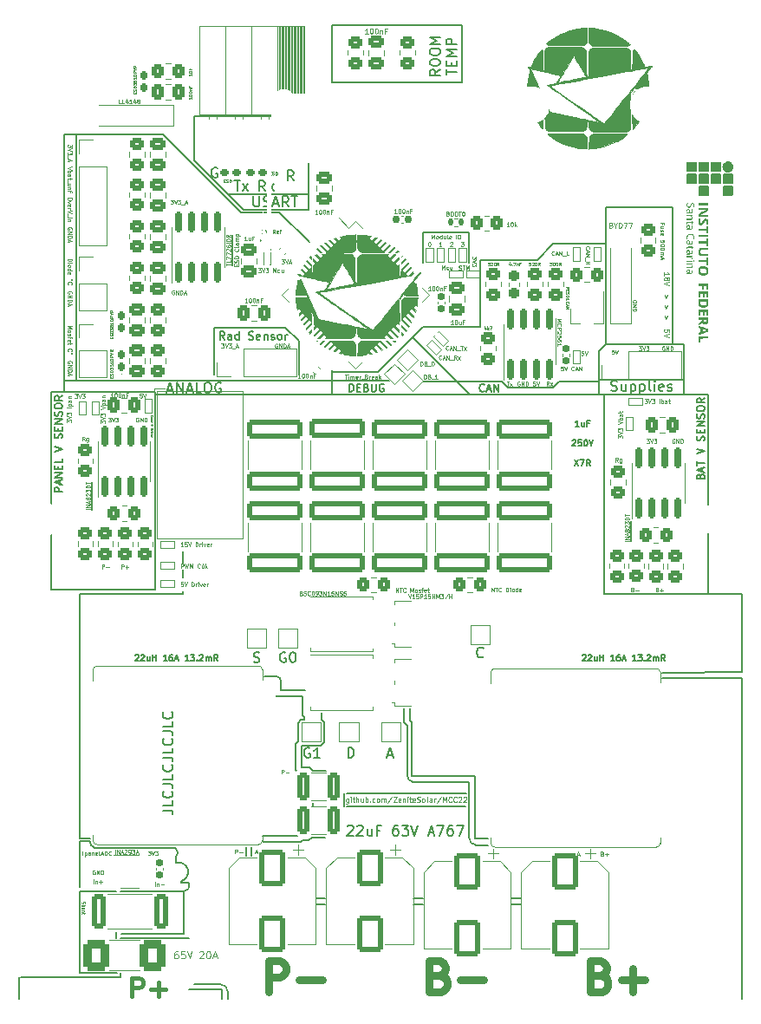
<source format=gto>
G04 #@! TF.GenerationSoftware,KiCad,Pcbnew,(6.0.9)*
G04 #@! TF.CreationDate,2022-11-27T16:56:08-03:00*
G04 #@! TF.ProjectId,main,6d61696e-2e6b-4696-9361-645f70636258,rev?*
G04 #@! TF.SameCoordinates,Original*
G04 #@! TF.FileFunction,Legend,Top*
G04 #@! TF.FilePolarity,Positive*
%FSLAX46Y46*%
G04 Gerber Fmt 4.6, Leading zero omitted, Abs format (unit mm)*
G04 Created by KiCad (PCBNEW (6.0.9)) date 2022-11-27 16:56:08*
%MOMM*%
%LPD*%
G01*
G04 APERTURE LIST*
G04 Aperture macros list*
%AMRoundRect*
0 Rectangle with rounded corners*
0 $1 Rounding radius*
0 $2 $3 $4 $5 $6 $7 $8 $9 X,Y pos of 4 corners*
0 Add a 4 corners polygon primitive as box body*
4,1,4,$2,$3,$4,$5,$6,$7,$8,$9,$2,$3,0*
0 Add four circle primitives for the rounded corners*
1,1,$1+$1,$2,$3*
1,1,$1+$1,$4,$5*
1,1,$1+$1,$6,$7*
1,1,$1+$1,$8,$9*
0 Add four rect primitives between the rounded corners*
20,1,$1+$1,$2,$3,$4,$5,0*
20,1,$1+$1,$4,$5,$6,$7,0*
20,1,$1+$1,$6,$7,$8,$9,0*
20,1,$1+$1,$8,$9,$2,$3,0*%
%AMRotRect*
0 Rectangle, with rotation*
0 The origin of the aperture is its center*
0 $1 length*
0 $2 width*
0 $3 Rotation angle, in degrees counterclockwise*
0 Add horizontal line*
21,1,$1,$2,0,0,$3*%
%AMFreePoly0*
4,1,24,0.072828,0.257987,0.091931,0.252452,0.345931,0.049252,0.349258,0.043209,0.355301,0.039882,0.359977,0.023744,0.368082,0.009026,0.366162,0.002400,0.368082,-0.004226,0.359977,-0.018944,0.355301,-0.035082,0.349258,-0.038409,0.345931,-0.044452,0.091931,-0.247652,0.072828,-0.253187,0.054449,-0.260800,-0.123351,-0.260800,-0.165777,-0.243226,-0.183351,-0.200800,-0.183351,0.205600,
-0.165777,0.248026,-0.123351,0.265600,0.054449,0.265600,0.072828,0.257987,0.072828,0.257987,$1*%
%AMFreePoly1*
4,1,40,0.141626,0.245626,0.159200,0.203200,0.159200,-0.203200,0.141626,-0.245626,0.099200,-0.263200,-0.256400,-0.263200,-0.259782,-0.261799,-0.263299,-0.262801,-0.280566,-0.253190,-0.298826,-0.245626,-0.300226,-0.242247,-0.303423,-0.240467,-0.308835,-0.221462,-0.316400,-0.203200,-0.314999,-0.199818,-0.316001,-0.196301,-0.306390,-0.179034,-0.298826,-0.160774,-0.295447,-0.159374,-0.293667,-0.156177,
-0.098668,-0.001638,-0.099200,0.000000,-0.098668,0.001638,-0.293667,0.156177,-0.295447,0.159374,-0.298826,0.160774,-0.306390,0.179034,-0.316001,0.196301,-0.314999,0.199818,-0.316400,0.203200,-0.308835,0.221462,-0.303423,0.240467,-0.300226,0.242247,-0.298826,0.245626,-0.280566,0.253190,-0.263299,0.262801,-0.259782,0.261799,-0.256400,0.263200,0.099200,0.263200,0.141626,0.245626,
0.141626,0.245626,$1*%
%AMFreePoly2*
4,1,24,0.323179,0.308787,0.342282,0.303252,0.596282,0.100052,0.599609,0.094009,0.605652,0.090682,0.610328,0.074544,0.618433,0.059826,0.616513,0.053200,0.618433,0.046574,0.610328,0.031856,0.605652,0.015718,0.599609,0.012391,0.596282,0.006348,0.342282,-0.196852,0.323179,-0.202387,0.304800,-0.210000,-0.127000,-0.210000,-0.169426,-0.192426,-0.187000,-0.150000,-0.187000,0.256400,
-0.169426,0.298826,-0.127000,0.316400,0.304800,0.316400,0.323179,0.308787,0.323179,0.308787,$1*%
%AMFreePoly3*
4,1,63,0.460449,0.261854,0.463826,0.262833,0.481253,0.253237,0.499626,0.245626,0.500971,0.242378,0.504052,0.240682,0.509589,0.221575,0.517200,0.203200,0.515854,0.199951,0.516833,0.196574,0.507237,0.179147,0.499626,0.160774,0.496378,0.159429,0.494682,0.156348,0.299247,0.000000,0.494682,-0.156348,0.496378,-0.159429,0.499626,-0.160774,0.507237,-0.179147,0.516833,-0.196574,
0.515854,-0.199951,0.517200,-0.203200,0.509589,-0.221575,0.504052,-0.240682,0.500971,-0.242378,0.499626,-0.245626,0.481253,-0.253237,0.463826,-0.262833,0.460449,-0.261854,0.457200,-0.263200,-0.406400,-0.263200,-0.409782,-0.261799,-0.413299,-0.262801,-0.430566,-0.253190,-0.448826,-0.245626,-0.450226,-0.242247,-0.453423,-0.240467,-0.458835,-0.221462,-0.466400,-0.203200,-0.464999,-0.199818,
-0.466001,-0.196301,-0.456390,-0.179034,-0.448826,-0.160774,-0.445447,-0.159374,-0.443667,-0.156177,-0.246601,0.000000,-0.443667,0.156177,-0.445447,0.159374,-0.448826,0.160774,-0.456390,0.179034,-0.466001,0.196301,-0.464999,0.199818,-0.466400,0.203200,-0.458835,0.221462,-0.453423,0.240467,-0.450226,0.242247,-0.448826,0.245626,-0.430566,0.253190,-0.413299,0.262801,-0.409782,0.261799,
-0.406400,0.263200,0.457200,0.263200,0.460449,0.261854,0.460449,0.261854,$1*%
%AMFreePoly4*
4,1,17,2.675000,1.605000,1.875000,1.605000,1.875000,0.935000,2.675000,0.935000,2.675000,0.335000,1.875000,0.335000,1.875000,-0.335000,2.675000,-0.335000,2.675000,-0.935000,1.875000,-0.935000,1.875000,-1.605000,2.675000,-1.605000,2.675000,-2.205000,-1.875000,-2.205000,-1.875000,2.205000,2.675000,2.205000,2.675000,1.605000,2.675000,1.605000,$1*%
G04 Aperture macros list end*
%ADD10C,0.150000*%
%ADD11C,0.100000*%
%ADD12C,0.160000*%
%ADD13C,0.120000*%
%ADD14C,0.075000*%
%ADD15C,0.125000*%
%ADD16C,0.750000*%
%ADD17C,0.050000*%
%ADD18C,0.400000*%
%ADD19C,0.010000*%
%ADD20C,3.650000*%
%ADD21O,2.250000X1.750000*%
%ADD22R,2.250000X1.750000*%
%ADD23R,1.500000X1.500000*%
%ADD24R,0.526400X0.990600*%
%ADD25FreePoly0,270.000000*%
%ADD26FreePoly1,270.000000*%
%ADD27C,0.800000*%
%ADD28R,13.000000X13.000000*%
%ADD29RoundRect,0.250000X-0.450000X0.350000X-0.450000X-0.350000X0.450000X-0.350000X0.450000X0.350000X0*%
%ADD30C,3.200000*%
%ADD31R,3.300000X1.700000*%
%ADD32R,6.700000X15.000000*%
%ADD33R,0.990600X0.526400*%
%ADD34FreePoly0,0.000000*%
%ADD35FreePoly1,0.000000*%
%ADD36RoundRect,0.155000X0.212500X0.155000X-0.212500X0.155000X-0.212500X-0.155000X0.212500X-0.155000X0*%
%ADD37R,1.700000X1.700000*%
%ADD38O,1.700000X1.700000*%
%ADD39FreePoly0,90.000000*%
%ADD40FreePoly1,90.000000*%
%ADD41RoundRect,0.155000X-0.155000X0.212500X-0.155000X-0.212500X0.155000X-0.212500X0.155000X0.212500X0*%
%ADD42RoundRect,0.250000X-1.000000X1.500000X-1.000000X-1.500000X1.000000X-1.500000X1.000000X1.500000X0*%
%ADD43RoundRect,0.250000X-0.350000X-0.450000X0.350000X-0.450000X0.350000X0.450000X-0.350000X0.450000X0*%
%ADD44RoundRect,0.250000X0.325000X1.100000X-0.325000X1.100000X-0.325000X-1.100000X0.325000X-1.100000X0*%
%ADD45RoundRect,0.250000X0.450000X-0.350000X0.450000X0.350000X-0.450000X0.350000X-0.450000X-0.350000X0*%
%ADD46FreePoly0,180.000000*%
%ADD47FreePoly1,180.000000*%
%ADD48RoundRect,0.250000X-0.337500X-0.475000X0.337500X-0.475000X0.337500X0.475000X-0.337500X0.475000X0*%
%ADD49R,1.270000X1.400000*%
%ADD50R,4.720000X4.800000*%
%ADD51RoundRect,0.250000X-0.475000X0.337500X-0.475000X-0.337500X0.475000X-0.337500X0.475000X0.337500X0*%
%ADD52R,0.519600X1.168400*%
%ADD53R,0.528798X1.219200*%
%ADD54FreePoly2,270.000000*%
%ADD55FreePoly3,270.000000*%
%ADD56FreePoly2,90.000000*%
%ADD57RoundRect,0.160000X0.160000X-0.222500X0.160000X0.222500X-0.160000X0.222500X-0.160000X-0.222500X0*%
%ADD58RoundRect,0.250000X-2.450000X0.650000X-2.450000X-0.650000X2.450000X-0.650000X2.450000X0.650000X0*%
%ADD59RoundRect,0.250000X2.450000X-0.650000X2.450000X0.650000X-2.450000X0.650000X-2.450000X-0.650000X0*%
%ADD60RoundRect,0.250000X0.337500X0.475000X-0.337500X0.475000X-0.337500X-0.475000X0.337500X-0.475000X0*%
%ADD61RoundRect,0.075000X-0.548008X0.441942X0.441942X-0.548008X0.548008X-0.441942X-0.441942X0.548008X0*%
%ADD62RoundRect,0.075000X-0.548008X-0.441942X-0.441942X-0.548008X0.548008X0.441942X0.441942X0.548008X0*%
%ADD63RoundRect,0.237500X0.237500X-0.300000X0.237500X0.300000X-0.237500X0.300000X-0.237500X-0.300000X0*%
%ADD64RotRect,0.990600X0.526400X315.000000*%
%ADD65FreePoly0,315.000000*%
%ADD66FreePoly1,315.000000*%
%ADD67RoundRect,0.150000X0.150000X-0.825000X0.150000X0.825000X-0.150000X0.825000X-0.150000X-0.825000X0*%
%ADD68R,1.700000X4.240000*%
%ADD69FreePoly4,0.000000*%
%ADD70R,0.850000X0.500000*%
%ADD71RoundRect,0.250000X0.450000X-0.325000X0.450000X0.325000X-0.450000X0.325000X-0.450000X-0.325000X0*%
%ADD72RoundRect,0.249999X-0.450001X-1.425001X0.450001X-1.425001X0.450001X1.425001X-0.450001X1.425001X0*%
%ADD73R,0.800000X1.900000*%
%ADD74RoundRect,0.160000X-0.222500X-0.160000X0.222500X-0.160000X0.222500X0.160000X-0.222500X0.160000X0*%
%ADD75RoundRect,0.155000X0.040659X0.259862X-0.259862X-0.040659X-0.040659X-0.259862X0.259862X0.040659X0*%
%ADD76RoundRect,0.135000X-0.135000X-0.185000X0.135000X-0.185000X0.135000X0.185000X-0.135000X0.185000X0*%
%ADD77RoundRect,0.250000X0.475000X-0.337500X0.475000X0.337500X-0.475000X0.337500X-0.475000X-0.337500X0*%
%ADD78RoundRect,0.155000X0.259862X-0.040659X-0.040659X0.259862X-0.259862X0.040659X0.040659X-0.259862X0*%
%ADD79RotRect,1.000000X1.000000X45.000000*%
%ADD80RoundRect,0.409835X-0.840165X-1.090165X0.840165X-1.090165X0.840165X1.090165X-0.840165X1.090165X0*%
%ADD81R,1.560000X0.650000*%
%ADD82R,1.700000X3.300000*%
%ADD83R,2.000000X1.905000*%
%ADD84O,2.000000X1.905000*%
%ADD85C,1.500000*%
%ADD86C,2.500000*%
G04 APERTURE END LIST*
D10*
X27392380Y-159559047D02*
X28106666Y-159559047D01*
X28249523Y-159606666D01*
X28344761Y-159701904D01*
X28392380Y-159844761D01*
X28392380Y-159940000D01*
X28392380Y-158606666D02*
X28392380Y-159082857D01*
X27392380Y-159082857D01*
X28297142Y-157701904D02*
X28344761Y-157749523D01*
X28392380Y-157892380D01*
X28392380Y-157987619D01*
X28344761Y-158130476D01*
X28249523Y-158225714D01*
X28154285Y-158273333D01*
X27963809Y-158320952D01*
X27820952Y-158320952D01*
X27630476Y-158273333D01*
X27535238Y-158225714D01*
X27440000Y-158130476D01*
X27392380Y-157987619D01*
X27392380Y-157892380D01*
X27440000Y-157749523D01*
X27487619Y-157701904D01*
X27392380Y-156987619D02*
X28106666Y-156987619D01*
X28249523Y-157035238D01*
X28344761Y-157130476D01*
X28392380Y-157273333D01*
X28392380Y-157368571D01*
X28392380Y-156035238D02*
X28392380Y-156511428D01*
X27392380Y-156511428D01*
X28297142Y-155130476D02*
X28344761Y-155178095D01*
X28392380Y-155320952D01*
X28392380Y-155416190D01*
X28344761Y-155559047D01*
X28249523Y-155654285D01*
X28154285Y-155701904D01*
X27963809Y-155749523D01*
X27820952Y-155749523D01*
X27630476Y-155701904D01*
X27535238Y-155654285D01*
X27440000Y-155559047D01*
X27392380Y-155416190D01*
X27392380Y-155320952D01*
X27440000Y-155178095D01*
X27487619Y-155130476D01*
X27392380Y-154416190D02*
X28106666Y-154416190D01*
X28249523Y-154463809D01*
X28344761Y-154559047D01*
X28392380Y-154701904D01*
X28392380Y-154797142D01*
X28392380Y-153463809D02*
X28392380Y-153940000D01*
X27392380Y-153940000D01*
X28297142Y-152559047D02*
X28344761Y-152606666D01*
X28392380Y-152749523D01*
X28392380Y-152844761D01*
X28344761Y-152987619D01*
X28249523Y-153082857D01*
X28154285Y-153130476D01*
X27963809Y-153178095D01*
X27820952Y-153178095D01*
X27630476Y-153130476D01*
X27535238Y-153082857D01*
X27440000Y-152987619D01*
X27392380Y-152844761D01*
X27392380Y-152749523D01*
X27440000Y-152606666D01*
X27487619Y-152559047D01*
X27392380Y-151844761D02*
X28106666Y-151844761D01*
X28249523Y-151892380D01*
X28344761Y-151987619D01*
X28392380Y-152130476D01*
X28392380Y-152225714D01*
X28392380Y-150892380D02*
X28392380Y-151368571D01*
X27392380Y-151368571D01*
X28297142Y-149987619D02*
X28344761Y-150035238D01*
X28392380Y-150178095D01*
X28392380Y-150273333D01*
X28344761Y-150416190D01*
X28249523Y-150511428D01*
X28154285Y-150559047D01*
X27963809Y-150606666D01*
X27820952Y-150606666D01*
X27630476Y-150559047D01*
X27535238Y-150511428D01*
X27440000Y-150416190D01*
X27392380Y-150273333D01*
X27392380Y-150178095D01*
X27440000Y-150035238D01*
X27487619Y-149987619D01*
D11*
X18808761Y-118906952D02*
X19056380Y-118906952D01*
X18923047Y-119059333D01*
X18980190Y-119059333D01*
X19018285Y-119078380D01*
X19037333Y-119097428D01*
X19056380Y-119135523D01*
X19056380Y-119230761D01*
X19037333Y-119268857D01*
X19018285Y-119287904D01*
X18980190Y-119306952D01*
X18865904Y-119306952D01*
X18827809Y-119287904D01*
X18808761Y-119268857D01*
X19170666Y-118906952D02*
X19304000Y-119306952D01*
X19437333Y-118906952D01*
X19532571Y-118906952D02*
X19780190Y-118906952D01*
X19646857Y-119059333D01*
X19704000Y-119059333D01*
X19742095Y-119078380D01*
X19761142Y-119097428D01*
X19780190Y-119135523D01*
X19780190Y-119230761D01*
X19761142Y-119268857D01*
X19742095Y-119287904D01*
X19704000Y-119306952D01*
X19589714Y-119306952D01*
X19551619Y-119287904D01*
X19532571Y-119268857D01*
X21370952Y-121757904D02*
X21370952Y-121510285D01*
X21523333Y-121643619D01*
X21523333Y-121586476D01*
X21542380Y-121548380D01*
X21561428Y-121529333D01*
X21599523Y-121510285D01*
X21694761Y-121510285D01*
X21732857Y-121529333D01*
X21751904Y-121548380D01*
X21770952Y-121586476D01*
X21770952Y-121700761D01*
X21751904Y-121738857D01*
X21732857Y-121757904D01*
X21370952Y-121396000D02*
X21770952Y-121262666D01*
X21370952Y-121129333D01*
X21370952Y-121034095D02*
X21370952Y-120786476D01*
X21523333Y-120919809D01*
X21523333Y-120862666D01*
X21542380Y-120824571D01*
X21561428Y-120805523D01*
X21599523Y-120786476D01*
X21694761Y-120786476D01*
X21732857Y-120805523D01*
X21751904Y-120824571D01*
X21770952Y-120862666D01*
X21770952Y-120976952D01*
X21751904Y-121015047D01*
X21732857Y-121034095D01*
X21370952Y-120367428D02*
X21770952Y-120234095D01*
X21370952Y-120100761D01*
X21504285Y-119967428D02*
X21904285Y-119967428D01*
X21523333Y-119967428D02*
X21504285Y-119929333D01*
X21504285Y-119853142D01*
X21523333Y-119815047D01*
X21542380Y-119796000D01*
X21580476Y-119776952D01*
X21694761Y-119776952D01*
X21732857Y-119796000D01*
X21751904Y-119815047D01*
X21770952Y-119853142D01*
X21770952Y-119929333D01*
X21751904Y-119967428D01*
X21770952Y-119434095D02*
X21561428Y-119434095D01*
X21523333Y-119453142D01*
X21504285Y-119491238D01*
X21504285Y-119567428D01*
X21523333Y-119605523D01*
X21751904Y-119434095D02*
X21770952Y-119472190D01*
X21770952Y-119567428D01*
X21751904Y-119605523D01*
X21713809Y-119624571D01*
X21675714Y-119624571D01*
X21637619Y-119605523D01*
X21618571Y-119567428D01*
X21618571Y-119472190D01*
X21599523Y-119434095D01*
X21504285Y-119243619D02*
X21770952Y-119243619D01*
X21542380Y-119243619D02*
X21523333Y-119224571D01*
X21504285Y-119186476D01*
X21504285Y-119129333D01*
X21523333Y-119091238D01*
X21561428Y-119072190D01*
X21770952Y-119072190D01*
X18068952Y-121681714D02*
X18068952Y-121434095D01*
X18221333Y-121567428D01*
X18221333Y-121510285D01*
X18240380Y-121472190D01*
X18259428Y-121453142D01*
X18297523Y-121434095D01*
X18392761Y-121434095D01*
X18430857Y-121453142D01*
X18449904Y-121472190D01*
X18468952Y-121510285D01*
X18468952Y-121624571D01*
X18449904Y-121662666D01*
X18430857Y-121681714D01*
X18068952Y-121319809D02*
X18468952Y-121186476D01*
X18068952Y-121053142D01*
X18068952Y-120957904D02*
X18068952Y-120710285D01*
X18221333Y-120843619D01*
X18221333Y-120786476D01*
X18240380Y-120748380D01*
X18259428Y-120729333D01*
X18297523Y-120710285D01*
X18392761Y-120710285D01*
X18430857Y-120729333D01*
X18449904Y-120748380D01*
X18468952Y-120786476D01*
X18468952Y-120900761D01*
X18449904Y-120938857D01*
X18430857Y-120957904D01*
X18468952Y-120234095D02*
X18068952Y-120234095D01*
X18202285Y-120043619D02*
X18602285Y-120043619D01*
X18221333Y-120043619D02*
X18202285Y-120005523D01*
X18202285Y-119929333D01*
X18221333Y-119891238D01*
X18240380Y-119872190D01*
X18278476Y-119853142D01*
X18392761Y-119853142D01*
X18430857Y-119872190D01*
X18449904Y-119891238D01*
X18468952Y-119929333D01*
X18468952Y-120005523D01*
X18449904Y-120043619D01*
X18468952Y-119510285D02*
X18259428Y-119510285D01*
X18221333Y-119529333D01*
X18202285Y-119567428D01*
X18202285Y-119643619D01*
X18221333Y-119681714D01*
X18449904Y-119510285D02*
X18468952Y-119548380D01*
X18468952Y-119643619D01*
X18449904Y-119681714D01*
X18411809Y-119700761D01*
X18373714Y-119700761D01*
X18335619Y-119681714D01*
X18316571Y-119643619D01*
X18316571Y-119548380D01*
X18297523Y-119510285D01*
X18202285Y-119319809D02*
X18468952Y-119319809D01*
X18240380Y-119319809D02*
X18221333Y-119300761D01*
X18202285Y-119262666D01*
X18202285Y-119205523D01*
X18221333Y-119167428D01*
X18259428Y-119148380D01*
X18468952Y-119148380D01*
D10*
X22977000Y-175467000D02*
X19268600Y-175467000D01*
X37277200Y-162665400D02*
X40884000Y-162665400D01*
X39410000Y-112440000D02*
X32460000Y-112440000D01*
X29403200Y-138408400D02*
X29403200Y-138179800D01*
X29504805Y-167440535D02*
G75*
G03*
X30010000Y-166870000I33995J478835D01*
G01*
X41036400Y-150244800D02*
X41036400Y-148441400D01*
X56632000Y-88472000D02*
X43932000Y-88472000D01*
X43932000Y-82884000D01*
X56632000Y-82884000D01*
X56632000Y-88472000D01*
X51272595Y-156112200D02*
G75*
G03*
X51919700Y-156835500I738405J9500D01*
G01*
X19268600Y-162589200D02*
X20284600Y-162589200D01*
X19268600Y-162309800D02*
X19268600Y-138408400D01*
X43930000Y-116620000D02*
X43930000Y-118698000D01*
X33210000Y-177070000D02*
X33210000Y-177970000D01*
X38979000Y-147857200D02*
X41290400Y-147857200D01*
X38547200Y-146460200D02*
X38496400Y-146460200D01*
X70010000Y-118970000D02*
X70550000Y-118970000D01*
X41265000Y-150473400D02*
X41036400Y-150244800D01*
X41036400Y-162513000D02*
X41671400Y-162513000D01*
X28666600Y-164164000D02*
G75*
G03*
X28666600Y-163224200I-414800J469900D01*
G01*
X40960200Y-155375600D02*
X40960200Y-153267400D01*
X57952800Y-162335200D02*
X57952800Y-156239200D01*
X28666600Y-164164000D02*
X28666600Y-164697400D01*
X19268600Y-167085000D02*
X19268600Y-162589200D01*
X41696800Y-162513000D02*
X42027000Y-162182800D01*
X51729800Y-150956000D02*
X51526600Y-150752800D01*
X76164600Y-146104600D02*
X76698000Y-146104600D01*
X60560000Y-117710000D02*
X56060000Y-117710000D01*
X42382600Y-168126400D02*
X43297000Y-168126400D01*
X57952800Y-156239200D02*
X51729800Y-156239200D01*
X34230000Y-106340000D02*
X34230000Y-103340000D01*
X70722000Y-114048000D02*
X70010000Y-114760000D01*
X42839800Y-153267400D02*
X43195400Y-152911800D01*
X39360000Y-100918000D02*
X35296000Y-100918000D01*
X40934800Y-150676600D02*
X41265000Y-150676600D01*
X29225400Y-166653200D02*
X30010000Y-166653200D01*
X29504800Y-167440600D02*
X23307200Y-167440600D01*
X19268600Y-175467000D02*
X19268600Y-167440600D01*
X61458000Y-168126400D02*
X62372400Y-168126400D01*
X84010000Y-146638000D02*
X76164600Y-146638000D01*
X40960200Y-153267400D02*
X42763600Y-153267400D01*
X23332600Y-171606200D02*
X29504800Y-171606200D01*
X38979000Y-146993600D02*
X38979000Y-147857200D01*
X70720000Y-114030000D02*
X70010000Y-114760000D01*
X70010000Y-118970000D01*
X57400000Y-118970000D01*
X51806000Y-113364000D01*
X52822000Y-112348000D01*
X58410000Y-112348000D01*
X58410000Y-105820000D01*
X64010000Y-105820000D01*
X65522000Y-104220000D01*
X70720000Y-104220000D01*
X70720000Y-114030000D01*
X57320000Y-103090000D02*
X52820000Y-103090000D01*
X33210000Y-177070000D02*
X29960000Y-177070000D01*
X61458000Y-168761400D02*
X62372400Y-168761400D01*
X76698000Y-146104600D02*
X84010000Y-146092700D01*
X29403200Y-136097000D02*
X29403200Y-136782800D01*
X57343200Y-156835500D02*
X57343200Y-162233600D01*
X43195400Y-150956000D02*
X42916000Y-150676600D01*
X17820000Y-117590000D02*
X17820000Y-93552000D01*
X19300000Y-117590000D02*
X43932000Y-117590000D01*
X25720200Y-138408400D02*
X29403200Y-138408400D01*
X30470000Y-91774000D02*
X41646000Y-91774000D01*
X78285000Y-118970000D02*
X78285000Y-115620000D01*
X41646000Y-92028000D02*
X41646000Y-100918000D01*
X37127600Y-162081200D02*
X40553800Y-162081200D01*
X43930000Y-118970000D02*
X57400000Y-118970000D01*
X78285000Y-114070000D02*
X70722000Y-114070000D01*
X33760000Y-177270000D02*
X33760000Y-177970000D01*
X51840000Y-113330000D02*
X48390000Y-116780000D01*
X40503000Y-155731200D02*
X40350600Y-155578800D01*
X57090000Y-157921200D02*
X45362400Y-157921200D01*
X41036400Y-148441400D02*
X38852000Y-148441400D01*
X29960000Y-172070000D02*
X23281800Y-172063400D01*
X17820000Y-117590000D02*
X17820000Y-118690000D01*
X42103200Y-159084000D02*
X42103200Y-158830000D01*
X40690000Y-117020000D02*
X40690000Y-113720000D01*
X40690000Y-113720000D02*
X39410000Y-112440000D01*
X41722200Y-155375600D02*
X42052400Y-155705800D01*
X20520000Y-130250000D02*
X20520000Y-127470000D01*
X42535000Y-162182800D02*
X43297000Y-162182800D01*
X78285000Y-115620000D02*
X78285000Y-114070000D01*
X19300000Y-117590000D02*
X17820000Y-117590000D01*
X38852000Y-148441400D02*
X38394800Y-148441400D01*
X43932000Y-117590000D02*
X49550000Y-117590000D01*
X50967800Y-150956000D02*
X51272600Y-151260800D01*
X40960200Y-155375600D02*
X41722200Y-155375600D01*
X51272600Y-151260800D02*
X51272600Y-156112200D01*
X38810000Y-101180000D02*
X35040000Y-101180000D01*
X32460000Y-112440000D02*
X32460000Y-116760000D01*
X57320000Y-106070000D02*
X57320000Y-103090000D01*
X28666600Y-163224200D02*
X28615800Y-163224200D01*
X22824600Y-172063400D02*
X22824600Y-171453800D01*
X42763600Y-153267400D02*
X42839800Y-153267400D01*
X66110000Y-117710000D02*
X65560000Y-118260000D01*
X30010000Y-166870000D02*
X30010000Y-166653200D01*
X41265000Y-150676600D02*
X41265000Y-150473400D01*
X35296000Y-100918000D02*
X30470000Y-96092000D01*
X45362400Y-159140400D02*
X56990000Y-159140400D01*
X43930000Y-118698000D02*
X43930000Y-118960000D01*
X32460000Y-116750000D02*
X32460000Y-117020000D01*
X50967800Y-149584400D02*
X50967800Y-150956000D01*
X18940000Y-117580000D02*
X18940000Y-93560000D01*
X38979015Y-146993601D02*
G75*
G03*
X38521800Y-146460200I-511515J24201D01*
G01*
X26660000Y-118970000D02*
X43930000Y-118970000D01*
X41646000Y-100918000D02*
X39360000Y-100918000D01*
X56160000Y-117710000D02*
X52790000Y-117710000D01*
X29225405Y-166475416D02*
G75*
G03*
X28666600Y-164697400I-264105J893816D01*
G01*
X19268600Y-138408400D02*
X25745600Y-138408400D01*
X33772000Y-99394000D02*
X41646000Y-99394000D01*
X59222800Y-162335200D02*
X57952800Y-162335200D01*
X58029000Y-162944800D02*
X59222800Y-162944800D01*
X36108800Y-164037000D02*
X36108800Y-163148000D01*
X42382600Y-168761400D02*
X43297000Y-168761400D01*
X20767200Y-163224200D02*
X28615800Y-163224200D01*
X29504800Y-171606200D02*
X29504800Y-167440600D01*
X27412000Y-93552000D02*
X17820000Y-93552000D01*
X23281800Y-175441600D02*
X23281800Y-175870000D01*
X20284582Y-162589201D02*
G75*
G03*
X20767200Y-163224200I704318J34401D01*
G01*
X40604600Y-151006800D02*
X40934800Y-150676600D01*
X35040000Y-101180000D02*
X27412000Y-93552000D01*
X40884000Y-162665400D02*
X41036400Y-162513000D01*
X57343192Y-162233599D02*
G75*
G03*
X58029000Y-162944800I651108J-58401D01*
G01*
X37302600Y-146460200D02*
X38547200Y-146460200D01*
X77968000Y-146104600D02*
X77993400Y-146104600D01*
X33760000Y-177270000D02*
G75*
G03*
X33048800Y-176558800I-670800J40400D01*
G01*
X42916000Y-150676600D02*
X42916000Y-150016200D01*
X33048800Y-176558800D02*
X30510000Y-176560000D01*
X19268600Y-167440600D02*
X22850000Y-167440600D01*
X13531800Y-175870000D02*
X23281800Y-175870000D01*
X73136000Y-133276000D02*
X73136000Y-131326000D01*
X51921289Y-168761400D02*
X52835689Y-168761400D01*
X45133800Y-157921200D02*
X45133800Y-159140400D01*
X51526600Y-150752800D02*
X51526600Y-149584400D01*
X66110000Y-117710000D02*
X70010000Y-117710000D01*
X29403200Y-134268200D02*
X29403200Y-135360400D01*
X84010000Y-146092700D02*
X84010000Y-138420000D01*
X19268600Y-162309800D02*
X20310000Y-162309800D01*
X61110000Y-118260000D02*
X60560000Y-117710000D01*
X65560000Y-118260000D02*
X61110000Y-118260000D01*
X29225400Y-166475400D02*
X29225400Y-166653200D01*
X51729800Y-156239200D02*
X51729800Y-150956000D01*
X42560400Y-155705800D02*
X43322400Y-155705800D01*
X77206000Y-114048000D02*
X70722000Y-114048000D01*
X70722000Y-100664000D01*
X77206000Y-100664000D01*
X77206000Y-114048000D01*
X26660000Y-138002000D02*
X16500000Y-138002000D01*
X16500000Y-118698000D01*
X26660000Y-118698000D01*
X26660000Y-138002000D01*
D12*
X78260000Y-117480000D02*
X70035000Y-117480000D01*
D10*
X41700000Y-104070000D02*
X38810000Y-101180000D01*
X84010000Y-177970000D02*
X84010000Y-146638000D01*
X40350600Y-153064200D02*
X40604600Y-152810200D01*
X48390000Y-116780000D02*
X43930000Y-116780000D01*
X80710000Y-138420000D02*
X70550000Y-138420000D01*
X70550000Y-118970000D01*
X80700000Y-118970000D01*
X80710000Y-138420000D01*
X13360000Y-175870000D02*
X13360000Y-177970000D01*
X84010000Y-138420000D02*
X80710000Y-138420000D01*
X43195400Y-152911800D02*
X43195400Y-150956000D01*
X30470000Y-96092000D02*
X30470000Y-91774000D01*
X52820000Y-103090000D02*
X52820000Y-106110000D01*
D13*
X65796000Y-112160000D02*
X65796000Y-111510000D01*
D10*
X35524600Y-164037000D02*
X35524600Y-163148000D01*
X40350600Y-155578800D02*
X40350600Y-153064200D01*
X51921289Y-168126400D02*
X52835689Y-168126400D01*
X42052400Y-155705800D02*
X42560400Y-155705800D01*
X40604600Y-152810200D02*
X40604600Y-151006800D01*
X51919700Y-156835500D02*
X57343200Y-156835500D01*
X42027000Y-162182800D02*
X42535000Y-162182800D01*
D11*
X56344761Y-106751904D02*
X56401904Y-106770952D01*
X56497142Y-106770952D01*
X56535238Y-106751904D01*
X56554285Y-106732857D01*
X56573333Y-106694761D01*
X56573333Y-106656666D01*
X56554285Y-106618571D01*
X56535238Y-106599523D01*
X56497142Y-106580476D01*
X56420952Y-106561428D01*
X56382857Y-106542380D01*
X56363809Y-106523333D01*
X56344761Y-106485238D01*
X56344761Y-106447142D01*
X56363809Y-106409047D01*
X56382857Y-106390000D01*
X56420952Y-106370952D01*
X56516190Y-106370952D01*
X56573333Y-106390000D01*
X56687619Y-106370952D02*
X56916190Y-106370952D01*
X56801904Y-106770952D02*
X56801904Y-106370952D01*
X57049523Y-106770952D02*
X57049523Y-106370952D01*
X57182857Y-106656666D01*
X57316190Y-106370952D01*
X57316190Y-106770952D01*
D10*
X41761914Y-153478600D02*
X41666676Y-153430980D01*
X41523819Y-153430980D01*
X41380961Y-153478600D01*
X41285723Y-153573838D01*
X41238104Y-153669076D01*
X41190485Y-153859552D01*
X41190485Y-154002409D01*
X41238104Y-154192885D01*
X41285723Y-154288123D01*
X41380961Y-154383361D01*
X41523819Y-154430980D01*
X41619057Y-154430980D01*
X41761914Y-154383361D01*
X41809533Y-154335742D01*
X41809533Y-154002409D01*
X41619057Y-154002409D01*
X42761914Y-154430980D02*
X42190485Y-154430980D01*
X42476200Y-154430980D02*
X42476200Y-153430980D01*
X42380961Y-153573838D01*
X42285723Y-153669076D01*
X42190485Y-153716695D01*
D11*
X28866666Y-173316666D02*
X28733333Y-173316666D01*
X28666666Y-173350000D01*
X28633333Y-173383333D01*
X28566666Y-173483333D01*
X28533333Y-173616666D01*
X28533333Y-173883333D01*
X28566666Y-173950000D01*
X28600000Y-173983333D01*
X28666666Y-174016666D01*
X28800000Y-174016666D01*
X28866666Y-173983333D01*
X28900000Y-173950000D01*
X28933333Y-173883333D01*
X28933333Y-173716666D01*
X28900000Y-173650000D01*
X28866666Y-173616666D01*
X28800000Y-173583333D01*
X28666666Y-173583333D01*
X28600000Y-173616666D01*
X28566666Y-173650000D01*
X28533333Y-173716666D01*
X29566666Y-173316666D02*
X29233333Y-173316666D01*
X29200000Y-173650000D01*
X29233333Y-173616666D01*
X29300000Y-173583333D01*
X29466666Y-173583333D01*
X29533333Y-173616666D01*
X29566666Y-173650000D01*
X29600000Y-173716666D01*
X29600000Y-173883333D01*
X29566666Y-173950000D01*
X29533333Y-173983333D01*
X29466666Y-174016666D01*
X29300000Y-174016666D01*
X29233333Y-173983333D01*
X29200000Y-173950000D01*
X29800000Y-173316666D02*
X30033333Y-174016666D01*
X30266666Y-173316666D01*
X31000000Y-173383333D02*
X31033333Y-173350000D01*
X31100000Y-173316666D01*
X31266666Y-173316666D01*
X31333333Y-173350000D01*
X31366666Y-173383333D01*
X31400000Y-173450000D01*
X31400000Y-173516666D01*
X31366666Y-173616666D01*
X30966666Y-174016666D01*
X31400000Y-174016666D01*
X31833333Y-173316666D02*
X31900000Y-173316666D01*
X31966666Y-173350000D01*
X32000000Y-173383333D01*
X32033333Y-173450000D01*
X32066666Y-173583333D01*
X32066666Y-173750000D01*
X32033333Y-173883333D01*
X32000000Y-173950000D01*
X31966666Y-173983333D01*
X31900000Y-174016666D01*
X31833333Y-174016666D01*
X31766666Y-173983333D01*
X31733333Y-173950000D01*
X31700000Y-173883333D01*
X31666666Y-173750000D01*
X31666666Y-173583333D01*
X31700000Y-173450000D01*
X31733333Y-173383333D01*
X31766666Y-173350000D01*
X31833333Y-173316666D01*
X32333333Y-173816666D02*
X32666666Y-173816666D01*
X32266666Y-174016666D02*
X32500000Y-173316666D01*
X32733333Y-174016666D01*
D10*
X32731904Y-96820000D02*
X32636666Y-96772380D01*
X32493809Y-96772380D01*
X32350952Y-96820000D01*
X32255714Y-96915238D01*
X32208095Y-97010476D01*
X32160476Y-97200952D01*
X32160476Y-97343809D01*
X32208095Y-97534285D01*
X32255714Y-97629523D01*
X32350952Y-97724761D01*
X32493809Y-97772380D01*
X32589047Y-97772380D01*
X32731904Y-97724761D01*
X32779523Y-97677142D01*
X32779523Y-97343809D01*
X32589047Y-97343809D01*
D11*
X23340000Y-90530952D02*
X23149523Y-90530952D01*
X23149523Y-90130952D01*
X23663809Y-90530952D02*
X23473333Y-90530952D01*
X23473333Y-90130952D01*
X23968571Y-90264285D02*
X23968571Y-90530952D01*
X23873333Y-90111904D02*
X23778095Y-90397619D01*
X24025714Y-90397619D01*
X24387619Y-90530952D02*
X24159047Y-90530952D01*
X24273333Y-90530952D02*
X24273333Y-90130952D01*
X24235238Y-90188095D01*
X24197142Y-90226190D01*
X24159047Y-90245238D01*
X24730476Y-90264285D02*
X24730476Y-90530952D01*
X24635238Y-90111904D02*
X24540000Y-90397619D01*
X24787619Y-90397619D01*
X24997142Y-90302380D02*
X24959047Y-90283333D01*
X24940000Y-90264285D01*
X24920952Y-90226190D01*
X24920952Y-90207142D01*
X24940000Y-90169047D01*
X24959047Y-90150000D01*
X24997142Y-90130952D01*
X25073333Y-90130952D01*
X25111428Y-90150000D01*
X25130476Y-90169047D01*
X25149523Y-90207142D01*
X25149523Y-90226190D01*
X25130476Y-90264285D01*
X25111428Y-90283333D01*
X25073333Y-90302380D01*
X24997142Y-90302380D01*
X24959047Y-90321428D01*
X24940000Y-90340476D01*
X24920952Y-90378571D01*
X24920952Y-90454761D01*
X24940000Y-90492857D01*
X24959047Y-90511904D01*
X24997142Y-90530952D01*
X25073333Y-90530952D01*
X25111428Y-90511904D01*
X25130476Y-90492857D01*
X25149523Y-90454761D01*
X25149523Y-90378571D01*
X25130476Y-90340476D01*
X25111428Y-90321428D01*
X25073333Y-90302380D01*
X37077142Y-102830952D02*
X37324761Y-102830952D01*
X37191428Y-102983333D01*
X37248571Y-102983333D01*
X37286666Y-103002380D01*
X37305714Y-103021428D01*
X37324761Y-103059523D01*
X37324761Y-103154761D01*
X37305714Y-103192857D01*
X37286666Y-103211904D01*
X37248571Y-103230952D01*
X37134285Y-103230952D01*
X37096190Y-103211904D01*
X37077142Y-103192857D01*
X37439047Y-102830952D02*
X37572380Y-103230952D01*
X37705714Y-102830952D01*
X38372380Y-103230952D02*
X38239047Y-103040476D01*
X38143809Y-103230952D02*
X38143809Y-102830952D01*
X38296190Y-102830952D01*
X38334285Y-102850000D01*
X38353333Y-102869047D01*
X38372380Y-102907142D01*
X38372380Y-102964285D01*
X38353333Y-103002380D01*
X38334285Y-103021428D01*
X38296190Y-103040476D01*
X38143809Y-103040476D01*
X38696190Y-103211904D02*
X38658095Y-103230952D01*
X38581904Y-103230952D01*
X38543809Y-103211904D01*
X38524761Y-103173809D01*
X38524761Y-103021428D01*
X38543809Y-102983333D01*
X38581904Y-102964285D01*
X38658095Y-102964285D01*
X38696190Y-102983333D01*
X38715238Y-103021428D01*
X38715238Y-103059523D01*
X38524761Y-103097619D01*
X38829523Y-102964285D02*
X38981904Y-102964285D01*
X38886666Y-103230952D02*
X38886666Y-102888095D01*
X38905714Y-102850000D01*
X38943809Y-102830952D01*
X38981904Y-102830952D01*
X53590952Y-108790952D02*
X53362380Y-108790952D01*
X53476666Y-108790952D02*
X53476666Y-108390952D01*
X53438571Y-108448095D01*
X53400476Y-108486190D01*
X53362380Y-108505238D01*
X53838571Y-108390952D02*
X53876666Y-108390952D01*
X53914761Y-108410000D01*
X53933809Y-108429047D01*
X53952857Y-108467142D01*
X53971904Y-108543333D01*
X53971904Y-108638571D01*
X53952857Y-108714761D01*
X53933809Y-108752857D01*
X53914761Y-108771904D01*
X53876666Y-108790952D01*
X53838571Y-108790952D01*
X53800476Y-108771904D01*
X53781428Y-108752857D01*
X53762380Y-108714761D01*
X53743333Y-108638571D01*
X53743333Y-108543333D01*
X53762380Y-108467142D01*
X53781428Y-108429047D01*
X53800476Y-108410000D01*
X53838571Y-108390952D01*
X54219523Y-108390952D02*
X54257619Y-108390952D01*
X54295714Y-108410000D01*
X54314761Y-108429047D01*
X54333809Y-108467142D01*
X54352857Y-108543333D01*
X54352857Y-108638571D01*
X54333809Y-108714761D01*
X54314761Y-108752857D01*
X54295714Y-108771904D01*
X54257619Y-108790952D01*
X54219523Y-108790952D01*
X54181428Y-108771904D01*
X54162380Y-108752857D01*
X54143333Y-108714761D01*
X54124285Y-108638571D01*
X54124285Y-108543333D01*
X54143333Y-108467142D01*
X54162380Y-108429047D01*
X54181428Y-108410000D01*
X54219523Y-108390952D01*
X54524285Y-108524285D02*
X54524285Y-108790952D01*
X54524285Y-108562380D02*
X54543333Y-108543333D01*
X54581428Y-108524285D01*
X54638571Y-108524285D01*
X54676666Y-108543333D01*
X54695714Y-108581428D01*
X54695714Y-108790952D01*
X55019523Y-108581428D02*
X54886190Y-108581428D01*
X54886190Y-108790952D02*
X54886190Y-108390952D01*
X55076666Y-108390952D01*
X51397142Y-138460952D02*
X51530476Y-138860952D01*
X51663809Y-138460952D01*
X52006666Y-138860952D02*
X51778095Y-138860952D01*
X51892380Y-138860952D02*
X51892380Y-138460952D01*
X51854285Y-138518095D01*
X51816190Y-138556190D01*
X51778095Y-138575238D01*
X52368571Y-138460952D02*
X52178095Y-138460952D01*
X52159047Y-138651428D01*
X52178095Y-138632380D01*
X52216190Y-138613333D01*
X52311428Y-138613333D01*
X52349523Y-138632380D01*
X52368571Y-138651428D01*
X52387619Y-138689523D01*
X52387619Y-138784761D01*
X52368571Y-138822857D01*
X52349523Y-138841904D01*
X52311428Y-138860952D01*
X52216190Y-138860952D01*
X52178095Y-138841904D01*
X52159047Y-138822857D01*
X52559047Y-138860952D02*
X52559047Y-138460952D01*
X52711428Y-138460952D01*
X52749523Y-138480000D01*
X52768571Y-138499047D01*
X52787619Y-138537142D01*
X52787619Y-138594285D01*
X52768571Y-138632380D01*
X52749523Y-138651428D01*
X52711428Y-138670476D01*
X52559047Y-138670476D01*
X53168571Y-138860952D02*
X52940000Y-138860952D01*
X53054285Y-138860952D02*
X53054285Y-138460952D01*
X53016190Y-138518095D01*
X52978095Y-138556190D01*
X52940000Y-138575238D01*
X53530476Y-138460952D02*
X53340000Y-138460952D01*
X53320952Y-138651428D01*
X53340000Y-138632380D01*
X53378095Y-138613333D01*
X53473333Y-138613333D01*
X53511428Y-138632380D01*
X53530476Y-138651428D01*
X53549523Y-138689523D01*
X53549523Y-138784761D01*
X53530476Y-138822857D01*
X53511428Y-138841904D01*
X53473333Y-138860952D01*
X53378095Y-138860952D01*
X53340000Y-138841904D01*
X53320952Y-138822857D01*
X53720952Y-138860952D02*
X53720952Y-138460952D01*
X53720952Y-138651428D02*
X53949523Y-138651428D01*
X53949523Y-138860952D02*
X53949523Y-138460952D01*
X54140000Y-138860952D02*
X54140000Y-138460952D01*
X54273333Y-138746666D01*
X54406666Y-138460952D01*
X54406666Y-138860952D01*
X54559047Y-138460952D02*
X54806666Y-138460952D01*
X54673333Y-138613333D01*
X54730476Y-138613333D01*
X54768571Y-138632380D01*
X54787619Y-138651428D01*
X54806666Y-138689523D01*
X54806666Y-138784761D01*
X54787619Y-138822857D01*
X54768571Y-138841904D01*
X54730476Y-138860952D01*
X54616190Y-138860952D01*
X54578095Y-138841904D01*
X54559047Y-138822857D01*
X55263809Y-138441904D02*
X54920952Y-138956190D01*
X55397142Y-138860952D02*
X55397142Y-138460952D01*
X55397142Y-138651428D02*
X55625714Y-138651428D01*
X55625714Y-138860952D02*
X55625714Y-138460952D01*
D10*
X45631428Y-118679285D02*
X45631428Y-117929285D01*
X45810000Y-117929285D01*
X45917142Y-117965000D01*
X45988571Y-118036428D01*
X46024285Y-118107857D01*
X46060000Y-118250714D01*
X46060000Y-118357857D01*
X46024285Y-118500714D01*
X45988571Y-118572142D01*
X45917142Y-118643571D01*
X45810000Y-118679285D01*
X45631428Y-118679285D01*
X46381428Y-118286428D02*
X46631428Y-118286428D01*
X46738571Y-118679285D02*
X46381428Y-118679285D01*
X46381428Y-117929285D01*
X46738571Y-117929285D01*
X47310000Y-118286428D02*
X47417142Y-118322142D01*
X47452857Y-118357857D01*
X47488571Y-118429285D01*
X47488571Y-118536428D01*
X47452857Y-118607857D01*
X47417142Y-118643571D01*
X47345714Y-118679285D01*
X47060000Y-118679285D01*
X47060000Y-117929285D01*
X47310000Y-117929285D01*
X47381428Y-117965000D01*
X47417142Y-118000714D01*
X47452857Y-118072142D01*
X47452857Y-118143571D01*
X47417142Y-118215000D01*
X47381428Y-118250714D01*
X47310000Y-118286428D01*
X47060000Y-118286428D01*
X47810000Y-117929285D02*
X47810000Y-118536428D01*
X47845714Y-118607857D01*
X47881428Y-118643571D01*
X47952857Y-118679285D01*
X48095714Y-118679285D01*
X48167142Y-118643571D01*
X48202857Y-118607857D01*
X48238571Y-118536428D01*
X48238571Y-117929285D01*
X48988571Y-117965000D02*
X48917142Y-117929285D01*
X48810000Y-117929285D01*
X48702857Y-117965000D01*
X48631428Y-118036428D01*
X48595714Y-118107857D01*
X48560000Y-118250714D01*
X48560000Y-118357857D01*
X48595714Y-118500714D01*
X48631428Y-118572142D01*
X48702857Y-118643571D01*
X48810000Y-118679285D01*
X48881428Y-118679285D01*
X48988571Y-118643571D01*
X49024285Y-118607857D01*
X49024285Y-118357857D01*
X48881428Y-118357857D01*
D11*
X42530952Y-101310952D02*
X42302380Y-101310952D01*
X42416666Y-101310952D02*
X42416666Y-100910952D01*
X42378571Y-100968095D01*
X42340476Y-101006190D01*
X42302380Y-101025238D01*
X42778571Y-100910952D02*
X42816666Y-100910952D01*
X42854761Y-100930000D01*
X42873809Y-100949047D01*
X42892857Y-100987142D01*
X42911904Y-101063333D01*
X42911904Y-101158571D01*
X42892857Y-101234761D01*
X42873809Y-101272857D01*
X42854761Y-101291904D01*
X42816666Y-101310952D01*
X42778571Y-101310952D01*
X42740476Y-101291904D01*
X42721428Y-101272857D01*
X42702380Y-101234761D01*
X42683333Y-101158571D01*
X42683333Y-101063333D01*
X42702380Y-100987142D01*
X42721428Y-100949047D01*
X42740476Y-100930000D01*
X42778571Y-100910952D01*
X43159523Y-100910952D02*
X43197619Y-100910952D01*
X43235714Y-100930000D01*
X43254761Y-100949047D01*
X43273809Y-100987142D01*
X43292857Y-101063333D01*
X43292857Y-101158571D01*
X43273809Y-101234761D01*
X43254761Y-101272857D01*
X43235714Y-101291904D01*
X43197619Y-101310952D01*
X43159523Y-101310952D01*
X43121428Y-101291904D01*
X43102380Y-101272857D01*
X43083333Y-101234761D01*
X43064285Y-101158571D01*
X43064285Y-101063333D01*
X43083333Y-100987142D01*
X43102380Y-100949047D01*
X43121428Y-100930000D01*
X43159523Y-100910952D01*
X43464285Y-101044285D02*
X43464285Y-101310952D01*
X43464285Y-101082380D02*
X43483333Y-101063333D01*
X43521428Y-101044285D01*
X43578571Y-101044285D01*
X43616666Y-101063333D01*
X43635714Y-101101428D01*
X43635714Y-101310952D01*
X43959523Y-101101428D02*
X43826190Y-101101428D01*
X43826190Y-101310952D02*
X43826190Y-100910952D01*
X44016666Y-100910952D01*
X40850952Y-117320952D02*
X40622380Y-117320952D01*
X40736666Y-117320952D02*
X40736666Y-116920952D01*
X40698571Y-116978095D01*
X40660476Y-117016190D01*
X40622380Y-117035238D01*
X41098571Y-116920952D02*
X41136666Y-116920952D01*
X41174761Y-116940000D01*
X41193809Y-116959047D01*
X41212857Y-116997142D01*
X41231904Y-117073333D01*
X41231904Y-117168571D01*
X41212857Y-117244761D01*
X41193809Y-117282857D01*
X41174761Y-117301904D01*
X41136666Y-117320952D01*
X41098571Y-117320952D01*
X41060476Y-117301904D01*
X41041428Y-117282857D01*
X41022380Y-117244761D01*
X41003333Y-117168571D01*
X41003333Y-117073333D01*
X41022380Y-116997142D01*
X41041428Y-116959047D01*
X41060476Y-116940000D01*
X41098571Y-116920952D01*
X41479523Y-116920952D02*
X41517619Y-116920952D01*
X41555714Y-116940000D01*
X41574761Y-116959047D01*
X41593809Y-116997142D01*
X41612857Y-117073333D01*
X41612857Y-117168571D01*
X41593809Y-117244761D01*
X41574761Y-117282857D01*
X41555714Y-117301904D01*
X41517619Y-117320952D01*
X41479523Y-117320952D01*
X41441428Y-117301904D01*
X41422380Y-117282857D01*
X41403333Y-117244761D01*
X41384285Y-117168571D01*
X41384285Y-117073333D01*
X41403333Y-116997142D01*
X41422380Y-116959047D01*
X41441428Y-116940000D01*
X41479523Y-116920952D01*
X41784285Y-117054285D02*
X41784285Y-117320952D01*
X41784285Y-117092380D02*
X41803333Y-117073333D01*
X41841428Y-117054285D01*
X41898571Y-117054285D01*
X41936666Y-117073333D01*
X41955714Y-117111428D01*
X41955714Y-117320952D01*
X42279523Y-117111428D02*
X42146190Y-117111428D01*
X42146190Y-117320952D02*
X42146190Y-116920952D01*
X42336666Y-116920952D01*
X35680952Y-109950952D02*
X35452380Y-109950952D01*
X35566666Y-109950952D02*
X35566666Y-109550952D01*
X35528571Y-109608095D01*
X35490476Y-109646190D01*
X35452380Y-109665238D01*
X35928571Y-109550952D02*
X35966666Y-109550952D01*
X36004761Y-109570000D01*
X36023809Y-109589047D01*
X36042857Y-109627142D01*
X36061904Y-109703333D01*
X36061904Y-109798571D01*
X36042857Y-109874761D01*
X36023809Y-109912857D01*
X36004761Y-109931904D01*
X35966666Y-109950952D01*
X35928571Y-109950952D01*
X35890476Y-109931904D01*
X35871428Y-109912857D01*
X35852380Y-109874761D01*
X35833333Y-109798571D01*
X35833333Y-109703333D01*
X35852380Y-109627142D01*
X35871428Y-109589047D01*
X35890476Y-109570000D01*
X35928571Y-109550952D01*
X36309523Y-109550952D02*
X36347619Y-109550952D01*
X36385714Y-109570000D01*
X36404761Y-109589047D01*
X36423809Y-109627142D01*
X36442857Y-109703333D01*
X36442857Y-109798571D01*
X36423809Y-109874761D01*
X36404761Y-109912857D01*
X36385714Y-109931904D01*
X36347619Y-109950952D01*
X36309523Y-109950952D01*
X36271428Y-109931904D01*
X36252380Y-109912857D01*
X36233333Y-109874761D01*
X36214285Y-109798571D01*
X36214285Y-109703333D01*
X36233333Y-109627142D01*
X36252380Y-109589047D01*
X36271428Y-109570000D01*
X36309523Y-109550952D01*
X36614285Y-109684285D02*
X36614285Y-109950952D01*
X36614285Y-109722380D02*
X36633333Y-109703333D01*
X36671428Y-109684285D01*
X36728571Y-109684285D01*
X36766666Y-109703333D01*
X36785714Y-109741428D01*
X36785714Y-109950952D01*
X37109523Y-109741428D02*
X36976190Y-109741428D01*
X36976190Y-109950952D02*
X36976190Y-109550952D01*
X37166666Y-109550952D01*
X20767238Y-165437200D02*
X20729142Y-165418152D01*
X20672000Y-165418152D01*
X20614857Y-165437200D01*
X20576761Y-165475295D01*
X20557714Y-165513390D01*
X20538666Y-165589580D01*
X20538666Y-165646723D01*
X20557714Y-165722914D01*
X20576761Y-165761009D01*
X20614857Y-165799104D01*
X20672000Y-165818152D01*
X20710095Y-165818152D01*
X20767238Y-165799104D01*
X20786285Y-165780057D01*
X20786285Y-165646723D01*
X20710095Y-165646723D01*
X20957714Y-165818152D02*
X20957714Y-165418152D01*
X21186285Y-165818152D01*
X21186285Y-165418152D01*
X21376761Y-165818152D02*
X21376761Y-165418152D01*
X21472000Y-165418152D01*
X21529142Y-165437200D01*
X21567238Y-165475295D01*
X21586285Y-165513390D01*
X21605333Y-165589580D01*
X21605333Y-165646723D01*
X21586285Y-165722914D01*
X21567238Y-165761009D01*
X21529142Y-165799104D01*
X21472000Y-165818152D01*
X21376761Y-165818152D01*
X38593809Y-114020000D02*
X38555714Y-114000952D01*
X38498571Y-114000952D01*
X38441428Y-114020000D01*
X38403333Y-114058095D01*
X38384285Y-114096190D01*
X38365238Y-114172380D01*
X38365238Y-114229523D01*
X38384285Y-114305714D01*
X38403333Y-114343809D01*
X38441428Y-114381904D01*
X38498571Y-114400952D01*
X38536666Y-114400952D01*
X38593809Y-114381904D01*
X38612857Y-114362857D01*
X38612857Y-114229523D01*
X38536666Y-114229523D01*
X38784285Y-114400952D02*
X38784285Y-114000952D01*
X39012857Y-114400952D01*
X39012857Y-114000952D01*
X39203333Y-114400952D02*
X39203333Y-114000952D01*
X39298571Y-114000952D01*
X39355714Y-114020000D01*
X39393809Y-114058095D01*
X39412857Y-114096190D01*
X39431904Y-114172380D01*
X39431904Y-114229523D01*
X39412857Y-114305714D01*
X39393809Y-114343809D01*
X39355714Y-114381904D01*
X39298571Y-114400952D01*
X39203333Y-114400952D01*
X39584285Y-114286666D02*
X39774761Y-114286666D01*
X39546190Y-114400952D02*
X39679523Y-114000952D01*
X39812857Y-114400952D01*
X29199886Y-135880952D02*
X29199886Y-135480952D01*
X29352267Y-135480952D01*
X29390362Y-135500000D01*
X29409409Y-135519047D01*
X29428457Y-135557142D01*
X29428457Y-135614285D01*
X29409409Y-135652380D01*
X29390362Y-135671428D01*
X29352267Y-135690476D01*
X29199886Y-135690476D01*
X29561790Y-135480952D02*
X29657029Y-135880952D01*
X29733219Y-135595238D01*
X29809409Y-135880952D01*
X29904648Y-135480952D01*
X30057029Y-135880952D02*
X30057029Y-135480952D01*
X30190362Y-135766666D01*
X30323695Y-135480952D01*
X30323695Y-135880952D01*
X31047505Y-135842857D02*
X31028457Y-135861904D01*
X30971314Y-135880952D01*
X30933219Y-135880952D01*
X30876076Y-135861904D01*
X30837981Y-135823809D01*
X30818933Y-135785714D01*
X30799886Y-135709523D01*
X30799886Y-135652380D01*
X30818933Y-135576190D01*
X30837981Y-135538095D01*
X30876076Y-135500000D01*
X30933219Y-135480952D01*
X30971314Y-135480952D01*
X31028457Y-135500000D01*
X31047505Y-135519047D01*
X31390362Y-135614285D02*
X31390362Y-135880952D01*
X31218933Y-135614285D02*
X31218933Y-135823809D01*
X31237981Y-135861904D01*
X31276076Y-135880952D01*
X31333219Y-135880952D01*
X31371314Y-135861904D01*
X31390362Y-135842857D01*
X31352267Y-135461904D02*
X31295124Y-135519047D01*
X31580838Y-135880952D02*
X31580838Y-135480952D01*
X31618933Y-135728571D02*
X31733219Y-135880952D01*
X31733219Y-135614285D02*
X31580838Y-135766666D01*
D14*
X37852857Y-97348571D02*
X37952857Y-97348571D01*
X37995714Y-97505714D02*
X37852857Y-97505714D01*
X37852857Y-97205714D01*
X37995714Y-97205714D01*
X38110000Y-97491428D02*
X38152857Y-97505714D01*
X38224285Y-97505714D01*
X38252857Y-97491428D01*
X38267142Y-97477142D01*
X38281428Y-97448571D01*
X38281428Y-97420000D01*
X38267142Y-97391428D01*
X38252857Y-97377142D01*
X38224285Y-97362857D01*
X38167142Y-97348571D01*
X38138571Y-97334285D01*
X38124285Y-97320000D01*
X38110000Y-97291428D01*
X38110000Y-97262857D01*
X38124285Y-97234285D01*
X38138571Y-97220000D01*
X38167142Y-97205714D01*
X38238571Y-97205714D01*
X38281428Y-97220000D01*
X38410000Y-97505714D02*
X38410000Y-97205714D01*
X38481428Y-97205714D01*
X38524285Y-97220000D01*
X38552857Y-97248571D01*
X38567142Y-97277142D01*
X38581428Y-97334285D01*
X38581428Y-97377142D01*
X38567142Y-97434285D01*
X38552857Y-97462857D01*
X38524285Y-97491428D01*
X38481428Y-97505714D01*
X38410000Y-97505714D01*
X63345714Y-106055714D02*
X63202857Y-106055714D01*
X63188571Y-106198571D01*
X63202857Y-106184285D01*
X63231428Y-106170000D01*
X63302857Y-106170000D01*
X63331428Y-106184285D01*
X63345714Y-106198571D01*
X63360000Y-106227142D01*
X63360000Y-106298571D01*
X63345714Y-106327142D01*
X63331428Y-106341428D01*
X63302857Y-106355714D01*
X63231428Y-106355714D01*
X63202857Y-106341428D01*
X63188571Y-106327142D01*
X63474285Y-106084285D02*
X63488571Y-106070000D01*
X63517142Y-106055714D01*
X63588571Y-106055714D01*
X63617142Y-106070000D01*
X63631428Y-106084285D01*
X63645714Y-106112857D01*
X63645714Y-106141428D01*
X63631428Y-106184285D01*
X63460000Y-106355714D01*
X63645714Y-106355714D01*
X63831428Y-106055714D02*
X63860000Y-106055714D01*
X63888571Y-106070000D01*
X63902857Y-106084285D01*
X63917142Y-106112857D01*
X63931428Y-106170000D01*
X63931428Y-106241428D01*
X63917142Y-106298571D01*
X63902857Y-106327142D01*
X63888571Y-106341428D01*
X63860000Y-106355714D01*
X63831428Y-106355714D01*
X63802857Y-106341428D01*
X63788571Y-106327142D01*
X63774285Y-106298571D01*
X63760000Y-106241428D01*
X63760000Y-106170000D01*
X63774285Y-106112857D01*
X63788571Y-106084285D01*
X63802857Y-106070000D01*
X63831428Y-106055714D01*
X64231428Y-106355714D02*
X64131428Y-106212857D01*
X64060000Y-106355714D02*
X64060000Y-106055714D01*
X64174285Y-106055714D01*
X64202857Y-106070000D01*
X64217142Y-106084285D01*
X64231428Y-106112857D01*
X64231428Y-106155714D01*
X64217142Y-106184285D01*
X64202857Y-106198571D01*
X64174285Y-106212857D01*
X64060000Y-106212857D01*
D11*
X67890561Y-163900466D02*
X68081038Y-163900466D01*
X67852466Y-164014752D02*
X67985800Y-163614752D01*
X68119133Y-164014752D01*
D15*
X71221238Y-102406285D02*
X71292666Y-102430095D01*
X71316476Y-102453904D01*
X71340285Y-102501523D01*
X71340285Y-102572952D01*
X71316476Y-102620571D01*
X71292666Y-102644380D01*
X71245047Y-102668190D01*
X71054571Y-102668190D01*
X71054571Y-102168190D01*
X71221238Y-102168190D01*
X71268857Y-102192000D01*
X71292666Y-102215809D01*
X71316476Y-102263428D01*
X71316476Y-102311047D01*
X71292666Y-102358666D01*
X71268857Y-102382476D01*
X71221238Y-102406285D01*
X71054571Y-102406285D01*
X71649809Y-102430095D02*
X71649809Y-102668190D01*
X71483142Y-102168190D02*
X71649809Y-102430095D01*
X71816476Y-102168190D01*
X71983142Y-102668190D02*
X71983142Y-102168190D01*
X72102190Y-102168190D01*
X72173619Y-102192000D01*
X72221238Y-102239619D01*
X72245047Y-102287238D01*
X72268857Y-102382476D01*
X72268857Y-102453904D01*
X72245047Y-102549142D01*
X72221238Y-102596761D01*
X72173619Y-102644380D01*
X72102190Y-102668190D01*
X71983142Y-102668190D01*
X72435523Y-102168190D02*
X72768857Y-102168190D01*
X72554571Y-102668190D01*
X72911714Y-102168190D02*
X73245047Y-102168190D01*
X73030761Y-102668190D01*
D11*
X25025238Y-121240000D02*
X24987142Y-121220952D01*
X24930000Y-121220952D01*
X24872857Y-121240000D01*
X24834761Y-121278095D01*
X24815714Y-121316190D01*
X24796666Y-121392380D01*
X24796666Y-121449523D01*
X24815714Y-121525714D01*
X24834761Y-121563809D01*
X24872857Y-121601904D01*
X24930000Y-121620952D01*
X24968095Y-121620952D01*
X25025238Y-121601904D01*
X25044285Y-121582857D01*
X25044285Y-121449523D01*
X24968095Y-121449523D01*
X25215714Y-121620952D02*
X25215714Y-121220952D01*
X25444285Y-121620952D01*
X25444285Y-121220952D01*
X25634761Y-121620952D02*
X25634761Y-121220952D01*
X25730000Y-121220952D01*
X25787142Y-121240000D01*
X25825238Y-121278095D01*
X25844285Y-121316190D01*
X25863333Y-121392380D01*
X25863333Y-121449523D01*
X25844285Y-121525714D01*
X25825238Y-121563809D01*
X25787142Y-121601904D01*
X25730000Y-121620952D01*
X25634761Y-121620952D01*
X75712952Y-137994828D02*
X75770095Y-138013876D01*
X75789142Y-138032923D01*
X75808190Y-138071019D01*
X75808190Y-138128161D01*
X75789142Y-138166257D01*
X75770095Y-138185304D01*
X75732000Y-138204352D01*
X75579619Y-138204352D01*
X75579619Y-137804352D01*
X75712952Y-137804352D01*
X75751047Y-137823400D01*
X75770095Y-137842447D01*
X75789142Y-137880542D01*
X75789142Y-137918638D01*
X75770095Y-137956733D01*
X75751047Y-137975780D01*
X75712952Y-137994828D01*
X75579619Y-137994828D01*
X75979619Y-138051971D02*
X76284380Y-138051971D01*
X76132000Y-138204352D02*
X76132000Y-137899590D01*
D10*
X45447142Y-161127619D02*
X45494761Y-161080000D01*
X45590000Y-161032380D01*
X45828095Y-161032380D01*
X45923333Y-161080000D01*
X45970952Y-161127619D01*
X46018571Y-161222857D01*
X46018571Y-161318095D01*
X45970952Y-161460952D01*
X45399523Y-162032380D01*
X46018571Y-162032380D01*
X46399523Y-161127619D02*
X46447142Y-161080000D01*
X46542380Y-161032380D01*
X46780476Y-161032380D01*
X46875714Y-161080000D01*
X46923333Y-161127619D01*
X46970952Y-161222857D01*
X46970952Y-161318095D01*
X46923333Y-161460952D01*
X46351904Y-162032380D01*
X46970952Y-162032380D01*
X47828095Y-161365714D02*
X47828095Y-162032380D01*
X47399523Y-161365714D02*
X47399523Y-161889523D01*
X47447142Y-161984761D01*
X47542380Y-162032380D01*
X47685238Y-162032380D01*
X47780476Y-161984761D01*
X47828095Y-161937142D01*
X48637619Y-161508571D02*
X48304285Y-161508571D01*
X48304285Y-162032380D02*
X48304285Y-161032380D01*
X48780476Y-161032380D01*
X50351904Y-161032380D02*
X50161428Y-161032380D01*
X50066190Y-161080000D01*
X50018571Y-161127619D01*
X49923333Y-161270476D01*
X49875714Y-161460952D01*
X49875714Y-161841904D01*
X49923333Y-161937142D01*
X49970952Y-161984761D01*
X50066190Y-162032380D01*
X50256666Y-162032380D01*
X50351904Y-161984761D01*
X50399523Y-161937142D01*
X50447142Y-161841904D01*
X50447142Y-161603809D01*
X50399523Y-161508571D01*
X50351904Y-161460952D01*
X50256666Y-161413333D01*
X50066190Y-161413333D01*
X49970952Y-161460952D01*
X49923333Y-161508571D01*
X49875714Y-161603809D01*
X50780476Y-161032380D02*
X51399523Y-161032380D01*
X51066190Y-161413333D01*
X51209047Y-161413333D01*
X51304285Y-161460952D01*
X51351904Y-161508571D01*
X51399523Y-161603809D01*
X51399523Y-161841904D01*
X51351904Y-161937142D01*
X51304285Y-161984761D01*
X51209047Y-162032380D01*
X50923333Y-162032380D01*
X50828095Y-161984761D01*
X50780476Y-161937142D01*
X51685238Y-161032380D02*
X52018571Y-162032380D01*
X52351904Y-161032380D01*
X53399523Y-161746666D02*
X53875714Y-161746666D01*
X53304285Y-162032380D02*
X53637619Y-161032380D01*
X53970952Y-162032380D01*
X54209047Y-161032380D02*
X54875714Y-161032380D01*
X54447142Y-162032380D01*
X55685238Y-161032380D02*
X55494761Y-161032380D01*
X55399523Y-161080000D01*
X55351904Y-161127619D01*
X55256666Y-161270476D01*
X55209047Y-161460952D01*
X55209047Y-161841904D01*
X55256666Y-161937142D01*
X55304285Y-161984761D01*
X55399523Y-162032380D01*
X55590000Y-162032380D01*
X55685238Y-161984761D01*
X55732857Y-161937142D01*
X55780476Y-161841904D01*
X55780476Y-161603809D01*
X55732857Y-161508571D01*
X55685238Y-161460952D01*
X55590000Y-161413333D01*
X55399523Y-161413333D01*
X55304285Y-161460952D01*
X55256666Y-161508571D01*
X55209047Y-161603809D01*
X56113809Y-161032380D02*
X56780476Y-161032380D01*
X56351904Y-162032380D01*
D16*
X37725158Y-177257142D02*
X37725158Y-174257142D01*
X38868016Y-174257142D01*
X39153730Y-174400000D01*
X39296587Y-174542857D01*
X39439444Y-174828571D01*
X39439444Y-175257142D01*
X39296587Y-175542857D01*
X39153730Y-175685714D01*
X38868016Y-175828571D01*
X37725158Y-175828571D01*
X40725158Y-176114285D02*
X43010873Y-176114285D01*
D11*
X73914761Y-114250952D02*
X74162380Y-114250952D01*
X74029047Y-114403333D01*
X74086190Y-114403333D01*
X74124285Y-114422380D01*
X74143333Y-114441428D01*
X74162380Y-114479523D01*
X74162380Y-114574761D01*
X74143333Y-114612857D01*
X74124285Y-114631904D01*
X74086190Y-114650952D01*
X73971904Y-114650952D01*
X73933809Y-114631904D01*
X73914761Y-114612857D01*
X74276666Y-114250952D02*
X74410000Y-114650952D01*
X74543333Y-114250952D01*
X74638571Y-114250952D02*
X74886190Y-114250952D01*
X74752857Y-114403333D01*
X74810000Y-114403333D01*
X74848095Y-114422380D01*
X74867142Y-114441428D01*
X74886190Y-114479523D01*
X74886190Y-114574761D01*
X74867142Y-114612857D01*
X74848095Y-114631904D01*
X74810000Y-114650952D01*
X74695714Y-114650952D01*
X74657619Y-114631904D01*
X74638571Y-114612857D01*
X19579923Y-163938552D02*
X19579923Y-163538552D01*
X19770400Y-163671885D02*
X19770400Y-164071885D01*
X19770400Y-163690933D02*
X19808495Y-163671885D01*
X19884685Y-163671885D01*
X19922780Y-163690933D01*
X19941828Y-163709980D01*
X19960876Y-163748076D01*
X19960876Y-163862361D01*
X19941828Y-163900457D01*
X19922780Y-163919504D01*
X19884685Y-163938552D01*
X19808495Y-163938552D01*
X19770400Y-163919504D01*
X20303733Y-163938552D02*
X20303733Y-163729028D01*
X20284685Y-163690933D01*
X20246590Y-163671885D01*
X20170400Y-163671885D01*
X20132304Y-163690933D01*
X20303733Y-163919504D02*
X20265638Y-163938552D01*
X20170400Y-163938552D01*
X20132304Y-163919504D01*
X20113257Y-163881409D01*
X20113257Y-163843314D01*
X20132304Y-163805219D01*
X20170400Y-163786171D01*
X20265638Y-163786171D01*
X20303733Y-163767123D01*
X20494209Y-163671885D02*
X20494209Y-163938552D01*
X20494209Y-163709980D02*
X20513257Y-163690933D01*
X20551352Y-163671885D01*
X20608495Y-163671885D01*
X20646590Y-163690933D01*
X20665638Y-163729028D01*
X20665638Y-163938552D01*
X21008495Y-163919504D02*
X20970400Y-163938552D01*
X20894209Y-163938552D01*
X20856114Y-163919504D01*
X20837066Y-163881409D01*
X20837066Y-163729028D01*
X20856114Y-163690933D01*
X20894209Y-163671885D01*
X20970400Y-163671885D01*
X21008495Y-163690933D01*
X21027542Y-163729028D01*
X21027542Y-163767123D01*
X20837066Y-163805219D01*
X21256114Y-163938552D02*
X21218019Y-163919504D01*
X21198971Y-163881409D01*
X21198971Y-163538552D01*
X21389447Y-163824266D02*
X21579923Y-163824266D01*
X21351352Y-163938552D02*
X21484685Y-163538552D01*
X21618019Y-163938552D01*
X21751352Y-163938552D02*
X21751352Y-163538552D01*
X21846590Y-163538552D01*
X21903733Y-163557600D01*
X21941828Y-163595695D01*
X21960876Y-163633790D01*
X21979923Y-163709980D01*
X21979923Y-163767123D01*
X21960876Y-163843314D01*
X21941828Y-163881409D01*
X21903733Y-163919504D01*
X21846590Y-163938552D01*
X21751352Y-163938552D01*
X22379923Y-163900457D02*
X22360876Y-163919504D01*
X22303733Y-163938552D01*
X22265638Y-163938552D01*
X22208495Y-163919504D01*
X22170400Y-163881409D01*
X22151352Y-163843314D01*
X22132304Y-163767123D01*
X22132304Y-163709980D01*
X22151352Y-163633790D01*
X22170400Y-163595695D01*
X22208495Y-163557600D01*
X22265638Y-163538552D01*
X22303733Y-163538552D01*
X22360876Y-163557600D01*
X22379923Y-163576647D01*
D10*
X68052857Y-122059428D02*
X67710000Y-122059428D01*
X67881428Y-122059428D02*
X67881428Y-121459428D01*
X67824285Y-121545142D01*
X67767142Y-121602285D01*
X67710000Y-121630857D01*
X68567142Y-121659428D02*
X68567142Y-122059428D01*
X68310000Y-121659428D02*
X68310000Y-121973714D01*
X68338571Y-122030857D01*
X68395714Y-122059428D01*
X68481428Y-122059428D01*
X68538571Y-122030857D01*
X68567142Y-122002285D01*
X69052857Y-121745142D02*
X68852857Y-121745142D01*
X68852857Y-122059428D02*
X68852857Y-121459428D01*
X69138571Y-121459428D01*
X67410000Y-123448571D02*
X67438571Y-123420000D01*
X67495714Y-123391428D01*
X67638571Y-123391428D01*
X67695714Y-123420000D01*
X67724285Y-123448571D01*
X67752857Y-123505714D01*
X67752857Y-123562857D01*
X67724285Y-123648571D01*
X67381428Y-123991428D01*
X67752857Y-123991428D01*
X68295714Y-123391428D02*
X68010000Y-123391428D01*
X67981428Y-123677142D01*
X68010000Y-123648571D01*
X68067142Y-123620000D01*
X68210000Y-123620000D01*
X68267142Y-123648571D01*
X68295714Y-123677142D01*
X68324285Y-123734285D01*
X68324285Y-123877142D01*
X68295714Y-123934285D01*
X68267142Y-123962857D01*
X68210000Y-123991428D01*
X68067142Y-123991428D01*
X68010000Y-123962857D01*
X67981428Y-123934285D01*
X68695714Y-123391428D02*
X68752857Y-123391428D01*
X68810000Y-123420000D01*
X68838571Y-123448571D01*
X68867142Y-123505714D01*
X68895714Y-123620000D01*
X68895714Y-123762857D01*
X68867142Y-123877142D01*
X68838571Y-123934285D01*
X68810000Y-123962857D01*
X68752857Y-123991428D01*
X68695714Y-123991428D01*
X68638571Y-123962857D01*
X68610000Y-123934285D01*
X68581428Y-123877142D01*
X68552857Y-123762857D01*
X68552857Y-123620000D01*
X68581428Y-123505714D01*
X68610000Y-123448571D01*
X68638571Y-123420000D01*
X68695714Y-123391428D01*
X69067142Y-123391428D02*
X69267142Y-123991428D01*
X69467142Y-123391428D01*
X67624285Y-125323428D02*
X68024285Y-125923428D01*
X68024285Y-125323428D02*
X67624285Y-125923428D01*
X68195714Y-125323428D02*
X68595714Y-125323428D01*
X68338571Y-125923428D01*
X69167142Y-125923428D02*
X68967142Y-125637714D01*
X68824285Y-125923428D02*
X68824285Y-125323428D01*
X69052857Y-125323428D01*
X69110000Y-125352000D01*
X69138571Y-125380571D01*
X69167142Y-125437714D01*
X69167142Y-125523428D01*
X69138571Y-125580571D01*
X69110000Y-125609142D01*
X69052857Y-125637714D01*
X68824285Y-125637714D01*
D11*
X65929047Y-111574761D02*
X66329047Y-111574761D01*
X66043333Y-111708095D01*
X66329047Y-111841428D01*
X65929047Y-111841428D01*
X65967142Y-112260476D02*
X65948095Y-112241428D01*
X65929047Y-112184285D01*
X65929047Y-112146190D01*
X65948095Y-112089047D01*
X65986190Y-112050952D01*
X66024285Y-112031904D01*
X66100476Y-112012857D01*
X66157619Y-112012857D01*
X66233809Y-112031904D01*
X66271904Y-112050952D01*
X66310000Y-112089047D01*
X66329047Y-112146190D01*
X66329047Y-112184285D01*
X66310000Y-112241428D01*
X66290952Y-112260476D01*
X65929047Y-112431904D02*
X66329047Y-112431904D01*
X66329047Y-112584285D01*
X66310000Y-112622380D01*
X66290952Y-112641428D01*
X66252857Y-112660476D01*
X66195714Y-112660476D01*
X66157619Y-112641428D01*
X66138571Y-112622380D01*
X66119523Y-112584285D01*
X66119523Y-112431904D01*
X66290952Y-112812857D02*
X66310000Y-112831904D01*
X66329047Y-112870000D01*
X66329047Y-112965238D01*
X66310000Y-113003333D01*
X66290952Y-113022380D01*
X66252857Y-113041428D01*
X66214761Y-113041428D01*
X66157619Y-113022380D01*
X65929047Y-112793809D01*
X65929047Y-113041428D01*
X66329047Y-113403333D02*
X66329047Y-113212857D01*
X66138571Y-113193809D01*
X66157619Y-113212857D01*
X66176666Y-113250952D01*
X66176666Y-113346190D01*
X66157619Y-113384285D01*
X66138571Y-113403333D01*
X66100476Y-113422380D01*
X66005238Y-113422380D01*
X65967142Y-113403333D01*
X65948095Y-113384285D01*
X65929047Y-113346190D01*
X65929047Y-113250952D01*
X65948095Y-113212857D01*
X65967142Y-113193809D01*
X66329047Y-113765238D02*
X66329047Y-113689047D01*
X66310000Y-113650952D01*
X66290952Y-113631904D01*
X66233809Y-113593809D01*
X66157619Y-113574761D01*
X66005238Y-113574761D01*
X65967142Y-113593809D01*
X65948095Y-113612857D01*
X65929047Y-113650952D01*
X65929047Y-113727142D01*
X65948095Y-113765238D01*
X65967142Y-113784285D01*
X66005238Y-113803333D01*
X66100476Y-113803333D01*
X66138571Y-113784285D01*
X66157619Y-113765238D01*
X66176666Y-113727142D01*
X66176666Y-113650952D01*
X66157619Y-113612857D01*
X66138571Y-113593809D01*
X66100476Y-113574761D01*
X65929047Y-114184285D02*
X65929047Y-113955714D01*
X65929047Y-114070000D02*
X66329047Y-114070000D01*
X66271904Y-114031904D01*
X66233809Y-113993809D01*
X66214761Y-113955714D01*
X53430952Y-104070952D02*
X53469047Y-104070952D01*
X53507142Y-104090000D01*
X53526190Y-104109047D01*
X53545238Y-104147142D01*
X53564285Y-104223333D01*
X53564285Y-104318571D01*
X53545238Y-104394761D01*
X53526190Y-104432857D01*
X53507142Y-104451904D01*
X53469047Y-104470952D01*
X53430952Y-104470952D01*
X53392857Y-104451904D01*
X53373809Y-104432857D01*
X53354761Y-104394761D01*
X53335714Y-104318571D01*
X53335714Y-104223333D01*
X53354761Y-104147142D01*
X53373809Y-104109047D01*
X53392857Y-104090000D01*
X53430952Y-104070952D01*
D10*
X17601285Y-128438714D02*
X16851285Y-128438714D01*
X16851285Y-128153000D01*
X16887000Y-128081571D01*
X16922714Y-128045857D01*
X16994142Y-128010142D01*
X17101285Y-128010142D01*
X17172714Y-128045857D01*
X17208428Y-128081571D01*
X17244142Y-128153000D01*
X17244142Y-128438714D01*
X17387000Y-127724428D02*
X17387000Y-127367285D01*
X17601285Y-127795857D02*
X16851285Y-127545857D01*
X17601285Y-127295857D01*
X17601285Y-127045857D02*
X16851285Y-127045857D01*
X17601285Y-126617285D01*
X16851285Y-126617285D01*
X17208428Y-126260142D02*
X17208428Y-126010142D01*
X17601285Y-125903000D02*
X17601285Y-126260142D01*
X16851285Y-126260142D01*
X16851285Y-125903000D01*
X17601285Y-125224428D02*
X17601285Y-125581571D01*
X16851285Y-125581571D01*
X16851285Y-124510142D02*
X17601285Y-124260142D01*
X16851285Y-124010142D01*
X17565571Y-123224428D02*
X17601285Y-123117285D01*
X17601285Y-122938714D01*
X17565571Y-122867285D01*
X17529857Y-122831571D01*
X17458428Y-122795857D01*
X17387000Y-122795857D01*
X17315571Y-122831571D01*
X17279857Y-122867285D01*
X17244142Y-122938714D01*
X17208428Y-123081571D01*
X17172714Y-123153000D01*
X17137000Y-123188714D01*
X17065571Y-123224428D01*
X16994142Y-123224428D01*
X16922714Y-123188714D01*
X16887000Y-123153000D01*
X16851285Y-123081571D01*
X16851285Y-122903000D01*
X16887000Y-122795857D01*
X17208428Y-122474428D02*
X17208428Y-122224428D01*
X17601285Y-122117285D02*
X17601285Y-122474428D01*
X16851285Y-122474428D01*
X16851285Y-122117285D01*
X17601285Y-121795857D02*
X16851285Y-121795857D01*
X17601285Y-121367285D01*
X16851285Y-121367285D01*
X17565571Y-121045857D02*
X17601285Y-120938714D01*
X17601285Y-120760142D01*
X17565571Y-120688714D01*
X17529857Y-120653000D01*
X17458428Y-120617285D01*
X17387000Y-120617285D01*
X17315571Y-120653000D01*
X17279857Y-120688714D01*
X17244142Y-120760142D01*
X17208428Y-120903000D01*
X17172714Y-120974428D01*
X17137000Y-121010142D01*
X17065571Y-121045857D01*
X16994142Y-121045857D01*
X16922714Y-121010142D01*
X16887000Y-120974428D01*
X16851285Y-120903000D01*
X16851285Y-120724428D01*
X16887000Y-120617285D01*
X16851285Y-120153000D02*
X16851285Y-120010142D01*
X16887000Y-119938714D01*
X16958428Y-119867285D01*
X17101285Y-119831571D01*
X17351285Y-119831571D01*
X17494142Y-119867285D01*
X17565571Y-119938714D01*
X17601285Y-120010142D01*
X17601285Y-120153000D01*
X17565571Y-120224428D01*
X17494142Y-120295857D01*
X17351285Y-120331571D01*
X17101285Y-120331571D01*
X16958428Y-120295857D01*
X16887000Y-120224428D01*
X16851285Y-120153000D01*
X17601285Y-119081571D02*
X17244142Y-119331571D01*
X17601285Y-119510142D02*
X16851285Y-119510142D01*
X16851285Y-119224428D01*
X16887000Y-119153000D01*
X16922714Y-119117285D01*
X16994142Y-119081571D01*
X17101285Y-119081571D01*
X17172714Y-119117285D01*
X17208428Y-119153000D01*
X17244142Y-119224428D01*
X17244142Y-119510142D01*
D14*
X59345714Y-106055714D02*
X59202857Y-106055714D01*
X59188571Y-106198571D01*
X59202857Y-106184285D01*
X59231428Y-106170000D01*
X59302857Y-106170000D01*
X59331428Y-106184285D01*
X59345714Y-106198571D01*
X59360000Y-106227142D01*
X59360000Y-106298571D01*
X59345714Y-106327142D01*
X59331428Y-106341428D01*
X59302857Y-106355714D01*
X59231428Y-106355714D01*
X59202857Y-106341428D01*
X59188571Y-106327142D01*
X59474285Y-106084285D02*
X59488571Y-106070000D01*
X59517142Y-106055714D01*
X59588571Y-106055714D01*
X59617142Y-106070000D01*
X59631428Y-106084285D01*
X59645714Y-106112857D01*
X59645714Y-106141428D01*
X59631428Y-106184285D01*
X59460000Y-106355714D01*
X59645714Y-106355714D01*
X59831428Y-106055714D02*
X59860000Y-106055714D01*
X59888571Y-106070000D01*
X59902857Y-106084285D01*
X59917142Y-106112857D01*
X59931428Y-106170000D01*
X59931428Y-106241428D01*
X59917142Y-106298571D01*
X59902857Y-106327142D01*
X59888571Y-106341428D01*
X59860000Y-106355714D01*
X59831428Y-106355714D01*
X59802857Y-106341428D01*
X59788571Y-106327142D01*
X59774285Y-106298571D01*
X59760000Y-106241428D01*
X59760000Y-106170000D01*
X59774285Y-106112857D01*
X59788571Y-106084285D01*
X59802857Y-106070000D01*
X59831428Y-106055714D01*
X60231428Y-106355714D02*
X60131428Y-106212857D01*
X60060000Y-106355714D02*
X60060000Y-106055714D01*
X60174285Y-106055714D01*
X60202857Y-106070000D01*
X60217142Y-106084285D01*
X60231428Y-106112857D01*
X60231428Y-106155714D01*
X60217142Y-106184285D01*
X60202857Y-106198571D01*
X60174285Y-106212857D01*
X60060000Y-106212857D01*
D11*
X73325352Y-137994828D02*
X73382495Y-138013876D01*
X73401542Y-138032923D01*
X73420590Y-138071019D01*
X73420590Y-138128161D01*
X73401542Y-138166257D01*
X73382495Y-138185304D01*
X73344400Y-138204352D01*
X73192019Y-138204352D01*
X73192019Y-137804352D01*
X73325352Y-137804352D01*
X73363447Y-137823400D01*
X73382495Y-137842447D01*
X73401542Y-137880542D01*
X73401542Y-137918638D01*
X73382495Y-137956733D01*
X73363447Y-137975780D01*
X73325352Y-137994828D01*
X73192019Y-137994828D01*
X73592019Y-138051971D02*
X73896780Y-138051971D01*
X53670000Y-103740952D02*
X53670000Y-103340952D01*
X53803333Y-103626666D01*
X53936666Y-103340952D01*
X53936666Y-103740952D01*
X54184285Y-103740952D02*
X54146190Y-103721904D01*
X54127142Y-103702857D01*
X54108095Y-103664761D01*
X54108095Y-103550476D01*
X54127142Y-103512380D01*
X54146190Y-103493333D01*
X54184285Y-103474285D01*
X54241428Y-103474285D01*
X54279523Y-103493333D01*
X54298571Y-103512380D01*
X54317619Y-103550476D01*
X54317619Y-103664761D01*
X54298571Y-103702857D01*
X54279523Y-103721904D01*
X54241428Y-103740952D01*
X54184285Y-103740952D01*
X54660476Y-103740952D02*
X54660476Y-103340952D01*
X54660476Y-103721904D02*
X54622380Y-103740952D01*
X54546190Y-103740952D01*
X54508095Y-103721904D01*
X54489047Y-103702857D01*
X54470000Y-103664761D01*
X54470000Y-103550476D01*
X54489047Y-103512380D01*
X54508095Y-103493333D01*
X54546190Y-103474285D01*
X54622380Y-103474285D01*
X54660476Y-103493333D01*
X55022380Y-103474285D02*
X55022380Y-103740952D01*
X54850952Y-103474285D02*
X54850952Y-103683809D01*
X54870000Y-103721904D01*
X54908095Y-103740952D01*
X54965238Y-103740952D01*
X55003333Y-103721904D01*
X55022380Y-103702857D01*
X55270000Y-103740952D02*
X55231904Y-103721904D01*
X55212857Y-103683809D01*
X55212857Y-103340952D01*
X55574761Y-103721904D02*
X55536666Y-103740952D01*
X55460476Y-103740952D01*
X55422380Y-103721904D01*
X55403333Y-103683809D01*
X55403333Y-103531428D01*
X55422380Y-103493333D01*
X55460476Y-103474285D01*
X55536666Y-103474285D01*
X55574761Y-103493333D01*
X55593809Y-103531428D01*
X55593809Y-103569523D01*
X55403333Y-103607619D01*
X56070000Y-103740952D02*
X56070000Y-103340952D01*
X56260476Y-103740952D02*
X56260476Y-103340952D01*
X56355714Y-103340952D01*
X56412857Y-103360000D01*
X56450952Y-103398095D01*
X56470000Y-103436190D01*
X56489047Y-103512380D01*
X56489047Y-103569523D01*
X56470000Y-103645714D01*
X56450952Y-103683809D01*
X56412857Y-103721904D01*
X56355714Y-103740952D01*
X56260476Y-103740952D01*
X18510000Y-115913809D02*
X18529047Y-115875714D01*
X18529047Y-115818571D01*
X18510000Y-115761428D01*
X18471904Y-115723333D01*
X18433809Y-115704285D01*
X18357619Y-115685238D01*
X18300476Y-115685238D01*
X18224285Y-115704285D01*
X18186190Y-115723333D01*
X18148095Y-115761428D01*
X18129047Y-115818571D01*
X18129047Y-115856666D01*
X18148095Y-115913809D01*
X18167142Y-115932857D01*
X18300476Y-115932857D01*
X18300476Y-115856666D01*
X18129047Y-116104285D02*
X18529047Y-116104285D01*
X18129047Y-116332857D01*
X18529047Y-116332857D01*
X18129047Y-116523333D02*
X18529047Y-116523333D01*
X18529047Y-116618571D01*
X18510000Y-116675714D01*
X18471904Y-116713809D01*
X18433809Y-116732857D01*
X18357619Y-116751904D01*
X18300476Y-116751904D01*
X18224285Y-116732857D01*
X18186190Y-116713809D01*
X18148095Y-116675714D01*
X18129047Y-116618571D01*
X18129047Y-116523333D01*
X18243333Y-116904285D02*
X18243333Y-117094761D01*
X18129047Y-116866190D02*
X18529047Y-116999523D01*
X18129047Y-117132857D01*
X62255238Y-117720000D02*
X62217142Y-117700952D01*
X62160000Y-117700952D01*
X62102857Y-117720000D01*
X62064761Y-117758095D01*
X62045714Y-117796190D01*
X62026666Y-117872380D01*
X62026666Y-117929523D01*
X62045714Y-118005714D01*
X62064761Y-118043809D01*
X62102857Y-118081904D01*
X62160000Y-118100952D01*
X62198095Y-118100952D01*
X62255238Y-118081904D01*
X62274285Y-118062857D01*
X62274285Y-117929523D01*
X62198095Y-117929523D01*
X62445714Y-118100952D02*
X62445714Y-117700952D01*
X62674285Y-118100952D01*
X62674285Y-117700952D01*
X62864761Y-118100952D02*
X62864761Y-117700952D01*
X62960000Y-117700952D01*
X63017142Y-117720000D01*
X63055238Y-117758095D01*
X63074285Y-117796190D01*
X63093333Y-117872380D01*
X63093333Y-117929523D01*
X63074285Y-118005714D01*
X63055238Y-118043809D01*
X63017142Y-118081904D01*
X62960000Y-118100952D01*
X62864761Y-118100952D01*
X35611904Y-103910952D02*
X35383333Y-103910952D01*
X35497619Y-103910952D02*
X35497619Y-103510952D01*
X35459523Y-103568095D01*
X35421428Y-103606190D01*
X35383333Y-103625238D01*
X35954761Y-103644285D02*
X35954761Y-103910952D01*
X35783333Y-103644285D02*
X35783333Y-103853809D01*
X35802380Y-103891904D01*
X35840476Y-103910952D01*
X35897619Y-103910952D01*
X35935714Y-103891904D01*
X35954761Y-103872857D01*
X36278571Y-103701428D02*
X36145238Y-103701428D01*
X36145238Y-103910952D02*
X36145238Y-103510952D01*
X36335714Y-103510952D01*
D10*
X68411428Y-144408571D02*
X68440000Y-144380000D01*
X68497142Y-144351428D01*
X68640000Y-144351428D01*
X68697142Y-144380000D01*
X68725714Y-144408571D01*
X68754285Y-144465714D01*
X68754285Y-144522857D01*
X68725714Y-144608571D01*
X68382857Y-144951428D01*
X68754285Y-144951428D01*
X68982857Y-144408571D02*
X69011428Y-144380000D01*
X69068571Y-144351428D01*
X69211428Y-144351428D01*
X69268571Y-144380000D01*
X69297142Y-144408571D01*
X69325714Y-144465714D01*
X69325714Y-144522857D01*
X69297142Y-144608571D01*
X68954285Y-144951428D01*
X69325714Y-144951428D01*
X69840000Y-144551428D02*
X69840000Y-144951428D01*
X69582857Y-144551428D02*
X69582857Y-144865714D01*
X69611428Y-144922857D01*
X69668571Y-144951428D01*
X69754285Y-144951428D01*
X69811428Y-144922857D01*
X69840000Y-144894285D01*
X70125714Y-144951428D02*
X70125714Y-144351428D01*
X70125714Y-144637142D02*
X70468571Y-144637142D01*
X70468571Y-144951428D02*
X70468571Y-144351428D01*
X71525714Y-144951428D02*
X71182857Y-144951428D01*
X71354285Y-144951428D02*
X71354285Y-144351428D01*
X71297142Y-144437142D01*
X71240000Y-144494285D01*
X71182857Y-144522857D01*
X72040000Y-144351428D02*
X71925714Y-144351428D01*
X71868571Y-144380000D01*
X71840000Y-144408571D01*
X71782857Y-144494285D01*
X71754285Y-144608571D01*
X71754285Y-144837142D01*
X71782857Y-144894285D01*
X71811428Y-144922857D01*
X71868571Y-144951428D01*
X71982857Y-144951428D01*
X72040000Y-144922857D01*
X72068571Y-144894285D01*
X72097142Y-144837142D01*
X72097142Y-144694285D01*
X72068571Y-144637142D01*
X72040000Y-144608571D01*
X71982857Y-144580000D01*
X71868571Y-144580000D01*
X71811428Y-144608571D01*
X71782857Y-144637142D01*
X71754285Y-144694285D01*
X72325714Y-144780000D02*
X72611428Y-144780000D01*
X72268571Y-144951428D02*
X72468571Y-144351428D01*
X72668571Y-144951428D01*
X73640000Y-144951428D02*
X73297142Y-144951428D01*
X73468571Y-144951428D02*
X73468571Y-144351428D01*
X73411428Y-144437142D01*
X73354285Y-144494285D01*
X73297142Y-144522857D01*
X73840000Y-144351428D02*
X74211428Y-144351428D01*
X74011428Y-144580000D01*
X74097142Y-144580000D01*
X74154285Y-144608571D01*
X74182857Y-144637142D01*
X74211428Y-144694285D01*
X74211428Y-144837142D01*
X74182857Y-144894285D01*
X74154285Y-144922857D01*
X74097142Y-144951428D01*
X73925714Y-144951428D01*
X73868571Y-144922857D01*
X73840000Y-144894285D01*
X74468571Y-144894285D02*
X74497142Y-144922857D01*
X74468571Y-144951428D01*
X74440000Y-144922857D01*
X74468571Y-144894285D01*
X74468571Y-144951428D01*
X74725714Y-144408571D02*
X74754285Y-144380000D01*
X74811428Y-144351428D01*
X74954285Y-144351428D01*
X75011428Y-144380000D01*
X75039999Y-144408571D01*
X75068571Y-144465714D01*
X75068571Y-144522857D01*
X75039999Y-144608571D01*
X74697142Y-144951428D01*
X75068571Y-144951428D01*
X75325714Y-144951428D02*
X75325714Y-144551428D01*
X75325714Y-144608571D02*
X75354285Y-144580000D01*
X75411428Y-144551428D01*
X75497142Y-144551428D01*
X75554285Y-144580000D01*
X75582857Y-144637142D01*
X75582857Y-144951428D01*
X75582857Y-144637142D02*
X75611428Y-144580000D01*
X75668571Y-144551428D01*
X75754285Y-144551428D01*
X75811428Y-144580000D01*
X75839999Y-144637142D01*
X75839999Y-144951428D01*
X76468571Y-144951428D02*
X76268571Y-144665714D01*
X76125714Y-144951428D02*
X76125714Y-144351428D01*
X76354285Y-144351428D01*
X76411428Y-144380000D01*
X76439999Y-144408571D01*
X76468571Y-144465714D01*
X76468571Y-144551428D01*
X76439999Y-144608571D01*
X76411428Y-144637142D01*
X76354285Y-144665714D01*
X76125714Y-144665714D01*
D11*
X54684285Y-106740952D02*
X54684285Y-106340952D01*
X54817619Y-106626666D01*
X54950952Y-106340952D01*
X54950952Y-106740952D01*
X55312857Y-106721904D02*
X55274761Y-106740952D01*
X55198571Y-106740952D01*
X55160476Y-106721904D01*
X55141428Y-106702857D01*
X55122380Y-106664761D01*
X55122380Y-106550476D01*
X55141428Y-106512380D01*
X55160476Y-106493333D01*
X55198571Y-106474285D01*
X55274761Y-106474285D01*
X55312857Y-106493333D01*
X55655714Y-106474285D02*
X55655714Y-106740952D01*
X55484285Y-106474285D02*
X55484285Y-106683809D01*
X55503333Y-106721904D01*
X55541428Y-106740952D01*
X55598571Y-106740952D01*
X55636666Y-106721904D01*
X55655714Y-106702857D01*
D17*
X26258571Y-121115238D02*
X26249047Y-121105714D01*
X26239523Y-121077142D01*
X26239523Y-121058095D01*
X26249047Y-121029523D01*
X26268095Y-121010476D01*
X26287142Y-121000952D01*
X26325238Y-120991428D01*
X26353809Y-120991428D01*
X26391904Y-121000952D01*
X26410952Y-121010476D01*
X26430000Y-121029523D01*
X26439523Y-121058095D01*
X26439523Y-121077142D01*
X26430000Y-121105714D01*
X26420476Y-121115238D01*
X26239523Y-121229523D02*
X26249047Y-121210476D01*
X26258571Y-121200952D01*
X26277619Y-121191428D01*
X26334761Y-121191428D01*
X26353809Y-121200952D01*
X26363333Y-121210476D01*
X26372857Y-121229523D01*
X26372857Y-121258095D01*
X26363333Y-121277142D01*
X26353809Y-121286666D01*
X26334761Y-121296190D01*
X26277619Y-121296190D01*
X26258571Y-121286666D01*
X26249047Y-121277142D01*
X26239523Y-121258095D01*
X26239523Y-121229523D01*
X26372857Y-121381904D02*
X26239523Y-121381904D01*
X26353809Y-121381904D02*
X26363333Y-121391428D01*
X26372857Y-121410476D01*
X26372857Y-121439047D01*
X26363333Y-121458095D01*
X26344285Y-121467619D01*
X26239523Y-121467619D01*
X26372857Y-121543809D02*
X26239523Y-121591428D01*
X26372857Y-121639047D01*
X26315714Y-121867619D02*
X26315714Y-122020000D01*
X26239523Y-121943809D02*
X26391904Y-121943809D01*
X26239523Y-122267619D02*
X26439523Y-122267619D01*
X26439523Y-122315238D01*
X26430000Y-122343809D01*
X26410952Y-122362857D01*
X26391904Y-122372380D01*
X26353809Y-122381904D01*
X26325238Y-122381904D01*
X26287142Y-122372380D01*
X26268095Y-122362857D01*
X26249047Y-122343809D01*
X26239523Y-122315238D01*
X26239523Y-122267619D01*
X26239523Y-122467619D02*
X26372857Y-122467619D01*
X26334761Y-122467619D02*
X26353809Y-122477142D01*
X26363333Y-122486666D01*
X26372857Y-122505714D01*
X26372857Y-122524761D01*
X26239523Y-122591428D02*
X26372857Y-122591428D01*
X26439523Y-122591428D02*
X26430000Y-122581904D01*
X26420476Y-122591428D01*
X26430000Y-122600952D01*
X26439523Y-122591428D01*
X26420476Y-122591428D01*
X26372857Y-122667619D02*
X26239523Y-122715238D01*
X26372857Y-122762857D01*
X26249047Y-122915238D02*
X26239523Y-122896190D01*
X26239523Y-122858095D01*
X26249047Y-122839047D01*
X26268095Y-122829523D01*
X26344285Y-122829523D01*
X26363333Y-122839047D01*
X26372857Y-122858095D01*
X26372857Y-122896190D01*
X26363333Y-122915238D01*
X26344285Y-122924761D01*
X26325238Y-122924761D01*
X26306190Y-122829523D01*
X26239523Y-123010476D02*
X26372857Y-123010476D01*
X26334761Y-123010476D02*
X26353809Y-123020000D01*
X26363333Y-123029523D01*
X26372857Y-123048571D01*
X26372857Y-123067619D01*
D11*
X29409409Y-133780952D02*
X29180837Y-133780952D01*
X29295123Y-133780952D02*
X29295123Y-133380952D01*
X29257028Y-133438095D01*
X29218933Y-133476190D01*
X29180837Y-133495238D01*
X29771314Y-133380952D02*
X29580837Y-133380952D01*
X29561790Y-133571428D01*
X29580837Y-133552380D01*
X29618933Y-133533333D01*
X29714171Y-133533333D01*
X29752266Y-133552380D01*
X29771314Y-133571428D01*
X29790361Y-133609523D01*
X29790361Y-133704761D01*
X29771314Y-133742857D01*
X29752266Y-133761904D01*
X29714171Y-133780952D01*
X29618933Y-133780952D01*
X29580837Y-133761904D01*
X29561790Y-133742857D01*
X29904647Y-133380952D02*
X30037980Y-133780952D01*
X30171314Y-133380952D01*
X30609409Y-133780952D02*
X30609409Y-133380952D01*
X30704647Y-133380952D01*
X30761790Y-133400000D01*
X30799885Y-133438095D01*
X30818933Y-133476190D01*
X30837980Y-133552380D01*
X30837980Y-133609523D01*
X30818933Y-133685714D01*
X30799885Y-133723809D01*
X30761790Y-133761904D01*
X30704647Y-133780952D01*
X30609409Y-133780952D01*
X31009409Y-133780952D02*
X31009409Y-133514285D01*
X31009409Y-133590476D02*
X31028456Y-133552380D01*
X31047504Y-133533333D01*
X31085599Y-133514285D01*
X31123695Y-133514285D01*
X31257028Y-133780952D02*
X31257028Y-133514285D01*
X31257028Y-133380952D02*
X31237980Y-133400000D01*
X31257028Y-133419047D01*
X31276076Y-133400000D01*
X31257028Y-133380952D01*
X31257028Y-133419047D01*
X31409409Y-133514285D02*
X31504647Y-133780952D01*
X31599885Y-133514285D01*
X31904647Y-133761904D02*
X31866552Y-133780952D01*
X31790361Y-133780952D01*
X31752266Y-133761904D01*
X31733218Y-133723809D01*
X31733218Y-133571428D01*
X31752266Y-133533333D01*
X31790361Y-133514285D01*
X31866552Y-133514285D01*
X31904647Y-133533333D01*
X31923695Y-133571428D01*
X31923695Y-133609523D01*
X31733218Y-133647619D01*
X32095123Y-133780952D02*
X32095123Y-133514285D01*
X32095123Y-133590476D02*
X32114171Y-133552380D01*
X32133218Y-133533333D01*
X32171314Y-133514285D01*
X32209409Y-133514285D01*
D10*
X54501380Y-87241523D02*
X54025190Y-87574857D01*
X54501380Y-87812952D02*
X53501380Y-87812952D01*
X53501380Y-87432000D01*
X53549000Y-87336761D01*
X53596619Y-87289142D01*
X53691857Y-87241523D01*
X53834714Y-87241523D01*
X53929952Y-87289142D01*
X53977571Y-87336761D01*
X54025190Y-87432000D01*
X54025190Y-87812952D01*
X53501380Y-86622476D02*
X53501380Y-86432000D01*
X53549000Y-86336761D01*
X53644238Y-86241523D01*
X53834714Y-86193904D01*
X54168047Y-86193904D01*
X54358523Y-86241523D01*
X54453761Y-86336761D01*
X54501380Y-86432000D01*
X54501380Y-86622476D01*
X54453761Y-86717714D01*
X54358523Y-86812952D01*
X54168047Y-86860571D01*
X53834714Y-86860571D01*
X53644238Y-86812952D01*
X53549000Y-86717714D01*
X53501380Y-86622476D01*
X53501380Y-85574857D02*
X53501380Y-85384380D01*
X53549000Y-85289142D01*
X53644238Y-85193904D01*
X53834714Y-85146285D01*
X54168047Y-85146285D01*
X54358523Y-85193904D01*
X54453761Y-85289142D01*
X54501380Y-85384380D01*
X54501380Y-85574857D01*
X54453761Y-85670095D01*
X54358523Y-85765333D01*
X54168047Y-85812952D01*
X53834714Y-85812952D01*
X53644238Y-85765333D01*
X53549000Y-85670095D01*
X53501380Y-85574857D01*
X54501380Y-84717714D02*
X53501380Y-84717714D01*
X54215666Y-84384380D01*
X53501380Y-84051047D01*
X54501380Y-84051047D01*
X55111380Y-87741523D02*
X55111380Y-87170095D01*
X56111380Y-87455809D02*
X55111380Y-87455809D01*
X55587571Y-86836761D02*
X55587571Y-86503428D01*
X56111380Y-86360571D02*
X56111380Y-86836761D01*
X55111380Y-86836761D01*
X55111380Y-86360571D01*
X56111380Y-85932000D02*
X55111380Y-85932000D01*
X55825666Y-85598666D01*
X55111380Y-85265333D01*
X56111380Y-85265333D01*
X56111380Y-84789142D02*
X55111380Y-84789142D01*
X55111380Y-84408190D01*
X55159000Y-84312952D01*
X55206619Y-84265333D01*
X55301857Y-84217714D01*
X55444714Y-84217714D01*
X55539952Y-84265333D01*
X55587571Y-84312952D01*
X55635190Y-84408190D01*
X55635190Y-84789142D01*
X58719523Y-144556742D02*
X58671904Y-144604361D01*
X58529047Y-144651980D01*
X58433809Y-144651980D01*
X58290952Y-144604361D01*
X58195714Y-144509123D01*
X58148095Y-144413885D01*
X58100476Y-144223409D01*
X58100476Y-144080552D01*
X58148095Y-143890076D01*
X58195714Y-143794838D01*
X58290952Y-143699600D01*
X58433809Y-143651980D01*
X58529047Y-143651980D01*
X58671904Y-143699600D01*
X58719523Y-143747219D01*
D18*
X24368174Y-177714285D02*
X24368174Y-175914285D01*
X25091984Y-175914285D01*
X25272936Y-176000000D01*
X25363412Y-176085714D01*
X25453888Y-176257142D01*
X25453888Y-176514285D01*
X25363412Y-176685714D01*
X25272936Y-176771428D01*
X25091984Y-176857142D01*
X24368174Y-176857142D01*
X26268174Y-177028571D02*
X27715793Y-177028571D01*
X26991984Y-177714285D02*
X26991984Y-176342857D01*
D11*
X36445361Y-163671866D02*
X36635838Y-163671866D01*
X36407266Y-163786152D02*
X36540600Y-163386152D01*
X36673933Y-163786152D01*
X18510000Y-102853809D02*
X18529047Y-102815714D01*
X18529047Y-102758571D01*
X18510000Y-102701428D01*
X18471904Y-102663333D01*
X18433809Y-102644285D01*
X18357619Y-102625238D01*
X18300476Y-102625238D01*
X18224285Y-102644285D01*
X18186190Y-102663333D01*
X18148095Y-102701428D01*
X18129047Y-102758571D01*
X18129047Y-102796666D01*
X18148095Y-102853809D01*
X18167142Y-102872857D01*
X18300476Y-102872857D01*
X18300476Y-102796666D01*
X18129047Y-103044285D02*
X18529047Y-103044285D01*
X18129047Y-103272857D01*
X18529047Y-103272857D01*
X18129047Y-103463333D02*
X18529047Y-103463333D01*
X18529047Y-103558571D01*
X18510000Y-103615714D01*
X18471904Y-103653809D01*
X18433809Y-103672857D01*
X18357619Y-103691904D01*
X18300476Y-103691904D01*
X18224285Y-103672857D01*
X18186190Y-103653809D01*
X18148095Y-103615714D01*
X18129047Y-103558571D01*
X18129047Y-103463333D01*
X18243333Y-103844285D02*
X18243333Y-104034761D01*
X18129047Y-103806190D02*
X18529047Y-103939523D01*
X18129047Y-104072857D01*
X18510000Y-109083809D02*
X18529047Y-109045714D01*
X18529047Y-108988571D01*
X18510000Y-108931428D01*
X18471904Y-108893333D01*
X18433809Y-108874285D01*
X18357619Y-108855238D01*
X18300476Y-108855238D01*
X18224285Y-108874285D01*
X18186190Y-108893333D01*
X18148095Y-108931428D01*
X18129047Y-108988571D01*
X18129047Y-109026666D01*
X18148095Y-109083809D01*
X18167142Y-109102857D01*
X18300476Y-109102857D01*
X18300476Y-109026666D01*
X18129047Y-109274285D02*
X18529047Y-109274285D01*
X18129047Y-109502857D01*
X18529047Y-109502857D01*
X18129047Y-109693333D02*
X18529047Y-109693333D01*
X18529047Y-109788571D01*
X18510000Y-109845714D01*
X18471904Y-109883809D01*
X18433809Y-109902857D01*
X18357619Y-109921904D01*
X18300476Y-109921904D01*
X18224285Y-109902857D01*
X18186190Y-109883809D01*
X18148095Y-109845714D01*
X18129047Y-109788571D01*
X18129047Y-109693333D01*
X18243333Y-110074285D02*
X18243333Y-110264761D01*
X18129047Y-110036190D02*
X18529047Y-110169523D01*
X18129047Y-110302857D01*
X20643428Y-166681752D02*
X20643428Y-166281752D01*
X20833904Y-166415085D02*
X20833904Y-166681752D01*
X20833904Y-166453180D02*
X20852952Y-166434133D01*
X20891047Y-166415085D01*
X20948190Y-166415085D01*
X20986285Y-166434133D01*
X21005333Y-166472228D01*
X21005333Y-166681752D01*
X21195809Y-166529371D02*
X21500571Y-166529371D01*
X21348190Y-166681752D02*
X21348190Y-166376990D01*
D10*
X36280285Y-145061561D02*
X36423142Y-145109180D01*
X36661238Y-145109180D01*
X36756476Y-145061561D01*
X36804095Y-145013942D01*
X36851714Y-144918704D01*
X36851714Y-144823466D01*
X36804095Y-144728228D01*
X36756476Y-144680609D01*
X36661238Y-144632990D01*
X36470761Y-144585371D01*
X36375523Y-144537752D01*
X36327904Y-144490133D01*
X36280285Y-144394895D01*
X36280285Y-144299657D01*
X36327904Y-144204419D01*
X36375523Y-144156800D01*
X36470761Y-144109180D01*
X36708857Y-144109180D01*
X36851714Y-144156800D01*
D11*
X74674761Y-123300952D02*
X74922380Y-123300952D01*
X74789047Y-123453333D01*
X74846190Y-123453333D01*
X74884285Y-123472380D01*
X74903333Y-123491428D01*
X74922380Y-123529523D01*
X74922380Y-123624761D01*
X74903333Y-123662857D01*
X74884285Y-123681904D01*
X74846190Y-123700952D01*
X74731904Y-123700952D01*
X74693809Y-123681904D01*
X74674761Y-123662857D01*
X75036666Y-123300952D02*
X75170000Y-123700952D01*
X75303333Y-123300952D01*
X75398571Y-123300952D02*
X75646190Y-123300952D01*
X75512857Y-123453333D01*
X75570000Y-123453333D01*
X75608095Y-123472380D01*
X75627142Y-123491428D01*
X75646190Y-123529523D01*
X75646190Y-123624761D01*
X75627142Y-123662857D01*
X75608095Y-123681904D01*
X75570000Y-123700952D01*
X75455714Y-123700952D01*
X75417619Y-123681904D01*
X75398571Y-123662857D01*
X68503809Y-114720952D02*
X68313333Y-114720952D01*
X68294285Y-114911428D01*
X68313333Y-114892380D01*
X68351428Y-114873333D01*
X68446666Y-114873333D01*
X68484761Y-114892380D01*
X68503809Y-114911428D01*
X68522857Y-114949523D01*
X68522857Y-115044761D01*
X68503809Y-115082857D01*
X68484761Y-115101904D01*
X68446666Y-115120952D01*
X68351428Y-115120952D01*
X68313333Y-115101904D01*
X68294285Y-115082857D01*
X68637142Y-114720952D02*
X68770476Y-115120952D01*
X68903809Y-114720952D01*
X23361219Y-135947752D02*
X23361219Y-135547752D01*
X23513600Y-135547752D01*
X23551695Y-135566800D01*
X23570742Y-135585847D01*
X23589790Y-135623942D01*
X23589790Y-135681085D01*
X23570742Y-135719180D01*
X23551695Y-135738228D01*
X23513600Y-135757276D01*
X23361219Y-135757276D01*
X23761219Y-135795371D02*
X24065980Y-135795371D01*
X23913600Y-135947752D02*
X23913600Y-135642990D01*
D10*
X37387093Y-99084380D02*
X37053760Y-98608190D01*
X36815665Y-99084380D02*
X36815665Y-98084380D01*
X37196617Y-98084380D01*
X37291855Y-98132000D01*
X37339474Y-98179619D01*
X37387093Y-98274857D01*
X37387093Y-98417714D01*
X37339474Y-98512952D01*
X37291855Y-98560571D01*
X37196617Y-98608190D01*
X36815665Y-98608190D01*
X37720427Y-99084380D02*
X38244236Y-98417714D01*
X37720427Y-98417714D02*
X38244236Y-99084380D01*
D14*
X61388571Y-106155714D02*
X61388571Y-106355714D01*
X61317142Y-106041428D02*
X61245714Y-106255714D01*
X61431428Y-106255714D01*
X61545714Y-106327142D02*
X61560000Y-106341428D01*
X61545714Y-106355714D01*
X61531428Y-106341428D01*
X61545714Y-106327142D01*
X61545714Y-106355714D01*
X61660000Y-106055714D02*
X61860000Y-106055714D01*
X61731428Y-106355714D01*
X61974285Y-106155714D02*
X61974285Y-106355714D01*
X61974285Y-106184285D02*
X61988571Y-106170000D01*
X62017142Y-106155714D01*
X62060000Y-106155714D01*
X62088571Y-106170000D01*
X62102857Y-106198571D01*
X62102857Y-106355714D01*
X62345714Y-106198571D02*
X62245714Y-106198571D01*
X62245714Y-106355714D02*
X62245714Y-106055714D01*
X62388571Y-106055714D01*
D11*
X55266666Y-101301428D02*
X55323809Y-101320476D01*
X55342857Y-101339523D01*
X55361904Y-101377619D01*
X55361904Y-101434761D01*
X55342857Y-101472857D01*
X55323809Y-101491904D01*
X55285714Y-101510952D01*
X55133333Y-101510952D01*
X55133333Y-101110952D01*
X55266666Y-101110952D01*
X55304761Y-101130000D01*
X55323809Y-101149047D01*
X55342857Y-101187142D01*
X55342857Y-101225238D01*
X55323809Y-101263333D01*
X55304761Y-101282380D01*
X55266666Y-101301428D01*
X55133333Y-101301428D01*
X55609523Y-101110952D02*
X55685714Y-101110952D01*
X55723809Y-101130000D01*
X55761904Y-101168095D01*
X55780952Y-101244285D01*
X55780952Y-101377619D01*
X55761904Y-101453809D01*
X55723809Y-101491904D01*
X55685714Y-101510952D01*
X55609523Y-101510952D01*
X55571428Y-101491904D01*
X55533333Y-101453809D01*
X55514285Y-101377619D01*
X55514285Y-101244285D01*
X55533333Y-101168095D01*
X55571428Y-101130000D01*
X55609523Y-101110952D01*
X56028571Y-101110952D02*
X56104761Y-101110952D01*
X56142857Y-101130000D01*
X56180952Y-101168095D01*
X56200000Y-101244285D01*
X56200000Y-101377619D01*
X56180952Y-101453809D01*
X56142857Y-101491904D01*
X56104761Y-101510952D01*
X56028571Y-101510952D01*
X55990476Y-101491904D01*
X55952380Y-101453809D01*
X55933333Y-101377619D01*
X55933333Y-101244285D01*
X55952380Y-101168095D01*
X55990476Y-101130000D01*
X56028571Y-101110952D01*
X56314285Y-101110952D02*
X56542857Y-101110952D01*
X56428571Y-101510952D02*
X56428571Y-101110952D01*
X56752380Y-101110952D02*
X56790476Y-101110952D01*
X56828571Y-101130000D01*
X56847619Y-101149047D01*
X56866666Y-101187142D01*
X56885714Y-101263333D01*
X56885714Y-101358571D01*
X56866666Y-101434761D01*
X56847619Y-101472857D01*
X56828571Y-101491904D01*
X56790476Y-101510952D01*
X56752380Y-101510952D01*
X56714285Y-101491904D01*
X56695238Y-101472857D01*
X56676190Y-101434761D01*
X56657142Y-101358571D01*
X56657142Y-101263333D01*
X56676190Y-101187142D01*
X56695238Y-101149047D01*
X56714285Y-101130000D01*
X56752380Y-101110952D01*
D10*
X39399714Y-144156800D02*
X39304476Y-144109180D01*
X39161619Y-144109180D01*
X39018761Y-144156800D01*
X38923523Y-144252038D01*
X38875904Y-144347276D01*
X38828285Y-144537752D01*
X38828285Y-144680609D01*
X38875904Y-144871085D01*
X38923523Y-144966323D01*
X39018761Y-145061561D01*
X39161619Y-145109180D01*
X39256857Y-145109180D01*
X39399714Y-145061561D01*
X39447333Y-145013942D01*
X39447333Y-144680609D01*
X39256857Y-144680609D01*
X40066380Y-144109180D02*
X40161619Y-144109180D01*
X40256857Y-144156800D01*
X40304476Y-144204419D01*
X40352095Y-144299657D01*
X40399714Y-144490133D01*
X40399714Y-144728228D01*
X40352095Y-144918704D01*
X40304476Y-145013942D01*
X40256857Y-145061561D01*
X40161619Y-145109180D01*
X40066380Y-145109180D01*
X39971142Y-145061561D01*
X39923523Y-145013942D01*
X39875904Y-144918704D01*
X39828285Y-144728228D01*
X39828285Y-144490133D01*
X39875904Y-144299657D01*
X39923523Y-144204419D01*
X39971142Y-144156800D01*
X40066380Y-144109180D01*
D14*
X22388571Y-117334285D02*
X22388571Y-117234285D01*
X22545714Y-117191428D02*
X22545714Y-117334285D01*
X22245714Y-117334285D01*
X22245714Y-117191428D01*
X22531428Y-117077142D02*
X22545714Y-117034285D01*
X22545714Y-116962857D01*
X22531428Y-116934285D01*
X22517142Y-116920000D01*
X22488571Y-116905714D01*
X22460000Y-116905714D01*
X22431428Y-116920000D01*
X22417142Y-116934285D01*
X22402857Y-116962857D01*
X22388571Y-117020000D01*
X22374285Y-117048571D01*
X22360000Y-117062857D01*
X22331428Y-117077142D01*
X22302857Y-117077142D01*
X22274285Y-117062857D01*
X22260000Y-117048571D01*
X22245714Y-117020000D01*
X22245714Y-116948571D01*
X22260000Y-116905714D01*
X22545714Y-116777142D02*
X22245714Y-116777142D01*
X22245714Y-116705714D01*
X22260000Y-116662857D01*
X22288571Y-116634285D01*
X22317142Y-116620000D01*
X22374285Y-116605714D01*
X22417142Y-116605714D01*
X22474285Y-116620000D01*
X22502857Y-116634285D01*
X22531428Y-116662857D01*
X22545714Y-116705714D01*
X22545714Y-116777142D01*
X22245714Y-116505714D02*
X22245714Y-116320000D01*
X22360000Y-116420000D01*
X22360000Y-116377142D01*
X22374285Y-116348571D01*
X22388571Y-116334285D01*
X22417142Y-116320000D01*
X22488571Y-116320000D01*
X22517142Y-116334285D01*
X22531428Y-116348571D01*
X22545714Y-116377142D01*
X22545714Y-116462857D01*
X22531428Y-116491428D01*
X22517142Y-116505714D01*
X22245714Y-116048571D02*
X22245714Y-116191428D01*
X22388571Y-116205714D01*
X22374285Y-116191428D01*
X22360000Y-116162857D01*
X22360000Y-116091428D01*
X22374285Y-116062857D01*
X22388571Y-116048571D01*
X22417142Y-116034285D01*
X22488571Y-116034285D01*
X22517142Y-116048571D01*
X22531428Y-116062857D01*
X22545714Y-116091428D01*
X22545714Y-116162857D01*
X22531428Y-116191428D01*
X22517142Y-116205714D01*
X22545714Y-115748571D02*
X22545714Y-115920000D01*
X22545714Y-115834285D02*
X22245714Y-115834285D01*
X22288571Y-115862857D01*
X22317142Y-115891428D01*
X22331428Y-115920000D01*
X22545714Y-115620000D02*
X22245714Y-115620000D01*
X22245714Y-115548571D01*
X22260000Y-115505714D01*
X22288571Y-115477142D01*
X22317142Y-115462857D01*
X22374285Y-115448571D01*
X22417142Y-115448571D01*
X22474285Y-115462857D01*
X22502857Y-115477142D01*
X22531428Y-115505714D01*
X22545714Y-115548571D01*
X22545714Y-115620000D01*
X22545714Y-115320000D02*
X22245714Y-115320000D01*
X22245714Y-115205714D01*
X22260000Y-115177142D01*
X22274285Y-115162857D01*
X22302857Y-115148571D01*
X22345714Y-115148571D01*
X22374285Y-115162857D01*
X22388571Y-115177142D01*
X22402857Y-115205714D01*
X22402857Y-115320000D01*
X22402857Y-114962857D02*
X22545714Y-114962857D01*
X22245714Y-115062857D02*
X22402857Y-114962857D01*
X22245714Y-114862857D01*
X22545714Y-114591428D02*
X22402857Y-114691428D01*
X22545714Y-114762857D02*
X22245714Y-114762857D01*
X22245714Y-114648571D01*
X22260000Y-114620000D01*
X22274285Y-114605714D01*
X22302857Y-114591428D01*
X22345714Y-114591428D01*
X22374285Y-114605714D01*
X22388571Y-114620000D01*
X22402857Y-114648571D01*
X22402857Y-114762857D01*
D11*
X52932380Y-117430952D02*
X52932380Y-117030952D01*
X53027619Y-117030952D01*
X53084761Y-117050000D01*
X53122857Y-117088095D01*
X53141904Y-117126190D01*
X53160952Y-117202380D01*
X53160952Y-117259523D01*
X53141904Y-117335714D01*
X53122857Y-117373809D01*
X53084761Y-117411904D01*
X53027619Y-117430952D01*
X52932380Y-117430952D01*
X53465714Y-117221428D02*
X53522857Y-117240476D01*
X53541904Y-117259523D01*
X53560952Y-117297619D01*
X53560952Y-117354761D01*
X53541904Y-117392857D01*
X53522857Y-117411904D01*
X53484761Y-117430952D01*
X53332380Y-117430952D01*
X53332380Y-117030952D01*
X53465714Y-117030952D01*
X53503809Y-117050000D01*
X53522857Y-117069047D01*
X53541904Y-117107142D01*
X53541904Y-117145238D01*
X53522857Y-117183333D01*
X53503809Y-117202380D01*
X53465714Y-117221428D01*
X53332380Y-117221428D01*
X53637142Y-117469047D02*
X53941904Y-117469047D01*
X54246666Y-117430952D02*
X54018095Y-117430952D01*
X54132380Y-117430952D02*
X54132380Y-117030952D01*
X54094285Y-117088095D01*
X54056190Y-117126190D01*
X54018095Y-117145238D01*
D10*
X36272571Y-99608380D02*
X36272571Y-100417904D01*
X36320190Y-100513142D01*
X36367809Y-100560761D01*
X36463047Y-100608380D01*
X36653523Y-100608380D01*
X36748761Y-100560761D01*
X36796380Y-100513142D01*
X36844000Y-100417904D01*
X36844000Y-99608380D01*
X37272571Y-100560761D02*
X37415428Y-100608380D01*
X37653523Y-100608380D01*
X37748761Y-100560761D01*
X37796380Y-100513142D01*
X37844000Y-100417904D01*
X37844000Y-100322666D01*
X37796380Y-100227428D01*
X37748761Y-100179809D01*
X37653523Y-100132190D01*
X37463047Y-100084571D01*
X37367809Y-100036952D01*
X37320190Y-99989333D01*
X37272571Y-99894095D01*
X37272571Y-99798857D01*
X37320190Y-99703619D01*
X37367809Y-99656000D01*
X37463047Y-99608380D01*
X37701142Y-99608380D01*
X37844000Y-99656000D01*
X38224952Y-100322666D02*
X38701142Y-100322666D01*
X38129714Y-100608380D02*
X38463047Y-99608380D01*
X38796380Y-100608380D01*
X39701142Y-100608380D02*
X39367809Y-100132190D01*
X39129714Y-100608380D02*
X39129714Y-99608380D01*
X39510666Y-99608380D01*
X39605904Y-99656000D01*
X39653523Y-99703619D01*
X39701142Y-99798857D01*
X39701142Y-99941714D01*
X39653523Y-100036952D01*
X39605904Y-100084571D01*
X39510666Y-100132190D01*
X39129714Y-100132190D01*
X39986857Y-99608380D02*
X40558285Y-99608380D01*
X40272571Y-100608380D02*
X40272571Y-99608380D01*
D11*
X25363809Y-118860952D02*
X25173333Y-118860952D01*
X25154285Y-119051428D01*
X25173333Y-119032380D01*
X25211428Y-119013333D01*
X25306666Y-119013333D01*
X25344761Y-119032380D01*
X25363809Y-119051428D01*
X25382857Y-119089523D01*
X25382857Y-119184761D01*
X25363809Y-119222857D01*
X25344761Y-119241904D01*
X25306666Y-119260952D01*
X25211428Y-119260952D01*
X25173333Y-119241904D01*
X25154285Y-119222857D01*
X25497142Y-118860952D02*
X25630476Y-119260952D01*
X25763809Y-118860952D01*
X58029047Y-105474761D02*
X58029047Y-105722380D01*
X57876666Y-105589047D01*
X57876666Y-105646190D01*
X57857619Y-105684285D01*
X57838571Y-105703333D01*
X57800476Y-105722380D01*
X57705238Y-105722380D01*
X57667142Y-105703333D01*
X57648095Y-105684285D01*
X57629047Y-105646190D01*
X57629047Y-105531904D01*
X57648095Y-105493809D01*
X57667142Y-105474761D01*
X58029047Y-105836666D02*
X57629047Y-105970000D01*
X58029047Y-106103333D01*
X58029047Y-106198571D02*
X58029047Y-106446190D01*
X57876666Y-106312857D01*
X57876666Y-106370000D01*
X57857619Y-106408095D01*
X57838571Y-106427142D01*
X57800476Y-106446190D01*
X57705238Y-106446190D01*
X57667142Y-106427142D01*
X57648095Y-106408095D01*
X57629047Y-106370000D01*
X57629047Y-106255714D01*
X57648095Y-106217619D01*
X57667142Y-106198571D01*
X59512380Y-138200952D02*
X59512380Y-137800952D01*
X59740952Y-138200952D01*
X59740952Y-137800952D01*
X59874285Y-137800952D02*
X60102857Y-137800952D01*
X59988571Y-138200952D02*
X59988571Y-137800952D01*
X60464761Y-138162857D02*
X60445714Y-138181904D01*
X60388571Y-138200952D01*
X60350476Y-138200952D01*
X60293333Y-138181904D01*
X60255238Y-138143809D01*
X60236190Y-138105714D01*
X60217142Y-138029523D01*
X60217142Y-137972380D01*
X60236190Y-137896190D01*
X60255238Y-137858095D01*
X60293333Y-137820000D01*
X60350476Y-137800952D01*
X60388571Y-137800952D01*
X60445714Y-137820000D01*
X60464761Y-137839047D01*
X60940952Y-138200952D02*
X60940952Y-137800952D01*
X61036190Y-137800952D01*
X61093333Y-137820000D01*
X61131428Y-137858095D01*
X61150476Y-137896190D01*
X61169523Y-137972380D01*
X61169523Y-138029523D01*
X61150476Y-138105714D01*
X61131428Y-138143809D01*
X61093333Y-138181904D01*
X61036190Y-138200952D01*
X60940952Y-138200952D01*
X61340952Y-138200952D02*
X61340952Y-137934285D01*
X61340952Y-137800952D02*
X61321904Y-137820000D01*
X61340952Y-137839047D01*
X61360000Y-137820000D01*
X61340952Y-137800952D01*
X61340952Y-137839047D01*
X61588571Y-138200952D02*
X61550476Y-138181904D01*
X61531428Y-138162857D01*
X61512380Y-138124761D01*
X61512380Y-138010476D01*
X61531428Y-137972380D01*
X61550476Y-137953333D01*
X61588571Y-137934285D01*
X61645714Y-137934285D01*
X61683809Y-137953333D01*
X61702857Y-137972380D01*
X61721904Y-138010476D01*
X61721904Y-138124761D01*
X61702857Y-138162857D01*
X61683809Y-138181904D01*
X61645714Y-138200952D01*
X61588571Y-138200952D01*
X62064761Y-138200952D02*
X62064761Y-137800952D01*
X62064761Y-138181904D02*
X62026666Y-138200952D01*
X61950476Y-138200952D01*
X61912380Y-138181904D01*
X61893333Y-138162857D01*
X61874285Y-138124761D01*
X61874285Y-138010476D01*
X61893333Y-137972380D01*
X61912380Y-137953333D01*
X61950476Y-137934285D01*
X62026666Y-137934285D01*
X62064761Y-137953333D01*
X62407619Y-138181904D02*
X62369523Y-138200952D01*
X62293333Y-138200952D01*
X62255238Y-138181904D01*
X62236190Y-138143809D01*
X62236190Y-137991428D01*
X62255238Y-137953333D01*
X62293333Y-137934285D01*
X62369523Y-137934285D01*
X62407619Y-137953333D01*
X62426666Y-137991428D01*
X62426666Y-138029523D01*
X62236190Y-138067619D01*
D10*
X45524295Y-154430980D02*
X45524295Y-153430980D01*
X45762390Y-153430980D01*
X45905247Y-153478600D01*
X46000485Y-153573838D01*
X46048104Y-153669076D01*
X46095723Y-153859552D01*
X46095723Y-154002409D01*
X46048104Y-154192885D01*
X46000485Y-154288123D01*
X45905247Y-154383361D01*
X45762390Y-154430980D01*
X45524295Y-154430980D01*
D14*
X24688571Y-89584285D02*
X24688571Y-89484285D01*
X24845714Y-89441428D02*
X24845714Y-89584285D01*
X24545714Y-89584285D01*
X24545714Y-89441428D01*
X24831428Y-89327142D02*
X24845714Y-89284285D01*
X24845714Y-89212857D01*
X24831428Y-89184285D01*
X24817142Y-89170000D01*
X24788571Y-89155714D01*
X24760000Y-89155714D01*
X24731428Y-89170000D01*
X24717142Y-89184285D01*
X24702857Y-89212857D01*
X24688571Y-89270000D01*
X24674285Y-89298571D01*
X24660000Y-89312857D01*
X24631428Y-89327142D01*
X24602857Y-89327142D01*
X24574285Y-89312857D01*
X24560000Y-89298571D01*
X24545714Y-89270000D01*
X24545714Y-89198571D01*
X24560000Y-89155714D01*
X24845714Y-89027142D02*
X24545714Y-89027142D01*
X24545714Y-88955714D01*
X24560000Y-88912857D01*
X24588571Y-88884285D01*
X24617142Y-88870000D01*
X24674285Y-88855714D01*
X24717142Y-88855714D01*
X24774285Y-88870000D01*
X24802857Y-88884285D01*
X24831428Y-88912857D01*
X24845714Y-88955714D01*
X24845714Y-89027142D01*
X24545714Y-88755714D02*
X24545714Y-88570000D01*
X24660000Y-88670000D01*
X24660000Y-88627142D01*
X24674285Y-88598571D01*
X24688571Y-88584285D01*
X24717142Y-88570000D01*
X24788571Y-88570000D01*
X24817142Y-88584285D01*
X24831428Y-88598571D01*
X24845714Y-88627142D01*
X24845714Y-88712857D01*
X24831428Y-88741428D01*
X24817142Y-88755714D01*
X24545714Y-88298571D02*
X24545714Y-88441428D01*
X24688571Y-88455714D01*
X24674285Y-88441428D01*
X24660000Y-88412857D01*
X24660000Y-88341428D01*
X24674285Y-88312857D01*
X24688571Y-88298571D01*
X24717142Y-88284285D01*
X24788571Y-88284285D01*
X24817142Y-88298571D01*
X24831428Y-88312857D01*
X24845714Y-88341428D01*
X24845714Y-88412857D01*
X24831428Y-88441428D01*
X24817142Y-88455714D01*
X24845714Y-87998571D02*
X24845714Y-88170000D01*
X24845714Y-88084285D02*
X24545714Y-88084285D01*
X24588571Y-88112857D01*
X24617142Y-88141428D01*
X24631428Y-88170000D01*
X24845714Y-87870000D02*
X24545714Y-87870000D01*
X24545714Y-87798571D01*
X24560000Y-87755714D01*
X24588571Y-87727142D01*
X24617142Y-87712857D01*
X24674285Y-87698571D01*
X24717142Y-87698571D01*
X24774285Y-87712857D01*
X24802857Y-87727142D01*
X24831428Y-87755714D01*
X24845714Y-87798571D01*
X24845714Y-87870000D01*
X24845714Y-87570000D02*
X24545714Y-87570000D01*
X24545714Y-87455714D01*
X24560000Y-87427142D01*
X24574285Y-87412857D01*
X24602857Y-87398571D01*
X24645714Y-87398571D01*
X24674285Y-87412857D01*
X24688571Y-87427142D01*
X24702857Y-87455714D01*
X24702857Y-87570000D01*
X24702857Y-87212857D02*
X24845714Y-87212857D01*
X24545714Y-87312857D02*
X24702857Y-87212857D01*
X24545714Y-87112857D01*
X24845714Y-86841428D02*
X24702857Y-86941428D01*
X24845714Y-87012857D02*
X24545714Y-87012857D01*
X24545714Y-86898571D01*
X24560000Y-86870000D01*
X24574285Y-86855714D01*
X24602857Y-86841428D01*
X24645714Y-86841428D01*
X24674285Y-86855714D01*
X24688571Y-86870000D01*
X24702857Y-86898571D01*
X24702857Y-87012857D01*
D16*
X70189126Y-175685714D02*
X70617698Y-175828571D01*
X70760555Y-175971428D01*
X70903412Y-176257142D01*
X70903412Y-176685714D01*
X70760555Y-176971428D01*
X70617698Y-177114285D01*
X70331984Y-177257142D01*
X69189126Y-177257142D01*
X69189126Y-174257142D01*
X70189126Y-174257142D01*
X70474841Y-174400000D01*
X70617698Y-174542857D01*
X70760555Y-174828571D01*
X70760555Y-175114285D01*
X70617698Y-175400000D01*
X70474841Y-175542857D01*
X70189126Y-175685714D01*
X69189126Y-175685714D01*
X72189126Y-176114285D02*
X74474841Y-176114285D01*
X73331984Y-177257142D02*
X73331984Y-174971428D01*
D11*
X65131904Y-118080952D02*
X64998571Y-117890476D01*
X64903333Y-118080952D02*
X64903333Y-117680952D01*
X65055714Y-117680952D01*
X65093809Y-117700000D01*
X65112857Y-117719047D01*
X65131904Y-117757142D01*
X65131904Y-117814285D01*
X65112857Y-117852380D01*
X65093809Y-117871428D01*
X65055714Y-117890476D01*
X64903333Y-117890476D01*
X65265238Y-118080952D02*
X65474761Y-117814285D01*
X65265238Y-117814285D02*
X65474761Y-118080952D01*
X33140952Y-114000952D02*
X33388571Y-114000952D01*
X33255238Y-114153333D01*
X33312380Y-114153333D01*
X33350476Y-114172380D01*
X33369523Y-114191428D01*
X33388571Y-114229523D01*
X33388571Y-114324761D01*
X33369523Y-114362857D01*
X33350476Y-114381904D01*
X33312380Y-114400952D01*
X33198095Y-114400952D01*
X33160000Y-114381904D01*
X33140952Y-114362857D01*
X33502857Y-114000952D02*
X33636190Y-114400952D01*
X33769523Y-114000952D01*
X33864761Y-114000952D02*
X34112380Y-114000952D01*
X33979047Y-114153333D01*
X34036190Y-114153333D01*
X34074285Y-114172380D01*
X34093333Y-114191428D01*
X34112380Y-114229523D01*
X34112380Y-114324761D01*
X34093333Y-114362857D01*
X34074285Y-114381904D01*
X34036190Y-114400952D01*
X33921904Y-114400952D01*
X33883809Y-114381904D01*
X33864761Y-114362857D01*
X34188571Y-114439047D02*
X34493333Y-114439047D01*
X34569523Y-114286666D02*
X34760000Y-114286666D01*
X34531428Y-114400952D02*
X34664761Y-114000952D01*
X34798095Y-114400952D01*
D14*
X30245714Y-87648571D02*
X30245714Y-87820000D01*
X30245714Y-87734285D02*
X29945714Y-87734285D01*
X29988571Y-87762857D01*
X30017142Y-87791428D01*
X30031428Y-87820000D01*
X29945714Y-87462857D02*
X29945714Y-87434285D01*
X29960000Y-87405714D01*
X29974285Y-87391428D01*
X30002857Y-87377142D01*
X30060000Y-87362857D01*
X30131428Y-87362857D01*
X30188571Y-87377142D01*
X30217142Y-87391428D01*
X30231428Y-87405714D01*
X30245714Y-87434285D01*
X30245714Y-87462857D01*
X30231428Y-87491428D01*
X30217142Y-87505714D01*
X30188571Y-87520000D01*
X30131428Y-87534285D01*
X30060000Y-87534285D01*
X30002857Y-87520000D01*
X29974285Y-87505714D01*
X29960000Y-87491428D01*
X29945714Y-87462857D01*
X30245714Y-87234285D02*
X29945714Y-87234285D01*
X30131428Y-87205714D02*
X30245714Y-87120000D01*
X30045714Y-87120000D02*
X30160000Y-87234285D01*
D10*
X71213809Y-118574761D02*
X71356666Y-118622380D01*
X71594761Y-118622380D01*
X71690000Y-118574761D01*
X71737619Y-118527142D01*
X71785238Y-118431904D01*
X71785238Y-118336666D01*
X71737619Y-118241428D01*
X71690000Y-118193809D01*
X71594761Y-118146190D01*
X71404285Y-118098571D01*
X71309047Y-118050952D01*
X71261428Y-118003333D01*
X71213809Y-117908095D01*
X71213809Y-117812857D01*
X71261428Y-117717619D01*
X71309047Y-117670000D01*
X71404285Y-117622380D01*
X71642380Y-117622380D01*
X71785238Y-117670000D01*
X72642380Y-117955714D02*
X72642380Y-118622380D01*
X72213809Y-117955714D02*
X72213809Y-118479523D01*
X72261428Y-118574761D01*
X72356666Y-118622380D01*
X72499523Y-118622380D01*
X72594761Y-118574761D01*
X72642380Y-118527142D01*
X73118571Y-117955714D02*
X73118571Y-118955714D01*
X73118571Y-118003333D02*
X73213809Y-117955714D01*
X73404285Y-117955714D01*
X73499523Y-118003333D01*
X73547142Y-118050952D01*
X73594761Y-118146190D01*
X73594761Y-118431904D01*
X73547142Y-118527142D01*
X73499523Y-118574761D01*
X73404285Y-118622380D01*
X73213809Y-118622380D01*
X73118571Y-118574761D01*
X74023333Y-117955714D02*
X74023333Y-118955714D01*
X74023333Y-118003333D02*
X74118571Y-117955714D01*
X74309047Y-117955714D01*
X74404285Y-118003333D01*
X74451904Y-118050952D01*
X74499523Y-118146190D01*
X74499523Y-118431904D01*
X74451904Y-118527142D01*
X74404285Y-118574761D01*
X74309047Y-118622380D01*
X74118571Y-118622380D01*
X74023333Y-118574761D01*
X75070952Y-118622380D02*
X74975714Y-118574761D01*
X74928095Y-118479523D01*
X74928095Y-117622380D01*
X75451904Y-118622380D02*
X75451904Y-117955714D01*
X75451904Y-117622380D02*
X75404285Y-117670000D01*
X75451904Y-117717619D01*
X75499523Y-117670000D01*
X75451904Y-117622380D01*
X75451904Y-117717619D01*
X76309047Y-118574761D02*
X76213809Y-118622380D01*
X76023333Y-118622380D01*
X75928095Y-118574761D01*
X75880476Y-118479523D01*
X75880476Y-118098571D01*
X75928095Y-118003333D01*
X76023333Y-117955714D01*
X76213809Y-117955714D01*
X76309047Y-118003333D01*
X76356666Y-118098571D01*
X76356666Y-118193809D01*
X75880476Y-118289047D01*
X76737619Y-118574761D02*
X76832857Y-118622380D01*
X77023333Y-118622380D01*
X77118571Y-118574761D01*
X77166190Y-118479523D01*
X77166190Y-118431904D01*
X77118571Y-118336666D01*
X77023333Y-118289047D01*
X76880476Y-118289047D01*
X76785238Y-118241428D01*
X76737619Y-118146190D01*
X76737619Y-118098571D01*
X76785238Y-118003333D01*
X76880476Y-117955714D01*
X77023333Y-117955714D01*
X77118571Y-118003333D01*
D11*
X40925714Y-138351428D02*
X40982857Y-138370476D01*
X41001904Y-138389523D01*
X41020952Y-138427619D01*
X41020952Y-138484761D01*
X41001904Y-138522857D01*
X40982857Y-138541904D01*
X40944761Y-138560952D01*
X40792380Y-138560952D01*
X40792380Y-138160952D01*
X40925714Y-138160952D01*
X40963809Y-138180000D01*
X40982857Y-138199047D01*
X41001904Y-138237142D01*
X41001904Y-138275238D01*
X40982857Y-138313333D01*
X40963809Y-138332380D01*
X40925714Y-138351428D01*
X40792380Y-138351428D01*
X41173333Y-138541904D02*
X41230476Y-138560952D01*
X41325714Y-138560952D01*
X41363809Y-138541904D01*
X41382857Y-138522857D01*
X41401904Y-138484761D01*
X41401904Y-138446666D01*
X41382857Y-138408571D01*
X41363809Y-138389523D01*
X41325714Y-138370476D01*
X41249523Y-138351428D01*
X41211428Y-138332380D01*
X41192380Y-138313333D01*
X41173333Y-138275238D01*
X41173333Y-138237142D01*
X41192380Y-138199047D01*
X41211428Y-138180000D01*
X41249523Y-138160952D01*
X41344761Y-138160952D01*
X41401904Y-138180000D01*
X41801904Y-138522857D02*
X41782857Y-138541904D01*
X41725714Y-138560952D01*
X41687619Y-138560952D01*
X41630476Y-138541904D01*
X41592380Y-138503809D01*
X41573333Y-138465714D01*
X41554285Y-138389523D01*
X41554285Y-138332380D01*
X41573333Y-138256190D01*
X41592380Y-138218095D01*
X41630476Y-138180000D01*
X41687619Y-138160952D01*
X41725714Y-138160952D01*
X41782857Y-138180000D01*
X41801904Y-138199047D01*
X42049523Y-138160952D02*
X42087619Y-138160952D01*
X42125714Y-138180000D01*
X42144761Y-138199047D01*
X42163809Y-138237142D01*
X42182857Y-138313333D01*
X42182857Y-138408571D01*
X42163809Y-138484761D01*
X42144761Y-138522857D01*
X42125714Y-138541904D01*
X42087619Y-138560952D01*
X42049523Y-138560952D01*
X42011428Y-138541904D01*
X41992380Y-138522857D01*
X41973333Y-138484761D01*
X41954285Y-138408571D01*
X41954285Y-138313333D01*
X41973333Y-138237142D01*
X41992380Y-138199047D01*
X42011428Y-138180000D01*
X42049523Y-138160952D01*
X42373333Y-138560952D02*
X42449523Y-138560952D01*
X42487619Y-138541904D01*
X42506666Y-138522857D01*
X42544761Y-138465714D01*
X42563809Y-138389523D01*
X42563809Y-138237142D01*
X42544761Y-138199047D01*
X42525714Y-138180000D01*
X42487619Y-138160952D01*
X42411428Y-138160952D01*
X42373333Y-138180000D01*
X42354285Y-138199047D01*
X42335238Y-138237142D01*
X42335238Y-138332380D01*
X42354285Y-138370476D01*
X42373333Y-138389523D01*
X42411428Y-138408571D01*
X42487619Y-138408571D01*
X42525714Y-138389523D01*
X42544761Y-138370476D01*
X42563809Y-138332380D01*
X42697142Y-138160952D02*
X42944761Y-138160952D01*
X42811428Y-138313333D01*
X42868571Y-138313333D01*
X42906666Y-138332380D01*
X42925714Y-138351428D01*
X42944761Y-138389523D01*
X42944761Y-138484761D01*
X42925714Y-138522857D01*
X42906666Y-138541904D01*
X42868571Y-138560952D01*
X42754285Y-138560952D01*
X42716190Y-138541904D01*
X42697142Y-138522857D01*
X43116190Y-138560952D02*
X43116190Y-138160952D01*
X43344761Y-138560952D01*
X43344761Y-138160952D01*
X43744761Y-138560952D02*
X43516190Y-138560952D01*
X43630476Y-138560952D02*
X43630476Y-138160952D01*
X43592380Y-138218095D01*
X43554285Y-138256190D01*
X43516190Y-138275238D01*
X44106666Y-138160952D02*
X43916190Y-138160952D01*
X43897142Y-138351428D01*
X43916190Y-138332380D01*
X43954285Y-138313333D01*
X44049523Y-138313333D01*
X44087619Y-138332380D01*
X44106666Y-138351428D01*
X44125714Y-138389523D01*
X44125714Y-138484761D01*
X44106666Y-138522857D01*
X44087619Y-138541904D01*
X44049523Y-138560952D01*
X43954285Y-138560952D01*
X43916190Y-138541904D01*
X43897142Y-138522857D01*
X44297142Y-138560952D02*
X44297142Y-138160952D01*
X44525714Y-138560952D01*
X44525714Y-138160952D01*
X44697142Y-138541904D02*
X44754285Y-138560952D01*
X44849523Y-138560952D01*
X44887619Y-138541904D01*
X44906666Y-138522857D01*
X44925714Y-138484761D01*
X44925714Y-138446666D01*
X44906666Y-138408571D01*
X44887619Y-138389523D01*
X44849523Y-138370476D01*
X44773333Y-138351428D01*
X44735238Y-138332380D01*
X44716190Y-138313333D01*
X44697142Y-138275238D01*
X44697142Y-138237142D01*
X44716190Y-138199047D01*
X44735238Y-138180000D01*
X44773333Y-138160952D01*
X44868571Y-138160952D01*
X44925714Y-138180000D01*
X45287619Y-138160952D02*
X45097142Y-138160952D01*
X45078095Y-138351428D01*
X45097142Y-138332380D01*
X45135238Y-138313333D01*
X45230476Y-138313333D01*
X45268571Y-138332380D01*
X45287619Y-138351428D01*
X45306666Y-138389523D01*
X45306666Y-138484761D01*
X45287619Y-138522857D01*
X45268571Y-138541904D01*
X45230476Y-138560952D01*
X45135238Y-138560952D01*
X45097142Y-138541904D01*
X45078095Y-138522857D01*
X77405238Y-123320000D02*
X77367142Y-123300952D01*
X77310000Y-123300952D01*
X77252857Y-123320000D01*
X77214761Y-123358095D01*
X77195714Y-123396190D01*
X77176666Y-123472380D01*
X77176666Y-123529523D01*
X77195714Y-123605714D01*
X77214761Y-123643809D01*
X77252857Y-123681904D01*
X77310000Y-123700952D01*
X77348095Y-123700952D01*
X77405238Y-123681904D01*
X77424285Y-123662857D01*
X77424285Y-123529523D01*
X77348095Y-123529523D01*
X77595714Y-123700952D02*
X77595714Y-123300952D01*
X77824285Y-123700952D01*
X77824285Y-123300952D01*
X78014761Y-123700952D02*
X78014761Y-123300952D01*
X78110000Y-123300952D01*
X78167142Y-123320000D01*
X78205238Y-123358095D01*
X78224285Y-123396190D01*
X78243333Y-123472380D01*
X78243333Y-123529523D01*
X78224285Y-123605714D01*
X78205238Y-123643809D01*
X78167142Y-123681904D01*
X78110000Y-123700952D01*
X78014761Y-123700952D01*
X22550952Y-119230952D02*
X22322380Y-119230952D01*
X22436666Y-119230952D02*
X22436666Y-118830952D01*
X22398571Y-118888095D01*
X22360476Y-118926190D01*
X22322380Y-118945238D01*
X22798571Y-118830952D02*
X22836666Y-118830952D01*
X22874761Y-118850000D01*
X22893809Y-118869047D01*
X22912857Y-118907142D01*
X22931904Y-118983333D01*
X22931904Y-119078571D01*
X22912857Y-119154761D01*
X22893809Y-119192857D01*
X22874761Y-119211904D01*
X22836666Y-119230952D01*
X22798571Y-119230952D01*
X22760476Y-119211904D01*
X22741428Y-119192857D01*
X22722380Y-119154761D01*
X22703333Y-119078571D01*
X22703333Y-118983333D01*
X22722380Y-118907142D01*
X22741428Y-118869047D01*
X22760476Y-118850000D01*
X22798571Y-118830952D01*
X23179523Y-118830952D02*
X23217619Y-118830952D01*
X23255714Y-118850000D01*
X23274761Y-118869047D01*
X23293809Y-118907142D01*
X23312857Y-118983333D01*
X23312857Y-119078571D01*
X23293809Y-119154761D01*
X23274761Y-119192857D01*
X23255714Y-119211904D01*
X23217619Y-119230952D01*
X23179523Y-119230952D01*
X23141428Y-119211904D01*
X23122380Y-119192857D01*
X23103333Y-119154761D01*
X23084285Y-119078571D01*
X23084285Y-118983333D01*
X23103333Y-118907142D01*
X23122380Y-118869047D01*
X23141428Y-118850000D01*
X23179523Y-118830952D01*
X23484285Y-118964285D02*
X23484285Y-119230952D01*
X23484285Y-119002380D02*
X23503333Y-118983333D01*
X23541428Y-118964285D01*
X23598571Y-118964285D01*
X23636666Y-118983333D01*
X23655714Y-119021428D01*
X23655714Y-119230952D01*
X23979523Y-119021428D02*
X23846190Y-119021428D01*
X23846190Y-119230952D02*
X23846190Y-118830952D01*
X24036666Y-118830952D01*
X45198095Y-117010952D02*
X45426666Y-117010952D01*
X45312380Y-117410952D02*
X45312380Y-117010952D01*
X45560000Y-117410952D02*
X45560000Y-117144285D01*
X45560000Y-117010952D02*
X45540952Y-117030000D01*
X45560000Y-117049047D01*
X45579047Y-117030000D01*
X45560000Y-117010952D01*
X45560000Y-117049047D01*
X45750476Y-117410952D02*
X45750476Y-117144285D01*
X45750476Y-117182380D02*
X45769523Y-117163333D01*
X45807619Y-117144285D01*
X45864761Y-117144285D01*
X45902857Y-117163333D01*
X45921904Y-117201428D01*
X45921904Y-117410952D01*
X45921904Y-117201428D02*
X45940952Y-117163333D01*
X45979047Y-117144285D01*
X46036190Y-117144285D01*
X46074285Y-117163333D01*
X46093333Y-117201428D01*
X46093333Y-117410952D01*
X46436190Y-117391904D02*
X46398095Y-117410952D01*
X46321904Y-117410952D01*
X46283809Y-117391904D01*
X46264761Y-117353809D01*
X46264761Y-117201428D01*
X46283809Y-117163333D01*
X46321904Y-117144285D01*
X46398095Y-117144285D01*
X46436190Y-117163333D01*
X46455238Y-117201428D01*
X46455238Y-117239523D01*
X46264761Y-117277619D01*
X46626666Y-117410952D02*
X46626666Y-117144285D01*
X46626666Y-117220476D02*
X46645714Y-117182380D01*
X46664761Y-117163333D01*
X46702857Y-117144285D01*
X46740952Y-117144285D01*
X46779047Y-117449047D02*
X47083809Y-117449047D01*
X47312380Y-117201428D02*
X47369523Y-117220476D01*
X47388571Y-117239523D01*
X47407619Y-117277619D01*
X47407619Y-117334761D01*
X47388571Y-117372857D01*
X47369523Y-117391904D01*
X47331428Y-117410952D01*
X47179047Y-117410952D01*
X47179047Y-117010952D01*
X47312380Y-117010952D01*
X47350476Y-117030000D01*
X47369523Y-117049047D01*
X47388571Y-117087142D01*
X47388571Y-117125238D01*
X47369523Y-117163333D01*
X47350476Y-117182380D01*
X47312380Y-117201428D01*
X47179047Y-117201428D01*
X47579047Y-117410952D02*
X47579047Y-117144285D01*
X47579047Y-117220476D02*
X47598095Y-117182380D01*
X47617142Y-117163333D01*
X47655238Y-117144285D01*
X47693333Y-117144285D01*
X47979047Y-117391904D02*
X47940952Y-117410952D01*
X47864761Y-117410952D01*
X47826666Y-117391904D01*
X47807619Y-117353809D01*
X47807619Y-117201428D01*
X47826666Y-117163333D01*
X47864761Y-117144285D01*
X47940952Y-117144285D01*
X47979047Y-117163333D01*
X47998095Y-117201428D01*
X47998095Y-117239523D01*
X47807619Y-117277619D01*
X48340952Y-117410952D02*
X48340952Y-117201428D01*
X48321904Y-117163333D01*
X48283809Y-117144285D01*
X48207619Y-117144285D01*
X48169523Y-117163333D01*
X48340952Y-117391904D02*
X48302857Y-117410952D01*
X48207619Y-117410952D01*
X48169523Y-117391904D01*
X48150476Y-117353809D01*
X48150476Y-117315714D01*
X48169523Y-117277619D01*
X48207619Y-117258571D01*
X48302857Y-117258571D01*
X48340952Y-117239523D01*
X48531428Y-117410952D02*
X48531428Y-117010952D01*
X48569523Y-117258571D02*
X48683809Y-117410952D01*
X48683809Y-117144285D02*
X48531428Y-117296666D01*
X50270952Y-101240952D02*
X50042380Y-101240952D01*
X50156666Y-101240952D02*
X50156666Y-100840952D01*
X50118571Y-100898095D01*
X50080476Y-100936190D01*
X50042380Y-100955238D01*
X50518571Y-100840952D02*
X50556666Y-100840952D01*
X50594761Y-100860000D01*
X50613809Y-100879047D01*
X50632857Y-100917142D01*
X50651904Y-100993333D01*
X50651904Y-101088571D01*
X50632857Y-101164761D01*
X50613809Y-101202857D01*
X50594761Y-101221904D01*
X50556666Y-101240952D01*
X50518571Y-101240952D01*
X50480476Y-101221904D01*
X50461428Y-101202857D01*
X50442380Y-101164761D01*
X50423333Y-101088571D01*
X50423333Y-100993333D01*
X50442380Y-100917142D01*
X50461428Y-100879047D01*
X50480476Y-100860000D01*
X50518571Y-100840952D01*
X50899523Y-100840952D02*
X50937619Y-100840952D01*
X50975714Y-100860000D01*
X50994761Y-100879047D01*
X51013809Y-100917142D01*
X51032857Y-100993333D01*
X51032857Y-101088571D01*
X51013809Y-101164761D01*
X50994761Y-101202857D01*
X50975714Y-101221904D01*
X50937619Y-101240952D01*
X50899523Y-101240952D01*
X50861428Y-101221904D01*
X50842380Y-101202857D01*
X50823333Y-101164761D01*
X50804285Y-101088571D01*
X50804285Y-100993333D01*
X50823333Y-100917142D01*
X50842380Y-100879047D01*
X50861428Y-100860000D01*
X50899523Y-100840952D01*
X51204285Y-100974285D02*
X51204285Y-101240952D01*
X51204285Y-101012380D02*
X51223333Y-100993333D01*
X51261428Y-100974285D01*
X51318571Y-100974285D01*
X51356666Y-100993333D01*
X51375714Y-101031428D01*
X51375714Y-101240952D01*
X51699523Y-101031428D02*
X51566190Y-101031428D01*
X51566190Y-101240952D02*
X51566190Y-100840952D01*
X51756666Y-100840952D01*
D14*
X58952857Y-112405714D02*
X58952857Y-112605714D01*
X58881428Y-112291428D02*
X58810000Y-112505714D01*
X58995714Y-112505714D01*
X59110000Y-112605714D02*
X59110000Y-112305714D01*
X59138571Y-112491428D02*
X59224285Y-112605714D01*
X59224285Y-112405714D02*
X59110000Y-112520000D01*
X59324285Y-112305714D02*
X59524285Y-112305714D01*
X59395714Y-112605714D01*
D11*
X25961561Y-163538552D02*
X26209180Y-163538552D01*
X26075847Y-163690933D01*
X26132990Y-163690933D01*
X26171085Y-163709980D01*
X26190133Y-163729028D01*
X26209180Y-163767123D01*
X26209180Y-163862361D01*
X26190133Y-163900457D01*
X26171085Y-163919504D01*
X26132990Y-163938552D01*
X26018704Y-163938552D01*
X25980609Y-163919504D01*
X25961561Y-163900457D01*
X26323466Y-163538552D02*
X26456800Y-163938552D01*
X26590133Y-163538552D01*
X26685371Y-163538552D02*
X26932990Y-163538552D01*
X26799657Y-163690933D01*
X26856800Y-163690933D01*
X26894895Y-163709980D01*
X26913942Y-163729028D01*
X26932990Y-163767123D01*
X26932990Y-163862361D01*
X26913942Y-163900457D01*
X26894895Y-163919504D01*
X26856800Y-163938552D01*
X26742514Y-163938552D01*
X26704419Y-163919504D01*
X26685371Y-163900457D01*
X18529047Y-94560952D02*
X18529047Y-94808571D01*
X18376666Y-94675238D01*
X18376666Y-94732380D01*
X18357619Y-94770476D01*
X18338571Y-94789523D01*
X18300476Y-94808571D01*
X18205238Y-94808571D01*
X18167142Y-94789523D01*
X18148095Y-94770476D01*
X18129047Y-94732380D01*
X18129047Y-94618095D01*
X18148095Y-94580000D01*
X18167142Y-94560952D01*
X18529047Y-94922857D02*
X18129047Y-95056190D01*
X18529047Y-95189523D01*
X18529047Y-95284761D02*
X18529047Y-95532380D01*
X18376666Y-95399047D01*
X18376666Y-95456190D01*
X18357619Y-95494285D01*
X18338571Y-95513333D01*
X18300476Y-95532380D01*
X18205238Y-95532380D01*
X18167142Y-95513333D01*
X18148095Y-95494285D01*
X18129047Y-95456190D01*
X18129047Y-95341904D01*
X18148095Y-95303809D01*
X18167142Y-95284761D01*
X18090952Y-95608571D02*
X18090952Y-95913333D01*
X18243333Y-95989523D02*
X18243333Y-96180000D01*
X18129047Y-95951428D02*
X18529047Y-96084761D01*
X18129047Y-96218095D01*
D15*
X76383809Y-107336666D02*
X76383809Y-107050952D01*
X76383809Y-107193809D02*
X76883809Y-107193809D01*
X76812380Y-107146190D01*
X76764761Y-107098571D01*
X76740952Y-107050952D01*
X76669523Y-107622380D02*
X76693333Y-107574761D01*
X76717142Y-107550952D01*
X76764761Y-107527142D01*
X76788571Y-107527142D01*
X76836190Y-107550952D01*
X76860000Y-107574761D01*
X76883809Y-107622380D01*
X76883809Y-107717619D01*
X76860000Y-107765238D01*
X76836190Y-107789047D01*
X76788571Y-107812857D01*
X76764761Y-107812857D01*
X76717142Y-107789047D01*
X76693333Y-107765238D01*
X76669523Y-107717619D01*
X76669523Y-107622380D01*
X76645714Y-107574761D01*
X76621904Y-107550952D01*
X76574285Y-107527142D01*
X76479047Y-107527142D01*
X76431428Y-107550952D01*
X76407619Y-107574761D01*
X76383809Y-107622380D01*
X76383809Y-107717619D01*
X76407619Y-107765238D01*
X76431428Y-107789047D01*
X76479047Y-107812857D01*
X76574285Y-107812857D01*
X76621904Y-107789047D01*
X76645714Y-107765238D01*
X76669523Y-107717619D01*
X76883809Y-107955714D02*
X76383809Y-108122380D01*
X76883809Y-108289047D01*
X76717142Y-109217619D02*
X76574285Y-109598571D01*
X76431428Y-109217619D01*
X76717142Y-110217619D02*
X76574285Y-110598571D01*
X76431428Y-110217619D01*
X76717142Y-111217619D02*
X76574285Y-111598571D01*
X76431428Y-111217619D01*
X76883809Y-112836666D02*
X76883809Y-112598571D01*
X76645714Y-112574761D01*
X76669523Y-112598571D01*
X76693333Y-112646190D01*
X76693333Y-112765238D01*
X76669523Y-112812857D01*
X76645714Y-112836666D01*
X76598095Y-112860476D01*
X76479047Y-112860476D01*
X76431428Y-112836666D01*
X76407619Y-112812857D01*
X76383809Y-112765238D01*
X76383809Y-112646190D01*
X76407619Y-112598571D01*
X76431428Y-112574761D01*
X76883809Y-113003333D02*
X76383809Y-113170000D01*
X76883809Y-113336666D01*
D11*
X73310000Y-110574761D02*
X73290952Y-110612857D01*
X73290952Y-110670000D01*
X73310000Y-110727142D01*
X73348095Y-110765238D01*
X73386190Y-110784285D01*
X73462380Y-110803333D01*
X73519523Y-110803333D01*
X73595714Y-110784285D01*
X73633809Y-110765238D01*
X73671904Y-110727142D01*
X73690952Y-110670000D01*
X73690952Y-110631904D01*
X73671904Y-110574761D01*
X73652857Y-110555714D01*
X73519523Y-110555714D01*
X73519523Y-110631904D01*
X73690952Y-110384285D02*
X73290952Y-110384285D01*
X73690952Y-110155714D01*
X73290952Y-110155714D01*
X73690952Y-109965238D02*
X73290952Y-109965238D01*
X73290952Y-109870000D01*
X73310000Y-109812857D01*
X73348095Y-109774761D01*
X73386190Y-109755714D01*
X73462380Y-109736666D01*
X73519523Y-109736666D01*
X73595714Y-109755714D01*
X73633809Y-109774761D01*
X73671904Y-109812857D01*
X73690952Y-109870000D01*
X73690952Y-109965238D01*
D15*
X45547142Y-158422857D02*
X45547142Y-158827619D01*
X45523333Y-158875238D01*
X45499523Y-158899047D01*
X45451904Y-158922857D01*
X45380476Y-158922857D01*
X45332857Y-158899047D01*
X45547142Y-158732380D02*
X45499523Y-158756190D01*
X45404285Y-158756190D01*
X45356666Y-158732380D01*
X45332857Y-158708571D01*
X45309047Y-158660952D01*
X45309047Y-158518095D01*
X45332857Y-158470476D01*
X45356666Y-158446666D01*
X45404285Y-158422857D01*
X45499523Y-158422857D01*
X45547142Y-158446666D01*
X45785238Y-158756190D02*
X45785238Y-158422857D01*
X45785238Y-158256190D02*
X45761428Y-158280000D01*
X45785238Y-158303809D01*
X45809047Y-158280000D01*
X45785238Y-158256190D01*
X45785238Y-158303809D01*
X45951904Y-158422857D02*
X46142380Y-158422857D01*
X46023333Y-158256190D02*
X46023333Y-158684761D01*
X46047142Y-158732380D01*
X46094761Y-158756190D01*
X46142380Y-158756190D01*
X46309047Y-158756190D02*
X46309047Y-158256190D01*
X46523333Y-158756190D02*
X46523333Y-158494285D01*
X46499523Y-158446666D01*
X46451904Y-158422857D01*
X46380476Y-158422857D01*
X46332857Y-158446666D01*
X46309047Y-158470476D01*
X46975714Y-158422857D02*
X46975714Y-158756190D01*
X46761428Y-158422857D02*
X46761428Y-158684761D01*
X46785238Y-158732380D01*
X46832857Y-158756190D01*
X46904285Y-158756190D01*
X46951904Y-158732380D01*
X46975714Y-158708571D01*
X47213809Y-158756190D02*
X47213809Y-158256190D01*
X47213809Y-158446666D02*
X47261428Y-158422857D01*
X47356666Y-158422857D01*
X47404285Y-158446666D01*
X47428095Y-158470476D01*
X47451904Y-158518095D01*
X47451904Y-158660952D01*
X47428095Y-158708571D01*
X47404285Y-158732380D01*
X47356666Y-158756190D01*
X47261428Y-158756190D01*
X47213809Y-158732380D01*
X47666190Y-158708571D02*
X47690000Y-158732380D01*
X47666190Y-158756190D01*
X47642380Y-158732380D01*
X47666190Y-158708571D01*
X47666190Y-158756190D01*
X48118571Y-158732380D02*
X48070952Y-158756190D01*
X47975714Y-158756190D01*
X47928095Y-158732380D01*
X47904285Y-158708571D01*
X47880476Y-158660952D01*
X47880476Y-158518095D01*
X47904285Y-158470476D01*
X47928095Y-158446666D01*
X47975714Y-158422857D01*
X48070952Y-158422857D01*
X48118571Y-158446666D01*
X48404285Y-158756190D02*
X48356666Y-158732380D01*
X48332857Y-158708571D01*
X48309047Y-158660952D01*
X48309047Y-158518095D01*
X48332857Y-158470476D01*
X48356666Y-158446666D01*
X48404285Y-158422857D01*
X48475714Y-158422857D01*
X48523333Y-158446666D01*
X48547142Y-158470476D01*
X48570952Y-158518095D01*
X48570952Y-158660952D01*
X48547142Y-158708571D01*
X48523333Y-158732380D01*
X48475714Y-158756190D01*
X48404285Y-158756190D01*
X48785238Y-158756190D02*
X48785238Y-158422857D01*
X48785238Y-158470476D02*
X48809047Y-158446666D01*
X48856666Y-158422857D01*
X48928095Y-158422857D01*
X48975714Y-158446666D01*
X48999523Y-158494285D01*
X48999523Y-158756190D01*
X48999523Y-158494285D02*
X49023333Y-158446666D01*
X49070952Y-158422857D01*
X49142380Y-158422857D01*
X49190000Y-158446666D01*
X49213809Y-158494285D01*
X49213809Y-158756190D01*
X49809047Y-158232380D02*
X49380476Y-158875238D01*
X49928095Y-158256190D02*
X50261428Y-158256190D01*
X49928095Y-158756190D01*
X50261428Y-158756190D01*
X50642380Y-158732380D02*
X50594761Y-158756190D01*
X50499523Y-158756190D01*
X50451904Y-158732380D01*
X50428095Y-158684761D01*
X50428095Y-158494285D01*
X50451904Y-158446666D01*
X50499523Y-158422857D01*
X50594761Y-158422857D01*
X50642380Y-158446666D01*
X50666190Y-158494285D01*
X50666190Y-158541904D01*
X50428095Y-158589523D01*
X50880476Y-158422857D02*
X50880476Y-158756190D01*
X50880476Y-158470476D02*
X50904285Y-158446666D01*
X50951904Y-158422857D01*
X51023333Y-158422857D01*
X51070952Y-158446666D01*
X51094761Y-158494285D01*
X51094761Y-158756190D01*
X51332857Y-158756190D02*
X51332857Y-158422857D01*
X51332857Y-158256190D02*
X51309047Y-158280000D01*
X51332857Y-158303809D01*
X51356666Y-158280000D01*
X51332857Y-158256190D01*
X51332857Y-158303809D01*
X51499523Y-158422857D02*
X51690000Y-158422857D01*
X51570952Y-158256190D02*
X51570952Y-158684761D01*
X51594761Y-158732380D01*
X51642380Y-158756190D01*
X51690000Y-158756190D01*
X52047142Y-158732380D02*
X51999523Y-158756190D01*
X51904285Y-158756190D01*
X51856666Y-158732380D01*
X51832857Y-158684761D01*
X51832857Y-158494285D01*
X51856666Y-158446666D01*
X51904285Y-158422857D01*
X51999523Y-158422857D01*
X52047142Y-158446666D01*
X52070952Y-158494285D01*
X52070952Y-158541904D01*
X51832857Y-158589523D01*
X52261428Y-158732380D02*
X52332857Y-158756190D01*
X52451904Y-158756190D01*
X52499523Y-158732380D01*
X52523333Y-158708571D01*
X52547142Y-158660952D01*
X52547142Y-158613333D01*
X52523333Y-158565714D01*
X52499523Y-158541904D01*
X52451904Y-158518095D01*
X52356666Y-158494285D01*
X52309047Y-158470476D01*
X52285238Y-158446666D01*
X52261428Y-158399047D01*
X52261428Y-158351428D01*
X52285238Y-158303809D01*
X52309047Y-158280000D01*
X52356666Y-158256190D01*
X52475714Y-158256190D01*
X52547142Y-158280000D01*
X52832857Y-158756190D02*
X52785238Y-158732380D01*
X52761428Y-158708571D01*
X52737619Y-158660952D01*
X52737619Y-158518095D01*
X52761428Y-158470476D01*
X52785238Y-158446666D01*
X52832857Y-158422857D01*
X52904285Y-158422857D01*
X52951904Y-158446666D01*
X52975714Y-158470476D01*
X52999523Y-158518095D01*
X52999523Y-158660952D01*
X52975714Y-158708571D01*
X52951904Y-158732380D01*
X52904285Y-158756190D01*
X52832857Y-158756190D01*
X53285238Y-158756190D02*
X53237619Y-158732380D01*
X53213809Y-158684761D01*
X53213809Y-158256190D01*
X53690000Y-158756190D02*
X53690000Y-158494285D01*
X53666190Y-158446666D01*
X53618571Y-158422857D01*
X53523333Y-158422857D01*
X53475714Y-158446666D01*
X53690000Y-158732380D02*
X53642380Y-158756190D01*
X53523333Y-158756190D01*
X53475714Y-158732380D01*
X53451904Y-158684761D01*
X53451904Y-158637142D01*
X53475714Y-158589523D01*
X53523333Y-158565714D01*
X53642380Y-158565714D01*
X53690000Y-158541904D01*
X53928095Y-158756190D02*
X53928095Y-158422857D01*
X53928095Y-158518095D02*
X53951904Y-158470476D01*
X53975714Y-158446666D01*
X54023333Y-158422857D01*
X54070952Y-158422857D01*
X54594761Y-158232380D02*
X54166190Y-158875238D01*
X54761428Y-158756190D02*
X54761428Y-158256190D01*
X54928095Y-158613333D01*
X55094761Y-158256190D01*
X55094761Y-158756190D01*
X55618571Y-158708571D02*
X55594761Y-158732380D01*
X55523333Y-158756190D01*
X55475714Y-158756190D01*
X55404285Y-158732380D01*
X55356666Y-158684761D01*
X55332857Y-158637142D01*
X55309047Y-158541904D01*
X55309047Y-158470476D01*
X55332857Y-158375238D01*
X55356666Y-158327619D01*
X55404285Y-158280000D01*
X55475714Y-158256190D01*
X55523333Y-158256190D01*
X55594761Y-158280000D01*
X55618571Y-158303809D01*
X56118571Y-158708571D02*
X56094761Y-158732380D01*
X56023333Y-158756190D01*
X55975714Y-158756190D01*
X55904285Y-158732380D01*
X55856666Y-158684761D01*
X55832857Y-158637142D01*
X55809047Y-158541904D01*
X55809047Y-158470476D01*
X55832857Y-158375238D01*
X55856666Y-158327619D01*
X55904285Y-158280000D01*
X55975714Y-158256190D01*
X56023333Y-158256190D01*
X56094761Y-158280000D01*
X56118571Y-158303809D01*
X56309047Y-158303809D02*
X56332857Y-158280000D01*
X56380476Y-158256190D01*
X56499523Y-158256190D01*
X56547142Y-158280000D01*
X56570952Y-158303809D01*
X56594761Y-158351428D01*
X56594761Y-158399047D01*
X56570952Y-158470476D01*
X56285238Y-158756190D01*
X56594761Y-158756190D01*
X56785238Y-158303809D02*
X56809047Y-158280000D01*
X56856666Y-158256190D01*
X56975714Y-158256190D01*
X57023333Y-158280000D01*
X57047142Y-158303809D01*
X57070952Y-158351428D01*
X57070952Y-158399047D01*
X57047142Y-158470476D01*
X56761428Y-158756190D01*
X57070952Y-158756190D01*
D10*
X40177523Y-98068380D02*
X39844190Y-97592190D01*
X39606095Y-98068380D02*
X39606095Y-97068380D01*
X39987047Y-97068380D01*
X40082285Y-97116000D01*
X40129904Y-97163619D01*
X40177523Y-97258857D01*
X40177523Y-97401714D01*
X40129904Y-97496952D01*
X40082285Y-97544571D01*
X39987047Y-97592190D01*
X39606095Y-97592190D01*
D11*
X68757142Y-104740952D02*
X68738095Y-104721904D01*
X68719047Y-104664761D01*
X68719047Y-104626666D01*
X68738095Y-104569523D01*
X68776190Y-104531428D01*
X68814285Y-104512380D01*
X68890476Y-104493333D01*
X68947619Y-104493333D01*
X69023809Y-104512380D01*
X69061904Y-104531428D01*
X69100000Y-104569523D01*
X69119047Y-104626666D01*
X69119047Y-104664761D01*
X69100000Y-104721904D01*
X69080952Y-104740952D01*
X68833333Y-104893333D02*
X68833333Y-105083809D01*
X68719047Y-104855238D02*
X69119047Y-104988571D01*
X68719047Y-105121904D01*
X68719047Y-105255238D02*
X69119047Y-105255238D01*
X68719047Y-105483809D01*
X69119047Y-105483809D01*
X68680952Y-105579047D02*
X68680952Y-105883809D01*
X68719047Y-105979047D02*
X69119047Y-105979047D01*
X68928571Y-105979047D02*
X68928571Y-106207619D01*
X68719047Y-106207619D02*
X69119047Y-106207619D01*
D14*
X66774285Y-108432353D02*
X67074285Y-108432353D01*
X67074285Y-108546639D01*
X67060000Y-108575210D01*
X67045714Y-108589496D01*
X67017142Y-108603782D01*
X66974285Y-108603782D01*
X66945714Y-108589496D01*
X66931428Y-108575210D01*
X66917142Y-108546639D01*
X66917142Y-108432353D01*
X66931428Y-108732353D02*
X66931428Y-108832353D01*
X66774285Y-108875210D02*
X66774285Y-108732353D01*
X67074285Y-108732353D01*
X67074285Y-108875210D01*
X66788571Y-108989496D02*
X66774285Y-109032353D01*
X66774285Y-109103782D01*
X66788571Y-109132353D01*
X66802857Y-109146639D01*
X66831428Y-109160925D01*
X66860000Y-109160925D01*
X66888571Y-109146639D01*
X66902857Y-109132353D01*
X66917142Y-109103782D01*
X66931428Y-109046639D01*
X66945714Y-109018068D01*
X66960000Y-109003782D01*
X66988571Y-108989496D01*
X67017142Y-108989496D01*
X67045714Y-109003782D01*
X67060000Y-109018068D01*
X67074285Y-109046639D01*
X67074285Y-109118068D01*
X67060000Y-109160925D01*
X66774285Y-109289496D02*
X67074285Y-109289496D01*
X67074285Y-109360925D01*
X67060000Y-109403782D01*
X67031428Y-109432353D01*
X67002857Y-109446639D01*
X66945714Y-109460925D01*
X66902857Y-109460925D01*
X66845714Y-109446639D01*
X66817142Y-109432353D01*
X66788571Y-109403782D01*
X66774285Y-109360925D01*
X66774285Y-109289496D01*
X66774285Y-109746639D02*
X66774285Y-109575210D01*
X66774285Y-109660925D02*
X67074285Y-109660925D01*
X67031428Y-109632353D01*
X67002857Y-109603782D01*
X66988571Y-109575210D01*
X66802857Y-110046639D02*
X66788571Y-110032353D01*
X66774285Y-109989496D01*
X66774285Y-109960925D01*
X66788571Y-109918068D01*
X66817142Y-109889496D01*
X66845714Y-109875210D01*
X66902857Y-109860925D01*
X66945714Y-109860925D01*
X67002857Y-109875210D01*
X67031428Y-109889496D01*
X67060000Y-109918068D01*
X67074285Y-109960925D01*
X67074285Y-109989496D01*
X67060000Y-110032353D01*
X67045714Y-110046639D01*
X66860000Y-110160925D02*
X66860000Y-110303782D01*
X66774285Y-110132353D02*
X67074285Y-110232353D01*
X66774285Y-110332353D01*
X66774285Y-110432353D02*
X67074285Y-110432353D01*
X66774285Y-110603782D01*
X67074285Y-110603782D01*
D11*
X39033019Y-155988352D02*
X39033019Y-155588352D01*
X39185400Y-155588352D01*
X39223495Y-155607400D01*
X39242542Y-155626447D01*
X39261590Y-155664542D01*
X39261590Y-155721685D01*
X39242542Y-155759780D01*
X39223495Y-155778828D01*
X39185400Y-155797876D01*
X39033019Y-155797876D01*
X39433019Y-155835971D02*
X39737780Y-155835971D01*
X39003809Y-105780952D02*
X39251428Y-105780952D01*
X39118095Y-105933333D01*
X39175238Y-105933333D01*
X39213333Y-105952380D01*
X39232380Y-105971428D01*
X39251428Y-106009523D01*
X39251428Y-106104761D01*
X39232380Y-106142857D01*
X39213333Y-106161904D01*
X39175238Y-106180952D01*
X39060952Y-106180952D01*
X39022857Y-106161904D01*
X39003809Y-106142857D01*
X39365714Y-105780952D02*
X39499047Y-106180952D01*
X39632380Y-105780952D01*
X39746666Y-106066666D02*
X39937142Y-106066666D01*
X39708571Y-106180952D02*
X39841904Y-105780952D01*
X39975238Y-106180952D01*
X22091561Y-121220952D02*
X22339180Y-121220952D01*
X22205847Y-121373333D01*
X22262990Y-121373333D01*
X22301085Y-121392380D01*
X22320133Y-121411428D01*
X22339180Y-121449523D01*
X22339180Y-121544761D01*
X22320133Y-121582857D01*
X22301085Y-121601904D01*
X22262990Y-121620952D01*
X22148704Y-121620952D01*
X22110609Y-121601904D01*
X22091561Y-121582857D01*
X22453466Y-121220952D02*
X22586800Y-121620952D01*
X22720133Y-121220952D01*
X22815371Y-121220952D02*
X23062990Y-121220952D01*
X22929657Y-121373333D01*
X22986800Y-121373333D01*
X23024895Y-121392380D01*
X23043942Y-121411428D01*
X23062990Y-121449523D01*
X23062990Y-121544761D01*
X23043942Y-121582857D01*
X23024895Y-121601904D01*
X22986800Y-121620952D01*
X22872514Y-121620952D01*
X22834419Y-121601904D01*
X22815371Y-121582857D01*
X36741428Y-106630952D02*
X36989047Y-106630952D01*
X36855714Y-106783333D01*
X36912857Y-106783333D01*
X36950952Y-106802380D01*
X36970000Y-106821428D01*
X36989047Y-106859523D01*
X36989047Y-106954761D01*
X36970000Y-106992857D01*
X36950952Y-107011904D01*
X36912857Y-107030952D01*
X36798571Y-107030952D01*
X36760476Y-107011904D01*
X36741428Y-106992857D01*
X37103333Y-106630952D02*
X37236666Y-107030952D01*
X37370000Y-106630952D01*
X37465238Y-106630952D02*
X37712857Y-106630952D01*
X37579523Y-106783333D01*
X37636666Y-106783333D01*
X37674761Y-106802380D01*
X37693809Y-106821428D01*
X37712857Y-106859523D01*
X37712857Y-106954761D01*
X37693809Y-106992857D01*
X37674761Y-107011904D01*
X37636666Y-107030952D01*
X37522380Y-107030952D01*
X37484285Y-107011904D01*
X37465238Y-106992857D01*
X38189047Y-107030952D02*
X38189047Y-106630952D01*
X38322380Y-106916666D01*
X38455714Y-106630952D01*
X38455714Y-107030952D01*
X38817619Y-107011904D02*
X38779523Y-107030952D01*
X38703333Y-107030952D01*
X38665238Y-107011904D01*
X38646190Y-106992857D01*
X38627142Y-106954761D01*
X38627142Y-106840476D01*
X38646190Y-106802380D01*
X38665238Y-106783333D01*
X38703333Y-106764285D01*
X38779523Y-106764285D01*
X38817619Y-106783333D01*
X39160476Y-106764285D02*
X39160476Y-107030952D01*
X38989047Y-106764285D02*
X38989047Y-106973809D01*
X39008095Y-107011904D01*
X39046190Y-107030952D01*
X39103333Y-107030952D01*
X39141428Y-107011904D01*
X39160476Y-106992857D01*
X55485714Y-104109047D02*
X55504761Y-104090000D01*
X55542857Y-104070952D01*
X55638095Y-104070952D01*
X55676190Y-104090000D01*
X55695238Y-104109047D01*
X55714285Y-104147142D01*
X55714285Y-104185238D01*
X55695238Y-104242380D01*
X55466666Y-104470952D01*
X55714285Y-104470952D01*
D14*
X30245714Y-89934285D02*
X30245714Y-90105714D01*
X30245714Y-90020000D02*
X29945714Y-90020000D01*
X29988571Y-90048571D01*
X30017142Y-90077142D01*
X30031428Y-90105714D01*
X29945714Y-89748571D02*
X29945714Y-89720000D01*
X29960000Y-89691428D01*
X29974285Y-89677142D01*
X30002857Y-89662857D01*
X30060000Y-89648571D01*
X30131428Y-89648571D01*
X30188571Y-89662857D01*
X30217142Y-89677142D01*
X30231428Y-89691428D01*
X30245714Y-89720000D01*
X30245714Y-89748571D01*
X30231428Y-89777142D01*
X30217142Y-89791428D01*
X30188571Y-89805714D01*
X30131428Y-89820000D01*
X30060000Y-89820000D01*
X30002857Y-89805714D01*
X29974285Y-89791428D01*
X29960000Y-89777142D01*
X29945714Y-89748571D01*
X29945714Y-89462857D02*
X29945714Y-89434285D01*
X29960000Y-89405714D01*
X29974285Y-89391428D01*
X30002857Y-89377142D01*
X30060000Y-89362857D01*
X30131428Y-89362857D01*
X30188571Y-89377142D01*
X30217142Y-89391428D01*
X30231428Y-89405714D01*
X30245714Y-89434285D01*
X30245714Y-89462857D01*
X30231428Y-89491428D01*
X30217142Y-89505714D01*
X30188571Y-89520000D01*
X30131428Y-89534285D01*
X30060000Y-89534285D01*
X30002857Y-89520000D01*
X29974285Y-89505714D01*
X29960000Y-89491428D01*
X29945714Y-89462857D01*
X30045714Y-89234285D02*
X30245714Y-89234285D01*
X30074285Y-89234285D02*
X30060000Y-89220000D01*
X30045714Y-89191428D01*
X30045714Y-89148571D01*
X30060000Y-89120000D01*
X30088571Y-89105714D01*
X30245714Y-89105714D01*
X30088571Y-88862857D02*
X30088571Y-88962857D01*
X30245714Y-88962857D02*
X29945714Y-88962857D01*
X29945714Y-88820000D01*
D11*
X70357552Y-163805228D02*
X70414695Y-163824276D01*
X70433742Y-163843323D01*
X70452790Y-163881419D01*
X70452790Y-163938561D01*
X70433742Y-163976657D01*
X70414695Y-163995704D01*
X70376600Y-164014752D01*
X70224219Y-164014752D01*
X70224219Y-163614752D01*
X70357552Y-163614752D01*
X70395647Y-163633800D01*
X70414695Y-163652847D01*
X70433742Y-163690942D01*
X70433742Y-163729038D01*
X70414695Y-163767133D01*
X70395647Y-163786180D01*
X70357552Y-163805228D01*
X70224219Y-163805228D01*
X70624219Y-163862371D02*
X70928980Y-163862371D01*
X70776600Y-164014752D02*
X70776600Y-163709990D01*
X61013809Y-117690952D02*
X61242380Y-117690952D01*
X61128095Y-118090952D02*
X61128095Y-117690952D01*
X61337619Y-118090952D02*
X61547142Y-117824285D01*
X61337619Y-117824285D02*
X61547142Y-118090952D01*
X18529047Y-99804285D02*
X18529047Y-99880476D01*
X18510000Y-99918571D01*
X18471904Y-99956666D01*
X18395714Y-99975714D01*
X18262380Y-99975714D01*
X18186190Y-99956666D01*
X18148095Y-99918571D01*
X18129047Y-99880476D01*
X18129047Y-99804285D01*
X18148095Y-99766190D01*
X18186190Y-99728095D01*
X18262380Y-99709047D01*
X18395714Y-99709047D01*
X18471904Y-99728095D01*
X18510000Y-99766190D01*
X18529047Y-99804285D01*
X18395714Y-100109047D02*
X18129047Y-100204285D01*
X18395714Y-100299523D01*
X18148095Y-100604285D02*
X18129047Y-100566190D01*
X18129047Y-100490000D01*
X18148095Y-100451904D01*
X18186190Y-100432857D01*
X18338571Y-100432857D01*
X18376666Y-100451904D01*
X18395714Y-100490000D01*
X18395714Y-100566190D01*
X18376666Y-100604285D01*
X18338571Y-100623333D01*
X18300476Y-100623333D01*
X18262380Y-100432857D01*
X18129047Y-100794761D02*
X18395714Y-100794761D01*
X18319523Y-100794761D02*
X18357619Y-100813809D01*
X18376666Y-100832857D01*
X18395714Y-100870952D01*
X18395714Y-100909047D01*
X18529047Y-100985238D02*
X18129047Y-101118571D01*
X18529047Y-101251904D01*
X18090952Y-101290000D02*
X18090952Y-101594761D01*
X18129047Y-101690000D02*
X18395714Y-101690000D01*
X18529047Y-101690000D02*
X18510000Y-101670952D01*
X18490952Y-101690000D01*
X18510000Y-101709047D01*
X18529047Y-101690000D01*
X18490952Y-101690000D01*
X18395714Y-101880476D02*
X18129047Y-101880476D01*
X18357619Y-101880476D02*
X18376666Y-101899523D01*
X18395714Y-101937619D01*
X18395714Y-101994761D01*
X18376666Y-102032857D01*
X18338571Y-102051904D01*
X18129047Y-102051904D01*
X22742190Y-163811552D02*
X22742190Y-163411552D01*
X22932666Y-163811552D02*
X22932666Y-163411552D01*
X23161238Y-163811552D01*
X23161238Y-163411552D01*
X23332666Y-163697266D02*
X23523142Y-163697266D01*
X23294571Y-163811552D02*
X23427904Y-163411552D01*
X23561238Y-163811552D01*
X23675523Y-163449647D02*
X23694571Y-163430600D01*
X23732666Y-163411552D01*
X23827904Y-163411552D01*
X23866000Y-163430600D01*
X23885047Y-163449647D01*
X23904095Y-163487742D01*
X23904095Y-163525838D01*
X23885047Y-163582980D01*
X23656476Y-163811552D01*
X23904095Y-163811552D01*
X24094571Y-163811552D02*
X24170761Y-163811552D01*
X24208857Y-163792504D01*
X24227904Y-163773457D01*
X24266000Y-163716314D01*
X24285047Y-163640123D01*
X24285047Y-163487742D01*
X24266000Y-163449647D01*
X24246952Y-163430600D01*
X24208857Y-163411552D01*
X24132666Y-163411552D01*
X24094571Y-163430600D01*
X24075523Y-163449647D01*
X24056476Y-163487742D01*
X24056476Y-163582980D01*
X24075523Y-163621076D01*
X24094571Y-163640123D01*
X24132666Y-163659171D01*
X24208857Y-163659171D01*
X24246952Y-163640123D01*
X24266000Y-163621076D01*
X24285047Y-163582980D01*
X24418380Y-163411552D02*
X24666000Y-163411552D01*
X24532666Y-163563933D01*
X24589809Y-163563933D01*
X24627904Y-163582980D01*
X24646952Y-163602028D01*
X24666000Y-163640123D01*
X24666000Y-163735361D01*
X24646952Y-163773457D01*
X24627904Y-163792504D01*
X24589809Y-163811552D01*
X24475523Y-163811552D01*
X24437428Y-163792504D01*
X24418380Y-163773457D01*
X24818380Y-163697266D02*
X25008857Y-163697266D01*
X24780285Y-163811552D02*
X24913619Y-163411552D01*
X25046952Y-163811552D01*
D10*
X24711428Y-144408571D02*
X24740000Y-144380000D01*
X24797142Y-144351428D01*
X24940000Y-144351428D01*
X24997142Y-144380000D01*
X25025714Y-144408571D01*
X25054285Y-144465714D01*
X25054285Y-144522857D01*
X25025714Y-144608571D01*
X24682857Y-144951428D01*
X25054285Y-144951428D01*
X25282857Y-144408571D02*
X25311428Y-144380000D01*
X25368571Y-144351428D01*
X25511428Y-144351428D01*
X25568571Y-144380000D01*
X25597142Y-144408571D01*
X25625714Y-144465714D01*
X25625714Y-144522857D01*
X25597142Y-144608571D01*
X25254285Y-144951428D01*
X25625714Y-144951428D01*
X26140000Y-144551428D02*
X26140000Y-144951428D01*
X25882857Y-144551428D02*
X25882857Y-144865714D01*
X25911428Y-144922857D01*
X25968571Y-144951428D01*
X26054285Y-144951428D01*
X26111428Y-144922857D01*
X26140000Y-144894285D01*
X26425714Y-144951428D02*
X26425714Y-144351428D01*
X26425714Y-144637142D02*
X26768571Y-144637142D01*
X26768571Y-144951428D02*
X26768571Y-144351428D01*
X27825714Y-144951428D02*
X27482857Y-144951428D01*
X27654285Y-144951428D02*
X27654285Y-144351428D01*
X27597142Y-144437142D01*
X27540000Y-144494285D01*
X27482857Y-144522857D01*
X28340000Y-144351428D02*
X28225714Y-144351428D01*
X28168571Y-144380000D01*
X28140000Y-144408571D01*
X28082857Y-144494285D01*
X28054285Y-144608571D01*
X28054285Y-144837142D01*
X28082857Y-144894285D01*
X28111428Y-144922857D01*
X28168571Y-144951428D01*
X28282857Y-144951428D01*
X28340000Y-144922857D01*
X28368571Y-144894285D01*
X28397142Y-144837142D01*
X28397142Y-144694285D01*
X28368571Y-144637142D01*
X28340000Y-144608571D01*
X28282857Y-144580000D01*
X28168571Y-144580000D01*
X28111428Y-144608571D01*
X28082857Y-144637142D01*
X28054285Y-144694285D01*
X28625714Y-144780000D02*
X28911428Y-144780000D01*
X28568571Y-144951428D02*
X28768571Y-144351428D01*
X28968571Y-144951428D01*
X29940000Y-144951428D02*
X29597142Y-144951428D01*
X29768571Y-144951428D02*
X29768571Y-144351428D01*
X29711428Y-144437142D01*
X29654285Y-144494285D01*
X29597142Y-144522857D01*
X30140000Y-144351428D02*
X30511428Y-144351428D01*
X30311428Y-144580000D01*
X30397142Y-144580000D01*
X30454285Y-144608571D01*
X30482857Y-144637142D01*
X30511428Y-144694285D01*
X30511428Y-144837142D01*
X30482857Y-144894285D01*
X30454285Y-144922857D01*
X30397142Y-144951428D01*
X30225714Y-144951428D01*
X30168571Y-144922857D01*
X30140000Y-144894285D01*
X30768571Y-144894285D02*
X30797142Y-144922857D01*
X30768571Y-144951428D01*
X30740000Y-144922857D01*
X30768571Y-144894285D01*
X30768571Y-144951428D01*
X31025714Y-144408571D02*
X31054285Y-144380000D01*
X31111428Y-144351428D01*
X31254285Y-144351428D01*
X31311428Y-144380000D01*
X31340000Y-144408571D01*
X31368571Y-144465714D01*
X31368571Y-144522857D01*
X31340000Y-144608571D01*
X30997142Y-144951428D01*
X31368571Y-144951428D01*
X31625714Y-144951428D02*
X31625714Y-144551428D01*
X31625714Y-144608571D02*
X31654285Y-144580000D01*
X31711428Y-144551428D01*
X31797142Y-144551428D01*
X31854285Y-144580000D01*
X31882857Y-144637142D01*
X31882857Y-144951428D01*
X31882857Y-144637142D02*
X31911428Y-144580000D01*
X31968571Y-144551428D01*
X32054285Y-144551428D01*
X32111428Y-144580000D01*
X32140000Y-144637142D01*
X32140000Y-144951428D01*
X32768571Y-144951428D02*
X32568571Y-144665714D01*
X32425714Y-144951428D02*
X32425714Y-144351428D01*
X32654285Y-144351428D01*
X32711428Y-144380000D01*
X32740000Y-144408571D01*
X32768571Y-144465714D01*
X32768571Y-144551428D01*
X32740000Y-144608571D01*
X32711428Y-144637142D01*
X32654285Y-144665714D01*
X32425714Y-144665714D01*
D11*
X74472952Y-119414952D02*
X74720571Y-119414952D01*
X74587238Y-119567333D01*
X74644380Y-119567333D01*
X74682476Y-119586380D01*
X74701523Y-119605428D01*
X74720571Y-119643523D01*
X74720571Y-119738761D01*
X74701523Y-119776857D01*
X74682476Y-119795904D01*
X74644380Y-119814952D01*
X74530095Y-119814952D01*
X74492000Y-119795904D01*
X74472952Y-119776857D01*
X74834857Y-119414952D02*
X74968190Y-119814952D01*
X75101523Y-119414952D01*
X75196761Y-119414952D02*
X75444380Y-119414952D01*
X75311047Y-119567333D01*
X75368190Y-119567333D01*
X75406285Y-119586380D01*
X75425333Y-119605428D01*
X75444380Y-119643523D01*
X75444380Y-119738761D01*
X75425333Y-119776857D01*
X75406285Y-119795904D01*
X75368190Y-119814952D01*
X75253904Y-119814952D01*
X75215809Y-119795904D01*
X75196761Y-119776857D01*
X75920571Y-119814952D02*
X75920571Y-119414952D01*
X76111047Y-119814952D02*
X76111047Y-119414952D01*
X76111047Y-119567333D02*
X76149142Y-119548285D01*
X76225333Y-119548285D01*
X76263428Y-119567333D01*
X76282476Y-119586380D01*
X76301523Y-119624476D01*
X76301523Y-119738761D01*
X76282476Y-119776857D01*
X76263428Y-119795904D01*
X76225333Y-119814952D01*
X76149142Y-119814952D01*
X76111047Y-119795904D01*
X76644380Y-119814952D02*
X76644380Y-119605428D01*
X76625333Y-119567333D01*
X76587238Y-119548285D01*
X76511047Y-119548285D01*
X76472952Y-119567333D01*
X76644380Y-119795904D02*
X76606285Y-119814952D01*
X76511047Y-119814952D01*
X76472952Y-119795904D01*
X76453904Y-119757809D01*
X76453904Y-119719714D01*
X76472952Y-119681619D01*
X76511047Y-119662571D01*
X76606285Y-119662571D01*
X76644380Y-119643523D01*
X76777714Y-119548285D02*
X76930095Y-119548285D01*
X76834857Y-119414952D02*
X76834857Y-119757809D01*
X76853904Y-119795904D01*
X76892000Y-119814952D01*
X76930095Y-119814952D01*
D10*
X58827857Y-118617857D02*
X58792142Y-118653571D01*
X58685000Y-118689285D01*
X58613571Y-118689285D01*
X58506428Y-118653571D01*
X58435000Y-118582142D01*
X58399285Y-118510714D01*
X58363571Y-118367857D01*
X58363571Y-118260714D01*
X58399285Y-118117857D01*
X58435000Y-118046428D01*
X58506428Y-117975000D01*
X58613571Y-117939285D01*
X58685000Y-117939285D01*
X58792142Y-117975000D01*
X58827857Y-118010714D01*
X59113571Y-118475000D02*
X59470714Y-118475000D01*
X59042142Y-118689285D02*
X59292142Y-117939285D01*
X59542142Y-118689285D01*
X59792142Y-118689285D02*
X59792142Y-117939285D01*
X60220714Y-118689285D01*
X60220714Y-117939285D01*
X49383504Y-154145266D02*
X49859695Y-154145266D01*
X49288266Y-154430980D02*
X49621600Y-153430980D01*
X49954933Y-154430980D01*
D16*
X54457142Y-175685714D02*
X54885714Y-175828571D01*
X55028571Y-175971428D01*
X55171428Y-176257142D01*
X55171428Y-176685714D01*
X55028571Y-176971428D01*
X54885714Y-177114285D01*
X54600000Y-177257142D01*
X53457142Y-177257142D01*
X53457142Y-174257142D01*
X54457142Y-174257142D01*
X54742857Y-174400000D01*
X54885714Y-174542857D01*
X55028571Y-174828571D01*
X55028571Y-175114285D01*
X54885714Y-175400000D01*
X54742857Y-175542857D01*
X54457142Y-175685714D01*
X53457142Y-175685714D01*
X56457142Y-176114285D02*
X58742857Y-176114285D01*
D11*
X18129047Y-112249047D02*
X18529047Y-112249047D01*
X18243333Y-112382380D01*
X18529047Y-112515714D01*
X18129047Y-112515714D01*
X18129047Y-112763333D02*
X18148095Y-112725238D01*
X18167142Y-112706190D01*
X18205238Y-112687142D01*
X18319523Y-112687142D01*
X18357619Y-112706190D01*
X18376666Y-112725238D01*
X18395714Y-112763333D01*
X18395714Y-112820476D01*
X18376666Y-112858571D01*
X18357619Y-112877619D01*
X18319523Y-112896666D01*
X18205238Y-112896666D01*
X18167142Y-112877619D01*
X18148095Y-112858571D01*
X18129047Y-112820476D01*
X18129047Y-112763333D01*
X18148095Y-113049047D02*
X18129047Y-113087142D01*
X18129047Y-113163333D01*
X18148095Y-113201428D01*
X18186190Y-113220476D01*
X18205238Y-113220476D01*
X18243333Y-113201428D01*
X18262380Y-113163333D01*
X18262380Y-113106190D01*
X18281428Y-113068095D01*
X18319523Y-113049047D01*
X18338571Y-113049047D01*
X18376666Y-113068095D01*
X18395714Y-113106190D01*
X18395714Y-113163333D01*
X18376666Y-113201428D01*
X18395714Y-113334761D02*
X18395714Y-113487142D01*
X18129047Y-113391904D02*
X18471904Y-113391904D01*
X18510000Y-113410952D01*
X18529047Y-113449047D01*
X18529047Y-113487142D01*
X18148095Y-113772857D02*
X18129047Y-113734761D01*
X18129047Y-113658571D01*
X18148095Y-113620476D01*
X18186190Y-113601428D01*
X18338571Y-113601428D01*
X18376666Y-113620476D01*
X18395714Y-113658571D01*
X18395714Y-113734761D01*
X18376666Y-113772857D01*
X18338571Y-113791904D01*
X18300476Y-113791904D01*
X18262380Y-113601428D01*
X18395714Y-113906190D02*
X18395714Y-114058571D01*
X18529047Y-113963333D02*
X18186190Y-113963333D01*
X18148095Y-113982380D01*
X18129047Y-114020476D01*
X18129047Y-114058571D01*
X18167142Y-114725238D02*
X18148095Y-114706190D01*
X18129047Y-114649047D01*
X18129047Y-114610952D01*
X18148095Y-114553809D01*
X18186190Y-114515714D01*
X18224285Y-114496666D01*
X18300476Y-114477619D01*
X18357619Y-114477619D01*
X18433809Y-114496666D01*
X18471904Y-114515714D01*
X18510000Y-114553809D01*
X18529047Y-114610952D01*
X18529047Y-114649047D01*
X18510000Y-114706190D01*
X18490952Y-114725238D01*
X18529047Y-114953809D02*
X18510000Y-114915714D01*
X18471904Y-114896666D01*
X18433809Y-114915714D01*
X18414761Y-114953809D01*
X18433809Y-114991904D01*
X18471904Y-115010952D01*
X18510000Y-114991904D01*
X18529047Y-114953809D01*
X26688628Y-166935752D02*
X26688628Y-166535752D01*
X26879104Y-166669085D02*
X26879104Y-166935752D01*
X26879104Y-166707180D02*
X26898152Y-166688133D01*
X26936247Y-166669085D01*
X26993390Y-166669085D01*
X27031485Y-166688133D01*
X27050533Y-166726228D01*
X27050533Y-166935752D01*
X27241009Y-166783371D02*
X27545771Y-166783371D01*
X21481619Y-135947752D02*
X21481619Y-135547752D01*
X21634000Y-135547752D01*
X21672095Y-135566800D01*
X21691142Y-135585847D01*
X21710190Y-135623942D01*
X21710190Y-135681085D01*
X21691142Y-135719180D01*
X21672095Y-135738228D01*
X21634000Y-135757276D01*
X21481619Y-135757276D01*
X21881619Y-135795371D02*
X22186380Y-135795371D01*
X71483809Y-114600952D02*
X71293333Y-114600952D01*
X71274285Y-114791428D01*
X71293333Y-114772380D01*
X71331428Y-114753333D01*
X71426666Y-114753333D01*
X71464761Y-114772380D01*
X71483809Y-114791428D01*
X71502857Y-114829523D01*
X71502857Y-114924761D01*
X71483809Y-114962857D01*
X71464761Y-114981904D01*
X71426666Y-115000952D01*
X71331428Y-115000952D01*
X71293333Y-114981904D01*
X71274285Y-114962857D01*
X71617142Y-114600952D02*
X71750476Y-115000952D01*
X71883809Y-114600952D01*
X63783809Y-117690952D02*
X63593333Y-117690952D01*
X63574285Y-117881428D01*
X63593333Y-117862380D01*
X63631428Y-117843333D01*
X63726666Y-117843333D01*
X63764761Y-117862380D01*
X63783809Y-117881428D01*
X63802857Y-117919523D01*
X63802857Y-118014761D01*
X63783809Y-118052857D01*
X63764761Y-118071904D01*
X63726666Y-118090952D01*
X63631428Y-118090952D01*
X63593333Y-118071904D01*
X63574285Y-118052857D01*
X63917142Y-117690952D02*
X64050476Y-118090952D01*
X64183809Y-117690952D01*
X76405238Y-114270000D02*
X76367142Y-114250952D01*
X76310000Y-114250952D01*
X76252857Y-114270000D01*
X76214761Y-114308095D01*
X76195714Y-114346190D01*
X76176666Y-114422380D01*
X76176666Y-114479523D01*
X76195714Y-114555714D01*
X76214761Y-114593809D01*
X76252857Y-114631904D01*
X76310000Y-114650952D01*
X76348095Y-114650952D01*
X76405238Y-114631904D01*
X76424285Y-114612857D01*
X76424285Y-114479523D01*
X76348095Y-114479523D01*
X76595714Y-114650952D02*
X76595714Y-114250952D01*
X76824285Y-114650952D01*
X76824285Y-114250952D01*
X77014761Y-114650952D02*
X77014761Y-114250952D01*
X77110000Y-114250952D01*
X77167142Y-114270000D01*
X77205238Y-114308095D01*
X77224285Y-114346190D01*
X77243333Y-114422380D01*
X77243333Y-114479523D01*
X77224285Y-114555714D01*
X77205238Y-114593809D01*
X77167142Y-114631904D01*
X77110000Y-114650952D01*
X77014761Y-114650952D01*
X18529047Y-96721904D02*
X18129047Y-96855238D01*
X18529047Y-96988571D01*
X18129047Y-97121904D02*
X18529047Y-97121904D01*
X18376666Y-97121904D02*
X18395714Y-97160000D01*
X18395714Y-97236190D01*
X18376666Y-97274285D01*
X18357619Y-97293333D01*
X18319523Y-97312380D01*
X18205238Y-97312380D01*
X18167142Y-97293333D01*
X18148095Y-97274285D01*
X18129047Y-97236190D01*
X18129047Y-97160000D01*
X18148095Y-97121904D01*
X18129047Y-97655238D02*
X18338571Y-97655238D01*
X18376666Y-97636190D01*
X18395714Y-97598095D01*
X18395714Y-97521904D01*
X18376666Y-97483809D01*
X18148095Y-97655238D02*
X18129047Y-97617142D01*
X18129047Y-97521904D01*
X18148095Y-97483809D01*
X18186190Y-97464761D01*
X18224285Y-97464761D01*
X18262380Y-97483809D01*
X18281428Y-97521904D01*
X18281428Y-97617142D01*
X18300476Y-97655238D01*
X18395714Y-97788571D02*
X18395714Y-97940952D01*
X18529047Y-97845714D02*
X18186190Y-97845714D01*
X18148095Y-97864761D01*
X18129047Y-97902857D01*
X18129047Y-97940952D01*
X18090952Y-97979047D02*
X18090952Y-98283809D01*
X18395714Y-98550476D02*
X18129047Y-98550476D01*
X18395714Y-98379047D02*
X18186190Y-98379047D01*
X18148095Y-98398095D01*
X18129047Y-98436190D01*
X18129047Y-98493333D01*
X18148095Y-98531428D01*
X18167142Y-98550476D01*
X18395714Y-98740952D02*
X18129047Y-98740952D01*
X18357619Y-98740952D02*
X18376666Y-98760000D01*
X18395714Y-98798095D01*
X18395714Y-98855238D01*
X18376666Y-98893333D01*
X18338571Y-98912380D01*
X18129047Y-98912380D01*
X18395714Y-99045714D02*
X18395714Y-99198095D01*
X18129047Y-99102857D02*
X18471904Y-99102857D01*
X18510000Y-99121904D01*
X18529047Y-99160000D01*
X18529047Y-99198095D01*
D10*
X79946428Y-126930714D02*
X79982142Y-126823571D01*
X80017857Y-126787857D01*
X80089285Y-126752142D01*
X80196428Y-126752142D01*
X80267857Y-126787857D01*
X80303571Y-126823571D01*
X80339285Y-126895000D01*
X80339285Y-127180714D01*
X79589285Y-127180714D01*
X79589285Y-126930714D01*
X79625000Y-126859285D01*
X79660714Y-126823571D01*
X79732142Y-126787857D01*
X79803571Y-126787857D01*
X79875000Y-126823571D01*
X79910714Y-126859285D01*
X79946428Y-126930714D01*
X79946428Y-127180714D01*
X80125000Y-126466428D02*
X80125000Y-126109285D01*
X80339285Y-126537857D02*
X79589285Y-126287857D01*
X80339285Y-126037857D01*
X79589285Y-125895000D02*
X79589285Y-125466428D01*
X80339285Y-125680714D02*
X79589285Y-125680714D01*
X79589285Y-124752142D02*
X80339285Y-124502142D01*
X79589285Y-124252142D01*
X80303571Y-123466428D02*
X80339285Y-123359285D01*
X80339285Y-123180714D01*
X80303571Y-123109285D01*
X80267857Y-123073571D01*
X80196428Y-123037857D01*
X80125000Y-123037857D01*
X80053571Y-123073571D01*
X80017857Y-123109285D01*
X79982142Y-123180714D01*
X79946428Y-123323571D01*
X79910714Y-123395000D01*
X79875000Y-123430714D01*
X79803571Y-123466428D01*
X79732142Y-123466428D01*
X79660714Y-123430714D01*
X79625000Y-123395000D01*
X79589285Y-123323571D01*
X79589285Y-123145000D01*
X79625000Y-123037857D01*
X79946428Y-122716428D02*
X79946428Y-122466428D01*
X80339285Y-122359285D02*
X80339285Y-122716428D01*
X79589285Y-122716428D01*
X79589285Y-122359285D01*
X80339285Y-122037857D02*
X79589285Y-122037857D01*
X80339285Y-121609285D01*
X79589285Y-121609285D01*
X80303571Y-121287857D02*
X80339285Y-121180714D01*
X80339285Y-121002142D01*
X80303571Y-120930714D01*
X80267857Y-120895000D01*
X80196428Y-120859285D01*
X80125000Y-120859285D01*
X80053571Y-120895000D01*
X80017857Y-120930714D01*
X79982142Y-121002142D01*
X79946428Y-121145000D01*
X79910714Y-121216428D01*
X79875000Y-121252142D01*
X79803571Y-121287857D01*
X79732142Y-121287857D01*
X79660714Y-121252142D01*
X79625000Y-121216428D01*
X79589285Y-121145000D01*
X79589285Y-120966428D01*
X79625000Y-120859285D01*
X79589285Y-120395000D02*
X79589285Y-120252142D01*
X79625000Y-120180714D01*
X79696428Y-120109285D01*
X79839285Y-120073571D01*
X80089285Y-120073571D01*
X80232142Y-120109285D01*
X80303571Y-120180714D01*
X80339285Y-120252142D01*
X80339285Y-120395000D01*
X80303571Y-120466428D01*
X80232142Y-120537857D01*
X80089285Y-120573571D01*
X79839285Y-120573571D01*
X79696428Y-120537857D01*
X79625000Y-120466428D01*
X79589285Y-120395000D01*
X80339285Y-119323571D02*
X79982142Y-119573571D01*
X80339285Y-119752142D02*
X79589285Y-119752142D01*
X79589285Y-119466428D01*
X79625000Y-119395000D01*
X79660714Y-119359285D01*
X79732142Y-119323571D01*
X79839285Y-119323571D01*
X79910714Y-119359285D01*
X79946428Y-119395000D01*
X79982142Y-119466428D01*
X79982142Y-119752142D01*
D11*
X76218571Y-102346952D02*
X76218571Y-102213619D01*
X76009047Y-102213619D02*
X76409047Y-102213619D01*
X76409047Y-102404095D01*
X76275714Y-102727904D02*
X76009047Y-102727904D01*
X76275714Y-102556476D02*
X76066190Y-102556476D01*
X76028095Y-102575523D01*
X76009047Y-102613619D01*
X76009047Y-102670761D01*
X76028095Y-102708857D01*
X76047142Y-102727904D01*
X76028095Y-102899333D02*
X76009047Y-102937428D01*
X76009047Y-103013619D01*
X76028095Y-103051714D01*
X76066190Y-103070761D01*
X76085238Y-103070761D01*
X76123333Y-103051714D01*
X76142380Y-103013619D01*
X76142380Y-102956476D01*
X76161428Y-102918380D01*
X76199523Y-102899333D01*
X76218571Y-102899333D01*
X76256666Y-102918380D01*
X76275714Y-102956476D01*
X76275714Y-103013619D01*
X76256666Y-103051714D01*
X76028095Y-103394571D02*
X76009047Y-103356476D01*
X76009047Y-103280285D01*
X76028095Y-103242190D01*
X76066190Y-103223142D01*
X76218571Y-103223142D01*
X76256666Y-103242190D01*
X76275714Y-103280285D01*
X76275714Y-103356476D01*
X76256666Y-103394571D01*
X76218571Y-103413619D01*
X76180476Y-103413619D01*
X76142380Y-103223142D01*
X76409047Y-104080285D02*
X76409047Y-103889809D01*
X76218571Y-103870761D01*
X76237619Y-103889809D01*
X76256666Y-103927904D01*
X76256666Y-104023142D01*
X76237619Y-104061238D01*
X76218571Y-104080285D01*
X76180476Y-104099333D01*
X76085238Y-104099333D01*
X76047142Y-104080285D01*
X76028095Y-104061238D01*
X76009047Y-104023142D01*
X76009047Y-103927904D01*
X76028095Y-103889809D01*
X76047142Y-103870761D01*
X76409047Y-104346952D02*
X76409047Y-104385047D01*
X76390000Y-104423142D01*
X76370952Y-104442190D01*
X76332857Y-104461238D01*
X76256666Y-104480285D01*
X76161428Y-104480285D01*
X76085238Y-104461238D01*
X76047142Y-104442190D01*
X76028095Y-104423142D01*
X76009047Y-104385047D01*
X76009047Y-104346952D01*
X76028095Y-104308857D01*
X76047142Y-104289809D01*
X76085238Y-104270761D01*
X76161428Y-104251714D01*
X76256666Y-104251714D01*
X76332857Y-104270761D01*
X76370952Y-104289809D01*
X76390000Y-104308857D01*
X76409047Y-104346952D01*
X76409047Y-104727904D02*
X76409047Y-104766000D01*
X76390000Y-104804095D01*
X76370952Y-104823142D01*
X76332857Y-104842190D01*
X76256666Y-104861238D01*
X76161428Y-104861238D01*
X76085238Y-104842190D01*
X76047142Y-104823142D01*
X76028095Y-104804095D01*
X76009047Y-104766000D01*
X76009047Y-104727904D01*
X76028095Y-104689809D01*
X76047142Y-104670761D01*
X76085238Y-104651714D01*
X76161428Y-104632666D01*
X76256666Y-104632666D01*
X76332857Y-104651714D01*
X76370952Y-104670761D01*
X76390000Y-104689809D01*
X76409047Y-104727904D01*
X76009047Y-105032666D02*
X76275714Y-105032666D01*
X76237619Y-105032666D02*
X76256666Y-105051714D01*
X76275714Y-105089809D01*
X76275714Y-105146952D01*
X76256666Y-105185047D01*
X76218571Y-105204095D01*
X76009047Y-105204095D01*
X76218571Y-105204095D02*
X76256666Y-105223142D01*
X76275714Y-105261238D01*
X76275714Y-105318380D01*
X76256666Y-105356476D01*
X76218571Y-105375523D01*
X76009047Y-105375523D01*
X76123333Y-105546952D02*
X76123333Y-105737428D01*
X76009047Y-105508857D02*
X76409047Y-105642190D01*
X76009047Y-105775523D01*
X66510476Y-116210952D02*
X66320000Y-116210952D01*
X66300952Y-116401428D01*
X66320000Y-116382380D01*
X66358095Y-116363333D01*
X66453333Y-116363333D01*
X66491428Y-116382380D01*
X66510476Y-116401428D01*
X66529523Y-116439523D01*
X66529523Y-116534761D01*
X66510476Y-116572857D01*
X66491428Y-116591904D01*
X66453333Y-116610952D01*
X66358095Y-116610952D01*
X66320000Y-116591904D01*
X66300952Y-116572857D01*
X66643809Y-116210952D02*
X66777142Y-116610952D01*
X66910476Y-116210952D01*
X67577142Y-116572857D02*
X67558095Y-116591904D01*
X67500952Y-116610952D01*
X67462857Y-116610952D01*
X67405714Y-116591904D01*
X67367619Y-116553809D01*
X67348571Y-116515714D01*
X67329523Y-116439523D01*
X67329523Y-116382380D01*
X67348571Y-116306190D01*
X67367619Y-116268095D01*
X67405714Y-116230000D01*
X67462857Y-116210952D01*
X67500952Y-116210952D01*
X67558095Y-116230000D01*
X67577142Y-116249047D01*
X67729523Y-116496666D02*
X67920000Y-116496666D01*
X67691428Y-116610952D02*
X67824761Y-116210952D01*
X67958095Y-116610952D01*
X68091428Y-116610952D02*
X68091428Y-116210952D01*
X68320000Y-116610952D01*
X68320000Y-116210952D01*
X29390361Y-137280952D02*
X29199885Y-137280952D01*
X29180838Y-137471428D01*
X29199885Y-137452380D01*
X29237980Y-137433333D01*
X29333219Y-137433333D01*
X29371314Y-137452380D01*
X29390361Y-137471428D01*
X29409409Y-137509523D01*
X29409409Y-137604761D01*
X29390361Y-137642857D01*
X29371314Y-137661904D01*
X29333219Y-137680952D01*
X29237980Y-137680952D01*
X29199885Y-137661904D01*
X29180838Y-137642857D01*
X29523695Y-137280952D02*
X29657028Y-137680952D01*
X29790361Y-137280952D01*
X30228457Y-137680952D02*
X30228457Y-137280952D01*
X30323695Y-137280952D01*
X30380838Y-137300000D01*
X30418933Y-137338095D01*
X30437980Y-137376190D01*
X30457028Y-137452380D01*
X30457028Y-137509523D01*
X30437980Y-137585714D01*
X30418933Y-137623809D01*
X30380838Y-137661904D01*
X30323695Y-137680952D01*
X30228457Y-137680952D01*
X30628457Y-137680952D02*
X30628457Y-137414285D01*
X30628457Y-137490476D02*
X30647504Y-137452380D01*
X30666552Y-137433333D01*
X30704647Y-137414285D01*
X30742742Y-137414285D01*
X30876076Y-137680952D02*
X30876076Y-137414285D01*
X30876076Y-137280952D02*
X30857028Y-137300000D01*
X30876076Y-137319047D01*
X30895123Y-137300000D01*
X30876076Y-137280952D01*
X30876076Y-137319047D01*
X31028457Y-137414285D02*
X31123695Y-137680952D01*
X31218933Y-137414285D01*
X31523695Y-137661904D02*
X31485600Y-137680952D01*
X31409409Y-137680952D01*
X31371314Y-137661904D01*
X31352266Y-137623809D01*
X31352266Y-137471428D01*
X31371314Y-137433333D01*
X31409409Y-137414285D01*
X31485600Y-137414285D01*
X31523695Y-137433333D01*
X31542742Y-137471428D01*
X31542742Y-137509523D01*
X31352266Y-137547619D01*
X31714171Y-137680952D02*
X31714171Y-137414285D01*
X31714171Y-137490476D02*
X31733219Y-137452380D01*
X31752266Y-137433333D01*
X31790361Y-137414285D01*
X31828457Y-137414285D01*
X28170952Y-99960952D02*
X28418571Y-99960952D01*
X28285238Y-100113333D01*
X28342380Y-100113333D01*
X28380476Y-100132380D01*
X28399523Y-100151428D01*
X28418571Y-100189523D01*
X28418571Y-100284761D01*
X28399523Y-100322857D01*
X28380476Y-100341904D01*
X28342380Y-100360952D01*
X28228095Y-100360952D01*
X28190000Y-100341904D01*
X28170952Y-100322857D01*
X28532857Y-99960952D02*
X28666190Y-100360952D01*
X28799523Y-99960952D01*
X28894761Y-99960952D02*
X29142380Y-99960952D01*
X29009047Y-100113333D01*
X29066190Y-100113333D01*
X29104285Y-100132380D01*
X29123333Y-100151428D01*
X29142380Y-100189523D01*
X29142380Y-100284761D01*
X29123333Y-100322857D01*
X29104285Y-100341904D01*
X29066190Y-100360952D01*
X28951904Y-100360952D01*
X28913809Y-100341904D01*
X28894761Y-100322857D01*
X29218571Y-100399047D02*
X29523333Y-100399047D01*
X29599523Y-100246666D02*
X29790000Y-100246666D01*
X29561428Y-100360952D02*
X29694761Y-99960952D01*
X29828095Y-100360952D01*
D10*
X27895688Y-118496666D02*
X28371878Y-118496666D01*
X27800450Y-118782380D02*
X28133783Y-117782380D01*
X28467116Y-118782380D01*
X28800450Y-118782380D02*
X28800450Y-117782380D01*
X29371878Y-118782380D01*
X29371878Y-117782380D01*
X29800450Y-118496666D02*
X30276640Y-118496666D01*
X29705212Y-118782380D02*
X30038545Y-117782380D01*
X30371878Y-118782380D01*
X31181402Y-118782380D02*
X30705212Y-118782380D01*
X30705212Y-117782380D01*
X31705212Y-117782380D02*
X31895688Y-117782380D01*
X31990926Y-117830000D01*
X32086164Y-117925238D01*
X32133783Y-118115714D01*
X32133783Y-118449047D01*
X32086164Y-118639523D01*
X31990926Y-118734761D01*
X31895688Y-118782380D01*
X31705212Y-118782380D01*
X31609974Y-118734761D01*
X31514736Y-118639523D01*
X31467116Y-118449047D01*
X31467116Y-118115714D01*
X31514736Y-117925238D01*
X31609974Y-117830000D01*
X31705212Y-117782380D01*
X33086164Y-117830000D02*
X32990926Y-117782380D01*
X32848069Y-117782380D01*
X32705212Y-117830000D01*
X32609974Y-117925238D01*
X32562355Y-118020476D01*
X32514736Y-118210952D01*
X32514736Y-118353809D01*
X32562355Y-118544285D01*
X32609974Y-118639523D01*
X32705212Y-118734761D01*
X32848069Y-118782380D01*
X32943307Y-118782380D01*
X33086164Y-118734761D01*
X33133783Y-118687142D01*
X33133783Y-118353809D01*
X32943307Y-118353809D01*
X33450000Y-113611904D02*
X33183333Y-113230952D01*
X32992857Y-113611904D02*
X32992857Y-112811904D01*
X33297619Y-112811904D01*
X33373809Y-112850000D01*
X33411904Y-112888095D01*
X33450000Y-112964285D01*
X33450000Y-113078571D01*
X33411904Y-113154761D01*
X33373809Y-113192857D01*
X33297619Y-113230952D01*
X32992857Y-113230952D01*
X34135714Y-113611904D02*
X34135714Y-113192857D01*
X34097619Y-113116666D01*
X34021428Y-113078571D01*
X33869047Y-113078571D01*
X33792857Y-113116666D01*
X34135714Y-113573809D02*
X34059523Y-113611904D01*
X33869047Y-113611904D01*
X33792857Y-113573809D01*
X33754761Y-113497619D01*
X33754761Y-113421428D01*
X33792857Y-113345238D01*
X33869047Y-113307142D01*
X34059523Y-113307142D01*
X34135714Y-113269047D01*
X34859523Y-113611904D02*
X34859523Y-112811904D01*
X34859523Y-113573809D02*
X34783333Y-113611904D01*
X34630952Y-113611904D01*
X34554761Y-113573809D01*
X34516666Y-113535714D01*
X34478571Y-113459523D01*
X34478571Y-113230952D01*
X34516666Y-113154761D01*
X34554761Y-113116666D01*
X34630952Y-113078571D01*
X34783333Y-113078571D01*
X34859523Y-113116666D01*
X35811904Y-113573809D02*
X35926190Y-113611904D01*
X36116666Y-113611904D01*
X36192857Y-113573809D01*
X36230952Y-113535714D01*
X36269047Y-113459523D01*
X36269047Y-113383333D01*
X36230952Y-113307142D01*
X36192857Y-113269047D01*
X36116666Y-113230952D01*
X35964285Y-113192857D01*
X35888095Y-113154761D01*
X35850000Y-113116666D01*
X35811904Y-113040476D01*
X35811904Y-112964285D01*
X35850000Y-112888095D01*
X35888095Y-112850000D01*
X35964285Y-112811904D01*
X36154761Y-112811904D01*
X36269047Y-112850000D01*
X36916666Y-113573809D02*
X36840476Y-113611904D01*
X36688095Y-113611904D01*
X36611904Y-113573809D01*
X36573809Y-113497619D01*
X36573809Y-113192857D01*
X36611904Y-113116666D01*
X36688095Y-113078571D01*
X36840476Y-113078571D01*
X36916666Y-113116666D01*
X36954761Y-113192857D01*
X36954761Y-113269047D01*
X36573809Y-113345238D01*
X37297619Y-113078571D02*
X37297619Y-113611904D01*
X37297619Y-113154761D02*
X37335714Y-113116666D01*
X37411904Y-113078571D01*
X37526190Y-113078571D01*
X37602380Y-113116666D01*
X37640476Y-113192857D01*
X37640476Y-113611904D01*
X37983333Y-113573809D02*
X38059523Y-113611904D01*
X38211904Y-113611904D01*
X38288095Y-113573809D01*
X38326190Y-113497619D01*
X38326190Y-113459523D01*
X38288095Y-113383333D01*
X38211904Y-113345238D01*
X38097619Y-113345238D01*
X38021428Y-113307142D01*
X37983333Y-113230952D01*
X37983333Y-113192857D01*
X38021428Y-113116666D01*
X38097619Y-113078571D01*
X38211904Y-113078571D01*
X38288095Y-113116666D01*
X38783333Y-113611904D02*
X38707142Y-113573809D01*
X38669047Y-113535714D01*
X38630952Y-113459523D01*
X38630952Y-113230952D01*
X38669047Y-113154761D01*
X38707142Y-113116666D01*
X38783333Y-113078571D01*
X38897619Y-113078571D01*
X38973809Y-113116666D01*
X39011904Y-113154761D01*
X39050000Y-113230952D01*
X39050000Y-113459523D01*
X39011904Y-113535714D01*
X38973809Y-113573809D01*
X38897619Y-113611904D01*
X38783333Y-113611904D01*
X39392857Y-113611904D02*
X39392857Y-113078571D01*
X39392857Y-113230952D02*
X39430952Y-113154761D01*
X39469047Y-113116666D01*
X39545238Y-113078571D01*
X39621428Y-113078571D01*
D14*
X22403746Y-113494459D02*
X22403746Y-113394459D01*
X22560889Y-113351602D02*
X22560889Y-113494459D01*
X22260889Y-113494459D01*
X22260889Y-113351602D01*
X22546603Y-113237316D02*
X22560889Y-113194459D01*
X22560889Y-113123031D01*
X22546603Y-113094459D01*
X22532317Y-113080174D01*
X22503746Y-113065888D01*
X22475175Y-113065888D01*
X22446603Y-113080174D01*
X22432317Y-113094459D01*
X22418032Y-113123031D01*
X22403746Y-113180174D01*
X22389460Y-113208745D01*
X22375175Y-113223031D01*
X22346603Y-113237316D01*
X22318032Y-113237316D01*
X22289460Y-113223031D01*
X22275175Y-113208745D01*
X22260889Y-113180174D01*
X22260889Y-113108745D01*
X22275175Y-113065888D01*
X22560889Y-112937316D02*
X22260889Y-112937316D01*
X22260889Y-112865888D01*
X22275175Y-112823031D01*
X22303746Y-112794459D01*
X22332317Y-112780174D01*
X22389460Y-112765888D01*
X22432317Y-112765888D01*
X22489460Y-112780174D01*
X22518032Y-112794459D01*
X22546603Y-112823031D01*
X22560889Y-112865888D01*
X22560889Y-112937316D01*
X22260889Y-112665888D02*
X22260889Y-112480174D01*
X22375175Y-112580174D01*
X22375175Y-112537316D01*
X22389460Y-112508745D01*
X22403746Y-112494459D01*
X22432317Y-112480174D01*
X22503746Y-112480174D01*
X22532317Y-112494459D01*
X22546603Y-112508745D01*
X22560889Y-112537316D01*
X22560889Y-112623031D01*
X22546603Y-112651602D01*
X22532317Y-112665888D01*
X22260889Y-112208745D02*
X22260889Y-112351602D01*
X22403746Y-112365888D01*
X22389460Y-112351602D01*
X22375175Y-112323031D01*
X22375175Y-112251602D01*
X22389460Y-112223031D01*
X22403746Y-112208745D01*
X22432317Y-112194459D01*
X22503746Y-112194459D01*
X22532317Y-112208745D01*
X22546603Y-112223031D01*
X22560889Y-112251602D01*
X22560889Y-112323031D01*
X22546603Y-112351602D01*
X22532317Y-112365888D01*
X22560889Y-111908745D02*
X22560889Y-112080174D01*
X22560889Y-111994459D02*
X22260889Y-111994459D01*
X22303746Y-112023031D01*
X22332317Y-112051602D01*
X22346603Y-112080174D01*
X22560889Y-111780174D02*
X22260889Y-111780174D01*
X22260889Y-111708745D01*
X22275175Y-111665888D01*
X22303746Y-111637316D01*
X22332317Y-111623031D01*
X22389460Y-111608745D01*
X22432317Y-111608745D01*
X22489460Y-111623031D01*
X22518032Y-111637316D01*
X22546603Y-111665888D01*
X22560889Y-111708745D01*
X22560889Y-111780174D01*
X22560889Y-111480174D02*
X22260889Y-111480174D01*
X22260889Y-111365888D01*
X22275175Y-111337316D01*
X22289460Y-111323031D01*
X22318032Y-111308745D01*
X22360889Y-111308745D01*
X22389460Y-111323031D01*
X22403746Y-111337316D01*
X22418032Y-111365888D01*
X22418032Y-111480174D01*
X22418032Y-111123031D02*
X22560889Y-111123031D01*
X22260889Y-111223031D02*
X22418032Y-111123031D01*
X22260889Y-111023031D01*
X22560889Y-110751602D02*
X22418032Y-110851602D01*
X22560889Y-110923031D02*
X22260889Y-110923031D01*
X22260889Y-110808745D01*
X22275175Y-110780174D01*
X22289460Y-110765888D01*
X22318032Y-110751602D01*
X22360889Y-110751602D01*
X22389460Y-110765888D01*
X22403746Y-110780174D01*
X22418032Y-110808745D01*
X22418032Y-110923031D01*
D11*
X20320952Y-130154761D02*
X19920952Y-130154761D01*
X20320952Y-129964285D02*
X19920952Y-129964285D01*
X20320952Y-129735714D01*
X19920952Y-129735714D01*
X20206666Y-129564285D02*
X20206666Y-129373809D01*
X20320952Y-129602380D02*
X19920952Y-129469047D01*
X20320952Y-129335714D01*
X20092380Y-129145238D02*
X20073333Y-129183333D01*
X20054285Y-129202380D01*
X20016190Y-129221428D01*
X19997142Y-129221428D01*
X19959047Y-129202380D01*
X19940000Y-129183333D01*
X19920952Y-129145238D01*
X19920952Y-129069047D01*
X19940000Y-129030952D01*
X19959047Y-129011904D01*
X19997142Y-128992857D01*
X20016190Y-128992857D01*
X20054285Y-129011904D01*
X20073333Y-129030952D01*
X20092380Y-129069047D01*
X20092380Y-129145238D01*
X20111428Y-129183333D01*
X20130476Y-129202380D01*
X20168571Y-129221428D01*
X20244761Y-129221428D01*
X20282857Y-129202380D01*
X20301904Y-129183333D01*
X20320952Y-129145238D01*
X20320952Y-129069047D01*
X20301904Y-129030952D01*
X20282857Y-129011904D01*
X20244761Y-128992857D01*
X20168571Y-128992857D01*
X20130476Y-129011904D01*
X20111428Y-129030952D01*
X20092380Y-129069047D01*
X19959047Y-128840476D02*
X19940000Y-128821428D01*
X19920952Y-128783333D01*
X19920952Y-128688095D01*
X19940000Y-128650000D01*
X19959047Y-128630952D01*
X19997142Y-128611904D01*
X20035238Y-128611904D01*
X20092380Y-128630952D01*
X20320952Y-128859523D01*
X20320952Y-128611904D01*
X19920952Y-128478571D02*
X19920952Y-128230952D01*
X20073333Y-128364285D01*
X20073333Y-128307142D01*
X20092380Y-128269047D01*
X20111428Y-128250000D01*
X20149523Y-128230952D01*
X20244761Y-128230952D01*
X20282857Y-128250000D01*
X20301904Y-128269047D01*
X20320952Y-128307142D01*
X20320952Y-128421428D01*
X20301904Y-128459523D01*
X20282857Y-128478571D01*
X20320952Y-128059523D02*
X19920952Y-128059523D01*
X19920952Y-127964285D01*
X19940000Y-127907142D01*
X19978095Y-127869047D01*
X20016190Y-127850000D01*
X20092380Y-127830952D01*
X20149523Y-127830952D01*
X20225714Y-127850000D01*
X20263809Y-127869047D01*
X20301904Y-127907142D01*
X20320952Y-127964285D01*
X20320952Y-128059523D01*
X19920952Y-127716666D02*
X19920952Y-127488095D01*
X20320952Y-127602380D02*
X19920952Y-127602380D01*
X28513809Y-108800000D02*
X28475714Y-108780952D01*
X28418571Y-108780952D01*
X28361428Y-108800000D01*
X28323333Y-108838095D01*
X28304285Y-108876190D01*
X28285238Y-108952380D01*
X28285238Y-109009523D01*
X28304285Y-109085714D01*
X28323333Y-109123809D01*
X28361428Y-109161904D01*
X28418571Y-109180952D01*
X28456666Y-109180952D01*
X28513809Y-109161904D01*
X28532857Y-109142857D01*
X28532857Y-109009523D01*
X28456666Y-109009523D01*
X28704285Y-109180952D02*
X28704285Y-108780952D01*
X28932857Y-109180952D01*
X28932857Y-108780952D01*
X29123333Y-109180952D02*
X29123333Y-108780952D01*
X29218571Y-108780952D01*
X29275714Y-108800000D01*
X29313809Y-108838095D01*
X29332857Y-108876190D01*
X29351904Y-108952380D01*
X29351904Y-109009523D01*
X29332857Y-109085714D01*
X29313809Y-109123809D01*
X29275714Y-109161904D01*
X29218571Y-109180952D01*
X29123333Y-109180952D01*
X29504285Y-109066666D02*
X29694761Y-109066666D01*
X29466190Y-109180952D02*
X29599523Y-108780952D01*
X29732857Y-109180952D01*
D14*
X65224285Y-106055714D02*
X65410000Y-106055714D01*
X65310000Y-106170000D01*
X65352857Y-106170000D01*
X65381428Y-106184285D01*
X65395714Y-106198571D01*
X65410000Y-106227142D01*
X65410000Y-106298571D01*
X65395714Y-106327142D01*
X65381428Y-106341428D01*
X65352857Y-106355714D01*
X65267142Y-106355714D01*
X65238571Y-106341428D01*
X65224285Y-106327142D01*
X65595714Y-106055714D02*
X65624285Y-106055714D01*
X65652857Y-106070000D01*
X65667142Y-106084285D01*
X65681428Y-106112857D01*
X65695714Y-106170000D01*
X65695714Y-106241428D01*
X65681428Y-106298571D01*
X65667142Y-106327142D01*
X65652857Y-106341428D01*
X65624285Y-106355714D01*
X65595714Y-106355714D01*
X65567142Y-106341428D01*
X65552857Y-106327142D01*
X65538571Y-106298571D01*
X65524285Y-106241428D01*
X65524285Y-106170000D01*
X65538571Y-106112857D01*
X65552857Y-106084285D01*
X65567142Y-106070000D01*
X65595714Y-106055714D01*
X65881428Y-106055714D02*
X65910000Y-106055714D01*
X65938571Y-106070000D01*
X65952857Y-106084285D01*
X65967142Y-106112857D01*
X65981428Y-106170000D01*
X65981428Y-106241428D01*
X65967142Y-106298571D01*
X65952857Y-106327142D01*
X65938571Y-106341428D01*
X65910000Y-106355714D01*
X65881428Y-106355714D01*
X65852857Y-106341428D01*
X65838571Y-106327142D01*
X65824285Y-106298571D01*
X65810000Y-106241428D01*
X65810000Y-106170000D01*
X65824285Y-106112857D01*
X65838571Y-106084285D01*
X65852857Y-106070000D01*
X65881428Y-106055714D01*
X66281428Y-106355714D02*
X66181428Y-106212857D01*
X66110000Y-106355714D02*
X66110000Y-106055714D01*
X66224285Y-106055714D01*
X66252857Y-106070000D01*
X66267142Y-106084285D01*
X66281428Y-106112857D01*
X66281428Y-106155714D01*
X66267142Y-106184285D01*
X66252857Y-106198571D01*
X66224285Y-106212857D01*
X66110000Y-106212857D01*
D15*
X47466190Y-83716190D02*
X47180476Y-83716190D01*
X47323333Y-83716190D02*
X47323333Y-83216190D01*
X47275714Y-83287619D01*
X47228095Y-83335238D01*
X47180476Y-83359047D01*
X47775714Y-83216190D02*
X47823333Y-83216190D01*
X47870952Y-83240000D01*
X47894761Y-83263809D01*
X47918571Y-83311428D01*
X47942380Y-83406666D01*
X47942380Y-83525714D01*
X47918571Y-83620952D01*
X47894761Y-83668571D01*
X47870952Y-83692380D01*
X47823333Y-83716190D01*
X47775714Y-83716190D01*
X47728095Y-83692380D01*
X47704285Y-83668571D01*
X47680476Y-83620952D01*
X47656666Y-83525714D01*
X47656666Y-83406666D01*
X47680476Y-83311428D01*
X47704285Y-83263809D01*
X47728095Y-83240000D01*
X47775714Y-83216190D01*
X48251904Y-83216190D02*
X48299523Y-83216190D01*
X48347142Y-83240000D01*
X48370952Y-83263809D01*
X48394761Y-83311428D01*
X48418571Y-83406666D01*
X48418571Y-83525714D01*
X48394761Y-83620952D01*
X48370952Y-83668571D01*
X48347142Y-83692380D01*
X48299523Y-83716190D01*
X48251904Y-83716190D01*
X48204285Y-83692380D01*
X48180476Y-83668571D01*
X48156666Y-83620952D01*
X48132857Y-83525714D01*
X48132857Y-83406666D01*
X48156666Y-83311428D01*
X48180476Y-83263809D01*
X48204285Y-83240000D01*
X48251904Y-83216190D01*
X48632857Y-83382857D02*
X48632857Y-83716190D01*
X48632857Y-83430476D02*
X48656666Y-83406666D01*
X48704285Y-83382857D01*
X48775714Y-83382857D01*
X48823333Y-83406666D01*
X48847142Y-83454285D01*
X48847142Y-83716190D01*
X49251904Y-83454285D02*
X49085238Y-83454285D01*
X49085238Y-83716190D02*
X49085238Y-83216190D01*
X49323333Y-83216190D01*
D11*
X34486419Y-163786152D02*
X34486419Y-163386152D01*
X34638800Y-163386152D01*
X34676895Y-163405200D01*
X34695942Y-163424247D01*
X34714990Y-163462342D01*
X34714990Y-163519485D01*
X34695942Y-163557580D01*
X34676895Y-163576628D01*
X34638800Y-163595676D01*
X34486419Y-163595676D01*
X34886419Y-163633771D02*
X35191180Y-163633771D01*
X18129047Y-105711904D02*
X18529047Y-105711904D01*
X18529047Y-105807142D01*
X18510000Y-105864285D01*
X18471904Y-105902380D01*
X18433809Y-105921428D01*
X18357619Y-105940476D01*
X18300476Y-105940476D01*
X18224285Y-105921428D01*
X18186190Y-105902380D01*
X18148095Y-105864285D01*
X18129047Y-105807142D01*
X18129047Y-105711904D01*
X18129047Y-106111904D02*
X18395714Y-106111904D01*
X18529047Y-106111904D02*
X18510000Y-106092857D01*
X18490952Y-106111904D01*
X18510000Y-106130952D01*
X18529047Y-106111904D01*
X18490952Y-106111904D01*
X18129047Y-106359523D02*
X18148095Y-106321428D01*
X18167142Y-106302380D01*
X18205238Y-106283333D01*
X18319523Y-106283333D01*
X18357619Y-106302380D01*
X18376666Y-106321428D01*
X18395714Y-106359523D01*
X18395714Y-106416666D01*
X18376666Y-106454761D01*
X18357619Y-106473809D01*
X18319523Y-106492857D01*
X18205238Y-106492857D01*
X18167142Y-106473809D01*
X18148095Y-106454761D01*
X18129047Y-106416666D01*
X18129047Y-106359523D01*
X18129047Y-106835714D02*
X18529047Y-106835714D01*
X18148095Y-106835714D02*
X18129047Y-106797619D01*
X18129047Y-106721428D01*
X18148095Y-106683333D01*
X18167142Y-106664285D01*
X18205238Y-106645238D01*
X18319523Y-106645238D01*
X18357619Y-106664285D01*
X18376666Y-106683333D01*
X18395714Y-106721428D01*
X18395714Y-106797619D01*
X18376666Y-106835714D01*
X18148095Y-107178571D02*
X18129047Y-107140476D01*
X18129047Y-107064285D01*
X18148095Y-107026190D01*
X18186190Y-107007142D01*
X18338571Y-107007142D01*
X18376666Y-107026190D01*
X18395714Y-107064285D01*
X18395714Y-107140476D01*
X18376666Y-107178571D01*
X18338571Y-107197619D01*
X18300476Y-107197619D01*
X18262380Y-107007142D01*
X18529047Y-107730952D02*
X18510000Y-107692857D01*
X18471904Y-107673809D01*
X18433809Y-107692857D01*
X18414761Y-107730952D01*
X18433809Y-107769047D01*
X18471904Y-107788095D01*
X18510000Y-107769047D01*
X18529047Y-107730952D01*
X18167142Y-108207142D02*
X18148095Y-108188095D01*
X18129047Y-108130952D01*
X18129047Y-108092857D01*
X18148095Y-108035714D01*
X18186190Y-107997619D01*
X18224285Y-107978571D01*
X18300476Y-107959523D01*
X18357619Y-107959523D01*
X18433809Y-107978571D01*
X18471904Y-107997619D01*
X18510000Y-108035714D01*
X18529047Y-108092857D01*
X18529047Y-108130952D01*
X18510000Y-108188095D01*
X18490952Y-108207142D01*
X61241904Y-102550952D02*
X61013333Y-102550952D01*
X61127619Y-102550952D02*
X61127619Y-102150952D01*
X61089523Y-102208095D01*
X61051428Y-102246190D01*
X61013333Y-102265238D01*
X61489523Y-102150952D02*
X61527619Y-102150952D01*
X61565714Y-102170000D01*
X61584761Y-102189047D01*
X61603809Y-102227142D01*
X61622857Y-102303333D01*
X61622857Y-102398571D01*
X61603809Y-102474761D01*
X61584761Y-102512857D01*
X61565714Y-102531904D01*
X61527619Y-102550952D01*
X61489523Y-102550952D01*
X61451428Y-102531904D01*
X61432380Y-102512857D01*
X61413333Y-102474761D01*
X61394285Y-102398571D01*
X61394285Y-102303333D01*
X61413333Y-102227142D01*
X61432380Y-102189047D01*
X61451428Y-102170000D01*
X61489523Y-102150952D01*
X61794285Y-102550952D02*
X61794285Y-102150952D01*
X61832380Y-102398571D02*
X61946666Y-102550952D01*
X61946666Y-102284285D02*
X61794285Y-102436666D01*
X71916952Y-123215238D02*
X71916952Y-122967619D01*
X72069333Y-123100952D01*
X72069333Y-123043809D01*
X72088380Y-123005714D01*
X72107428Y-122986666D01*
X72145523Y-122967619D01*
X72240761Y-122967619D01*
X72278857Y-122986666D01*
X72297904Y-123005714D01*
X72316952Y-123043809D01*
X72316952Y-123158095D01*
X72297904Y-123196190D01*
X72278857Y-123215238D01*
X71916952Y-122853333D02*
X72316952Y-122720000D01*
X71916952Y-122586666D01*
X71916952Y-122491428D02*
X71916952Y-122243809D01*
X72069333Y-122377142D01*
X72069333Y-122320000D01*
X72088380Y-122281904D01*
X72107428Y-122262857D01*
X72145523Y-122243809D01*
X72240761Y-122243809D01*
X72278857Y-122262857D01*
X72297904Y-122281904D01*
X72316952Y-122320000D01*
X72316952Y-122434285D01*
X72297904Y-122472380D01*
X72278857Y-122491428D01*
X71916952Y-121824761D02*
X72316952Y-121691428D01*
X71916952Y-121558095D01*
X72316952Y-121424761D02*
X71916952Y-121424761D01*
X72069333Y-121424761D02*
X72050285Y-121386666D01*
X72050285Y-121310476D01*
X72069333Y-121272380D01*
X72088380Y-121253333D01*
X72126476Y-121234285D01*
X72240761Y-121234285D01*
X72278857Y-121253333D01*
X72297904Y-121272380D01*
X72316952Y-121310476D01*
X72316952Y-121386666D01*
X72297904Y-121424761D01*
X72316952Y-120891428D02*
X72107428Y-120891428D01*
X72069333Y-120910476D01*
X72050285Y-120948571D01*
X72050285Y-121024761D01*
X72069333Y-121062857D01*
X72297904Y-120891428D02*
X72316952Y-120929523D01*
X72316952Y-121024761D01*
X72297904Y-121062857D01*
X72259809Y-121081904D01*
X72221714Y-121081904D01*
X72183619Y-121062857D01*
X72164571Y-121024761D01*
X72164571Y-120929523D01*
X72145523Y-120891428D01*
X72050285Y-120758095D02*
X72050285Y-120605714D01*
X71916952Y-120700952D02*
X72259809Y-120700952D01*
X72297904Y-120681904D01*
X72316952Y-120643809D01*
X72316952Y-120605714D01*
X52576883Y-116136096D02*
X52576883Y-115736096D01*
X52672122Y-115736096D01*
X52729264Y-115755144D01*
X52767360Y-115793239D01*
X52786407Y-115831334D01*
X52805455Y-115907524D01*
X52805455Y-115964667D01*
X52786407Y-116040858D01*
X52767360Y-116078953D01*
X52729264Y-116117048D01*
X52672122Y-116136096D01*
X52576883Y-116136096D01*
X53110217Y-115926572D02*
X53167360Y-115945620D01*
X53186407Y-115964667D01*
X53205455Y-116002763D01*
X53205455Y-116059905D01*
X53186407Y-116098001D01*
X53167360Y-116117048D01*
X53129264Y-116136096D01*
X52976883Y-116136096D01*
X52976883Y-115736096D01*
X53110217Y-115736096D01*
X53148312Y-115755144D01*
X53167360Y-115774191D01*
X53186407Y-115812286D01*
X53186407Y-115850382D01*
X53167360Y-115888477D01*
X53148312Y-115907524D01*
X53110217Y-115926572D01*
X52976883Y-115926572D01*
X53281645Y-116174191D02*
X53586407Y-116174191D01*
X53757836Y-115736096D02*
X53795931Y-115736096D01*
X53834026Y-115755144D01*
X53853074Y-115774191D01*
X53872122Y-115812286D01*
X53891169Y-115888477D01*
X53891169Y-115983715D01*
X53872122Y-116059905D01*
X53853074Y-116098001D01*
X53834026Y-116117048D01*
X53795931Y-116136096D01*
X53757836Y-116136096D01*
X53719741Y-116117048D01*
X53700693Y-116098001D01*
X53681645Y-116059905D01*
X53662598Y-115983715D01*
X53662598Y-115888477D01*
X53681645Y-115812286D01*
X53700693Y-115774191D01*
X53719741Y-115755144D01*
X53757836Y-115736096D01*
X71861657Y-125529752D02*
X71728323Y-125339276D01*
X71633085Y-125529752D02*
X71633085Y-125129752D01*
X71785466Y-125129752D01*
X71823561Y-125148800D01*
X71842609Y-125167847D01*
X71861657Y-125205942D01*
X71861657Y-125263085D01*
X71842609Y-125301180D01*
X71823561Y-125320228D01*
X71785466Y-125339276D01*
X71633085Y-125339276D01*
X72204514Y-125263085D02*
X72204514Y-125586895D01*
X72185466Y-125624990D01*
X72166419Y-125644038D01*
X72128323Y-125663085D01*
X72071180Y-125663085D01*
X72033085Y-125644038D01*
X72204514Y-125510704D02*
X72166419Y-125529752D01*
X72090228Y-125529752D01*
X72052133Y-125510704D01*
X72033085Y-125491657D01*
X72014038Y-125453561D01*
X72014038Y-125339276D01*
X72033085Y-125301180D01*
X72052133Y-125282133D01*
X72090228Y-125263085D01*
X72166419Y-125263085D01*
X72204514Y-125282133D01*
X33610953Y-106373333D02*
X33610953Y-106144761D01*
X34010953Y-106259047D02*
X33610953Y-106259047D01*
X34010953Y-105820952D02*
X34010953Y-106011428D01*
X33610953Y-106011428D01*
X33610953Y-105725714D02*
X33610953Y-105459047D01*
X34010953Y-105630476D01*
X33610953Y-105344761D02*
X33610953Y-105078095D01*
X34010953Y-105249523D01*
X33649048Y-104944761D02*
X33630001Y-104925714D01*
X33610953Y-104887619D01*
X33610953Y-104792380D01*
X33630001Y-104754285D01*
X33649048Y-104735238D01*
X33687143Y-104716190D01*
X33725239Y-104716190D01*
X33782381Y-104735238D01*
X34010953Y-104963809D01*
X34010953Y-104716190D01*
X33610953Y-104373333D02*
X33610953Y-104449523D01*
X33630001Y-104487619D01*
X33649048Y-104506666D01*
X33706191Y-104544761D01*
X33782381Y-104563809D01*
X33934762Y-104563809D01*
X33972858Y-104544761D01*
X33991905Y-104525714D01*
X34010953Y-104487619D01*
X34010953Y-104411428D01*
X33991905Y-104373333D01*
X33972858Y-104354285D01*
X33934762Y-104335238D01*
X33839524Y-104335238D01*
X33801429Y-104354285D01*
X33782381Y-104373333D01*
X33763334Y-104411428D01*
X33763334Y-104487619D01*
X33782381Y-104525714D01*
X33801429Y-104544761D01*
X33839524Y-104563809D01*
X34010953Y-104163809D02*
X33610953Y-104163809D01*
X34010953Y-103973333D02*
X33610953Y-103973333D01*
X33610953Y-103878095D01*
X33630001Y-103820952D01*
X33668096Y-103782857D01*
X33706191Y-103763809D01*
X33782381Y-103744761D01*
X33839524Y-103744761D01*
X33915715Y-103763809D01*
X33953810Y-103782857D01*
X33991905Y-103820952D01*
X34010953Y-103878095D01*
X34010953Y-103973333D01*
X34010953Y-103344761D02*
X33820477Y-103478095D01*
X34010953Y-103573333D02*
X33610953Y-103573333D01*
X33610953Y-103420952D01*
X33630001Y-103382857D01*
X33649048Y-103363809D01*
X33687143Y-103344761D01*
X33744286Y-103344761D01*
X33782381Y-103363809D01*
X33801429Y-103382857D01*
X33820477Y-103420952D01*
X33820477Y-103573333D01*
D14*
X33352857Y-98098571D02*
X33452857Y-98098571D01*
X33495714Y-98255714D02*
X33352857Y-98255714D01*
X33352857Y-97955714D01*
X33495714Y-97955714D01*
X33610000Y-98241428D02*
X33652857Y-98255714D01*
X33724285Y-98255714D01*
X33752857Y-98241428D01*
X33767142Y-98227142D01*
X33781428Y-98198571D01*
X33781428Y-98170000D01*
X33767142Y-98141428D01*
X33752857Y-98127142D01*
X33724285Y-98112857D01*
X33667142Y-98098571D01*
X33638571Y-98084285D01*
X33624285Y-98070000D01*
X33610000Y-98041428D01*
X33610000Y-98012857D01*
X33624285Y-97984285D01*
X33638571Y-97970000D01*
X33667142Y-97955714D01*
X33738571Y-97955714D01*
X33781428Y-97970000D01*
X33910000Y-98255714D02*
X33910000Y-97955714D01*
X33981428Y-97955714D01*
X34024285Y-97970000D01*
X34052857Y-97998571D01*
X34067142Y-98027142D01*
X34081428Y-98084285D01*
X34081428Y-98127142D01*
X34067142Y-98184285D01*
X34052857Y-98212857D01*
X34024285Y-98241428D01*
X33981428Y-98255714D01*
X33910000Y-98255714D01*
D11*
X34601428Y-106401904D02*
X34601428Y-106268571D01*
X34810952Y-106211428D02*
X34810952Y-106401904D01*
X34410952Y-106401904D01*
X34410952Y-106211428D01*
X34791904Y-106059047D02*
X34810952Y-106001904D01*
X34810952Y-105906666D01*
X34791904Y-105868571D01*
X34772857Y-105849523D01*
X34734761Y-105830476D01*
X34696666Y-105830476D01*
X34658571Y-105849523D01*
X34639523Y-105868571D01*
X34620476Y-105906666D01*
X34601428Y-105982857D01*
X34582380Y-106020952D01*
X34563333Y-106040000D01*
X34525238Y-106059047D01*
X34487142Y-106059047D01*
X34449047Y-106040000D01*
X34430000Y-106020952D01*
X34410952Y-105982857D01*
X34410952Y-105887619D01*
X34430000Y-105830476D01*
X34810952Y-105659047D02*
X34410952Y-105659047D01*
X34410952Y-105563809D01*
X34430000Y-105506666D01*
X34468095Y-105468571D01*
X34506190Y-105449523D01*
X34582380Y-105430476D01*
X34639523Y-105430476D01*
X34715714Y-105449523D01*
X34753809Y-105468571D01*
X34791904Y-105506666D01*
X34810952Y-105563809D01*
X34810952Y-105659047D01*
X34772857Y-104725714D02*
X34791904Y-104744761D01*
X34810952Y-104801904D01*
X34810952Y-104840000D01*
X34791904Y-104897142D01*
X34753809Y-104935238D01*
X34715714Y-104954285D01*
X34639523Y-104973333D01*
X34582380Y-104973333D01*
X34506190Y-104954285D01*
X34468095Y-104935238D01*
X34430000Y-104897142D01*
X34410952Y-104840000D01*
X34410952Y-104801904D01*
X34430000Y-104744761D01*
X34449047Y-104725714D01*
X34810952Y-104497142D02*
X34791904Y-104535238D01*
X34753809Y-104554285D01*
X34410952Y-104554285D01*
X34810952Y-104173333D02*
X34601428Y-104173333D01*
X34563333Y-104192380D01*
X34544285Y-104230476D01*
X34544285Y-104306666D01*
X34563333Y-104344761D01*
X34791904Y-104173333D02*
X34810952Y-104211428D01*
X34810952Y-104306666D01*
X34791904Y-104344761D01*
X34753809Y-104363809D01*
X34715714Y-104363809D01*
X34677619Y-104344761D01*
X34658571Y-104306666D01*
X34658571Y-104211428D01*
X34639523Y-104173333D01*
X34810952Y-103982857D02*
X34544285Y-103982857D01*
X34582380Y-103982857D02*
X34563333Y-103963809D01*
X34544285Y-103925714D01*
X34544285Y-103868571D01*
X34563333Y-103830476D01*
X34601428Y-103811428D01*
X34810952Y-103811428D01*
X34601428Y-103811428D02*
X34563333Y-103792380D01*
X34544285Y-103754285D01*
X34544285Y-103697142D01*
X34563333Y-103659047D01*
X34601428Y-103640000D01*
X34810952Y-103640000D01*
X34544285Y-103449523D02*
X34944285Y-103449523D01*
X34563333Y-103449523D02*
X34544285Y-103411428D01*
X34544285Y-103335238D01*
X34563333Y-103297142D01*
X34582380Y-103278095D01*
X34620476Y-103259047D01*
X34734761Y-103259047D01*
X34772857Y-103278095D01*
X34791904Y-103297142D01*
X34810952Y-103335238D01*
X34810952Y-103411428D01*
X34791904Y-103449523D01*
X50169523Y-138250952D02*
X50169523Y-137850952D01*
X50398095Y-138250952D01*
X50398095Y-137850952D01*
X50531428Y-137850952D02*
X50760000Y-137850952D01*
X50645714Y-138250952D02*
X50645714Y-137850952D01*
X51121904Y-138212857D02*
X51102857Y-138231904D01*
X51045714Y-138250952D01*
X51007619Y-138250952D01*
X50950476Y-138231904D01*
X50912380Y-138193809D01*
X50893333Y-138155714D01*
X50874285Y-138079523D01*
X50874285Y-138022380D01*
X50893333Y-137946190D01*
X50912380Y-137908095D01*
X50950476Y-137870000D01*
X51007619Y-137850952D01*
X51045714Y-137850952D01*
X51102857Y-137870000D01*
X51121904Y-137889047D01*
X51598095Y-138250952D02*
X51598095Y-137850952D01*
X51731428Y-138136666D01*
X51864761Y-137850952D01*
X51864761Y-138250952D01*
X52112380Y-138250952D02*
X52074285Y-138231904D01*
X52055238Y-138212857D01*
X52036190Y-138174761D01*
X52036190Y-138060476D01*
X52055238Y-138022380D01*
X52074285Y-138003333D01*
X52112380Y-137984285D01*
X52169523Y-137984285D01*
X52207619Y-138003333D01*
X52226666Y-138022380D01*
X52245714Y-138060476D01*
X52245714Y-138174761D01*
X52226666Y-138212857D01*
X52207619Y-138231904D01*
X52169523Y-138250952D01*
X52112380Y-138250952D01*
X52398095Y-138231904D02*
X52436190Y-138250952D01*
X52512380Y-138250952D01*
X52550476Y-138231904D01*
X52569523Y-138193809D01*
X52569523Y-138174761D01*
X52550476Y-138136666D01*
X52512380Y-138117619D01*
X52455238Y-138117619D01*
X52417142Y-138098571D01*
X52398095Y-138060476D01*
X52398095Y-138041428D01*
X52417142Y-138003333D01*
X52455238Y-137984285D01*
X52512380Y-137984285D01*
X52550476Y-138003333D01*
X52683809Y-137984285D02*
X52836190Y-137984285D01*
X52740952Y-138250952D02*
X52740952Y-137908095D01*
X52760000Y-137870000D01*
X52798095Y-137850952D01*
X52836190Y-137850952D01*
X53121904Y-138231904D02*
X53083809Y-138250952D01*
X53007619Y-138250952D01*
X52969523Y-138231904D01*
X52950476Y-138193809D01*
X52950476Y-138041428D01*
X52969523Y-138003333D01*
X53007619Y-137984285D01*
X53083809Y-137984285D01*
X53121904Y-138003333D01*
X53140952Y-138041428D01*
X53140952Y-138079523D01*
X52950476Y-138117619D01*
X53255238Y-137984285D02*
X53407619Y-137984285D01*
X53312380Y-137850952D02*
X53312380Y-138193809D01*
X53331428Y-138231904D01*
X53369523Y-138250952D01*
X53407619Y-138250952D01*
D10*
X34406189Y-98084380D02*
X34977618Y-98084380D01*
X34691904Y-99084380D02*
X34691904Y-98084380D01*
X35215713Y-99084380D02*
X35739523Y-98417714D01*
X35215713Y-98417714D02*
X35739523Y-99084380D01*
D11*
X55319421Y-114562857D02*
X55300373Y-114581904D01*
X55243231Y-114600952D01*
X55205135Y-114600952D01*
X55147992Y-114581904D01*
X55109897Y-114543809D01*
X55090850Y-114505714D01*
X55071802Y-114429523D01*
X55071802Y-114372380D01*
X55090850Y-114296190D01*
X55109897Y-114258095D01*
X55147992Y-114220000D01*
X55205135Y-114200952D01*
X55243231Y-114200952D01*
X55300373Y-114220000D01*
X55319421Y-114239047D01*
X55471802Y-114486666D02*
X55662278Y-114486666D01*
X55433707Y-114600952D02*
X55567040Y-114200952D01*
X55700373Y-114600952D01*
X55833707Y-114600952D02*
X55833707Y-114200952D01*
X56062278Y-114600952D01*
X56062278Y-114200952D01*
X56157516Y-114639047D02*
X56462278Y-114639047D01*
X56500373Y-114200952D02*
X56728945Y-114200952D01*
X56614659Y-114600952D02*
X56614659Y-114200952D01*
X56824183Y-114600952D02*
X57033707Y-114334285D01*
X56824183Y-114334285D02*
X57033707Y-114600952D01*
X56546666Y-104070952D02*
X56794285Y-104070952D01*
X56660952Y-104223333D01*
X56718095Y-104223333D01*
X56756190Y-104242380D01*
X56775238Y-104261428D01*
X56794285Y-104299523D01*
X56794285Y-104394761D01*
X56775238Y-104432857D01*
X56756190Y-104451904D01*
X56718095Y-104470952D01*
X56603809Y-104470952D01*
X56565714Y-104451904D01*
X56546666Y-104432857D01*
X54636726Y-115492857D02*
X54617678Y-115511904D01*
X54560535Y-115530952D01*
X54522440Y-115530952D01*
X54465297Y-115511904D01*
X54427202Y-115473809D01*
X54408155Y-115435714D01*
X54389107Y-115359523D01*
X54389107Y-115302380D01*
X54408155Y-115226190D01*
X54427202Y-115188095D01*
X54465297Y-115150000D01*
X54522440Y-115130952D01*
X54560535Y-115130952D01*
X54617678Y-115150000D01*
X54636726Y-115169047D01*
X54789107Y-115416666D02*
X54979583Y-115416666D01*
X54751012Y-115530952D02*
X54884345Y-115130952D01*
X55017678Y-115530952D01*
X55151012Y-115530952D02*
X55151012Y-115130952D01*
X55379583Y-115530952D01*
X55379583Y-115130952D01*
X55474821Y-115569047D02*
X55779583Y-115569047D01*
X56103393Y-115530952D02*
X55970059Y-115340476D01*
X55874821Y-115530952D02*
X55874821Y-115130952D01*
X56027202Y-115130952D01*
X56065297Y-115150000D01*
X56084345Y-115169047D01*
X56103393Y-115207142D01*
X56103393Y-115264285D01*
X56084345Y-115302380D01*
X56065297Y-115321428D01*
X56027202Y-115340476D01*
X55874821Y-115340476D01*
X56236726Y-115530952D02*
X56446250Y-115264285D01*
X56236726Y-115264285D02*
X56446250Y-115530952D01*
X72966952Y-133280761D02*
X72566952Y-133280761D01*
X72966952Y-133090285D02*
X72566952Y-133090285D01*
X72966952Y-132861714D01*
X72566952Y-132861714D01*
X72852666Y-132690285D02*
X72852666Y-132499809D01*
X72966952Y-132728380D02*
X72566952Y-132595047D01*
X72966952Y-132461714D01*
X72738380Y-132271238D02*
X72719333Y-132309333D01*
X72700285Y-132328380D01*
X72662190Y-132347428D01*
X72643142Y-132347428D01*
X72605047Y-132328380D01*
X72586000Y-132309333D01*
X72566952Y-132271238D01*
X72566952Y-132195047D01*
X72586000Y-132156952D01*
X72605047Y-132137904D01*
X72643142Y-132118857D01*
X72662190Y-132118857D01*
X72700285Y-132137904D01*
X72719333Y-132156952D01*
X72738380Y-132195047D01*
X72738380Y-132271238D01*
X72757428Y-132309333D01*
X72776476Y-132328380D01*
X72814571Y-132347428D01*
X72890761Y-132347428D01*
X72928857Y-132328380D01*
X72947904Y-132309333D01*
X72966952Y-132271238D01*
X72966952Y-132195047D01*
X72947904Y-132156952D01*
X72928857Y-132137904D01*
X72890761Y-132118857D01*
X72814571Y-132118857D01*
X72776476Y-132137904D01*
X72757428Y-132156952D01*
X72738380Y-132195047D01*
X72605047Y-131966476D02*
X72586000Y-131947428D01*
X72566952Y-131909333D01*
X72566952Y-131814095D01*
X72586000Y-131776000D01*
X72605047Y-131756952D01*
X72643142Y-131737904D01*
X72681238Y-131737904D01*
X72738380Y-131756952D01*
X72966952Y-131985523D01*
X72966952Y-131737904D01*
X72566952Y-131604571D02*
X72566952Y-131356952D01*
X72719333Y-131490285D01*
X72719333Y-131433142D01*
X72738380Y-131395047D01*
X72757428Y-131376000D01*
X72795523Y-131356952D01*
X72890761Y-131356952D01*
X72928857Y-131376000D01*
X72947904Y-131395047D01*
X72966952Y-131433142D01*
X72966952Y-131547428D01*
X72947904Y-131585523D01*
X72928857Y-131604571D01*
X72966952Y-131185523D02*
X72566952Y-131185523D01*
X72566952Y-131090285D01*
X72586000Y-131033142D01*
X72624095Y-130995047D01*
X72662190Y-130976000D01*
X72738380Y-130956952D01*
X72795523Y-130956952D01*
X72871714Y-130976000D01*
X72909809Y-130995047D01*
X72947904Y-131033142D01*
X72966952Y-131090285D01*
X72966952Y-131185523D01*
X72566952Y-130842666D02*
X72566952Y-130614095D01*
X72966952Y-130728380D02*
X72566952Y-130728380D01*
X65638571Y-105312857D02*
X65619523Y-105331904D01*
X65562380Y-105350952D01*
X65524285Y-105350952D01*
X65467142Y-105331904D01*
X65429047Y-105293809D01*
X65410000Y-105255714D01*
X65390952Y-105179523D01*
X65390952Y-105122380D01*
X65410000Y-105046190D01*
X65429047Y-105008095D01*
X65467142Y-104970000D01*
X65524285Y-104950952D01*
X65562380Y-104950952D01*
X65619523Y-104970000D01*
X65638571Y-104989047D01*
X65790952Y-105236666D02*
X65981428Y-105236666D01*
X65752857Y-105350952D02*
X65886190Y-104950952D01*
X66019523Y-105350952D01*
X66152857Y-105350952D02*
X66152857Y-104950952D01*
X66381428Y-105350952D01*
X66381428Y-104950952D01*
X66476666Y-105389047D02*
X66781428Y-105389047D01*
X67067142Y-105350952D02*
X66876666Y-105350952D01*
X66876666Y-104950952D01*
X55791428Y-112090952D02*
X55562857Y-112090952D01*
X55677142Y-112090952D02*
X55677142Y-111690952D01*
X55639047Y-111748095D01*
X55600952Y-111786190D01*
X55562857Y-111805238D01*
X56039047Y-111690952D02*
X56077142Y-111690952D01*
X56115238Y-111710000D01*
X56134285Y-111729047D01*
X56153333Y-111767142D01*
X56172380Y-111843333D01*
X56172380Y-111938571D01*
X56153333Y-112014761D01*
X56134285Y-112052857D01*
X56115238Y-112071904D01*
X56077142Y-112090952D01*
X56039047Y-112090952D01*
X56000952Y-112071904D01*
X55981904Y-112052857D01*
X55962857Y-112014761D01*
X55943809Y-111938571D01*
X55943809Y-111843333D01*
X55962857Y-111767142D01*
X55981904Y-111729047D01*
X56000952Y-111710000D01*
X56039047Y-111690952D01*
X56515238Y-111824285D02*
X56515238Y-112090952D01*
X56343809Y-111824285D02*
X56343809Y-112033809D01*
X56362857Y-112071904D01*
X56400952Y-112090952D01*
X56458095Y-112090952D01*
X56496190Y-112071904D01*
X56515238Y-112052857D01*
X56839047Y-111881428D02*
X56705714Y-111881428D01*
X56705714Y-112090952D02*
X56705714Y-111690952D01*
X56896190Y-111690952D01*
X54640989Y-104470952D02*
X54412418Y-104470952D01*
X54526704Y-104470952D02*
X54526704Y-104070952D01*
X54488608Y-104128095D01*
X54450513Y-104166190D01*
X54412418Y-104185238D01*
D14*
X19525804Y-168491428D02*
X19511518Y-168534285D01*
X19511518Y-168605714D01*
X19525804Y-168634285D01*
X19540090Y-168648571D01*
X19568661Y-168662857D01*
X19597233Y-168662857D01*
X19625804Y-168648571D01*
X19640090Y-168634285D01*
X19654375Y-168605714D01*
X19668661Y-168548571D01*
X19682947Y-168520000D01*
X19697233Y-168505714D01*
X19725804Y-168491428D01*
X19754375Y-168491428D01*
X19782947Y-168505714D01*
X19797233Y-168520000D01*
X19811518Y-168548571D01*
X19811518Y-168620000D01*
X19797233Y-168662857D01*
X19511518Y-168791428D02*
X19811518Y-168791428D01*
X19511518Y-168920000D02*
X19668661Y-168920000D01*
X19697233Y-168905714D01*
X19711518Y-168877142D01*
X19711518Y-168834285D01*
X19697233Y-168805714D01*
X19682947Y-168791428D01*
X19711518Y-169191428D02*
X19511518Y-16919
... [233930 chars truncated]
</source>
